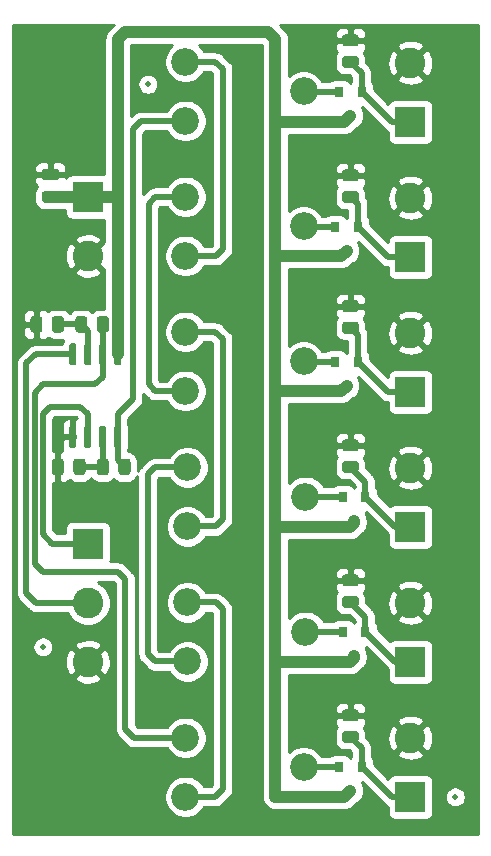
<source format=gbr>
%TF.GenerationSoftware,KiCad,Pcbnew,(5.1.10)-1*%
%TF.CreationDate,2021-08-17T16:01:40+03:00*%
%TF.ProjectId,Lamls_Type3,4c616d6c-735f-4547-9970-65332e6b6963,rev?*%
%TF.SameCoordinates,Original*%
%TF.FileFunction,Copper,L2,Bot*%
%TF.FilePolarity,Positive*%
%FSLAX46Y46*%
G04 Gerber Fmt 4.6, Leading zero omitted, Abs format (unit mm)*
G04 Created by KiCad (PCBNEW (5.1.10)-1) date 2021-08-17 16:01:40*
%MOMM*%
%LPD*%
G01*
G04 APERTURE LIST*
%TA.AperFunction,ComponentPad*%
%ADD10C,2.340000*%
%TD*%
%TA.AperFunction,SMDPad,CuDef*%
%ADD11R,0.800000X0.900000*%
%TD*%
%TA.AperFunction,ComponentPad*%
%ADD12C,2.600000*%
%TD*%
%TA.AperFunction,ComponentPad*%
%ADD13R,2.600000X2.600000*%
%TD*%
%TA.AperFunction,SMDPad,CuDef*%
%ADD14C,0.500000*%
%TD*%
%TA.AperFunction,ViaPad*%
%ADD15C,4.000000*%
%TD*%
%TA.AperFunction,Conductor*%
%ADD16C,0.500000*%
%TD*%
%TA.AperFunction,Conductor*%
%ADD17C,1.000000*%
%TD*%
%TA.AperFunction,Conductor*%
%ADD18C,0.254000*%
%TD*%
%TA.AperFunction,Conductor*%
%ADD19C,0.100000*%
%TD*%
G04 APERTURE END LIST*
%TO.P,U1,8*%
%TO.N,+12V*%
%TA.AperFunction,SMDPad,CuDef*%
G36*
G01*
X154455000Y-90470000D02*
X154155000Y-90470000D01*
G75*
G02*
X154005000Y-90320000I0J150000D01*
G01*
X154005000Y-88720000D01*
G75*
G02*
X154155000Y-88570000I150000J0D01*
G01*
X154455000Y-88570000D01*
G75*
G02*
X154605000Y-88720000I0J-150000D01*
G01*
X154605000Y-90320000D01*
G75*
G02*
X154455000Y-90470000I-150000J0D01*
G01*
G37*
%TD.AperFunction*%
%TO.P,U1,7*%
%TO.N,Net-(R4-Pad2)*%
%TA.AperFunction,SMDPad,CuDef*%
G36*
G01*
X153185000Y-90470000D02*
X152885000Y-90470000D01*
G75*
G02*
X152735000Y-90320000I0J150000D01*
G01*
X152735000Y-88720000D01*
G75*
G02*
X152885000Y-88570000I150000J0D01*
G01*
X153185000Y-88570000D01*
G75*
G02*
X153335000Y-88720000I0J-150000D01*
G01*
X153335000Y-90320000D01*
G75*
G02*
X153185000Y-90470000I-150000J0D01*
G01*
G37*
%TD.AperFunction*%
%TO.P,U1,6*%
%TO.N,Net-(R2-Pad1)*%
%TA.AperFunction,SMDPad,CuDef*%
G36*
G01*
X151915000Y-90470000D02*
X151615000Y-90470000D01*
G75*
G02*
X151465000Y-90320000I0J150000D01*
G01*
X151465000Y-88720000D01*
G75*
G02*
X151615000Y-88570000I150000J0D01*
G01*
X151915000Y-88570000D01*
G75*
G02*
X152065000Y-88720000I0J-150000D01*
G01*
X152065000Y-90320000D01*
G75*
G02*
X151915000Y-90470000I-150000J0D01*
G01*
G37*
%TD.AperFunction*%
%TO.P,U1,5*%
%TO.N,Net-(J1-Pad2)*%
%TA.AperFunction,SMDPad,CuDef*%
G36*
G01*
X150645000Y-90470000D02*
X150345000Y-90470000D01*
G75*
G02*
X150195000Y-90320000I0J150000D01*
G01*
X150195000Y-88720000D01*
G75*
G02*
X150345000Y-88570000I150000J0D01*
G01*
X150645000Y-88570000D01*
G75*
G02*
X150795000Y-88720000I0J-150000D01*
G01*
X150795000Y-90320000D01*
G75*
G02*
X150645000Y-90470000I-150000J0D01*
G01*
G37*
%TD.AperFunction*%
%TO.P,U1,4*%
%TO.N,GND*%
%TA.AperFunction,SMDPad,CuDef*%
G36*
G01*
X150645000Y-97470000D02*
X150345000Y-97470000D01*
G75*
G02*
X150195000Y-97320000I0J150000D01*
G01*
X150195000Y-95720000D01*
G75*
G02*
X150345000Y-95570000I150000J0D01*
G01*
X150645000Y-95570000D01*
G75*
G02*
X150795000Y-95720000I0J-150000D01*
G01*
X150795000Y-97320000D01*
G75*
G02*
X150645000Y-97470000I-150000J0D01*
G01*
G37*
%TD.AperFunction*%
%TO.P,U1,3*%
%TO.N,Net-(J1-Pad1)*%
%TA.AperFunction,SMDPad,CuDef*%
G36*
G01*
X151915000Y-97470000D02*
X151615000Y-97470000D01*
G75*
G02*
X151465000Y-97320000I0J150000D01*
G01*
X151465000Y-95720000D01*
G75*
G02*
X151615000Y-95570000I150000J0D01*
G01*
X151915000Y-95570000D01*
G75*
G02*
X152065000Y-95720000I0J-150000D01*
G01*
X152065000Y-97320000D01*
G75*
G02*
X151915000Y-97470000I-150000J0D01*
G01*
G37*
%TD.AperFunction*%
%TO.P,U1,2*%
%TO.N,Net-(R1-Pad1)*%
%TA.AperFunction,SMDPad,CuDef*%
G36*
G01*
X153185000Y-97470000D02*
X152885000Y-97470000D01*
G75*
G02*
X152735000Y-97320000I0J150000D01*
G01*
X152735000Y-95720000D01*
G75*
G02*
X152885000Y-95570000I150000J0D01*
G01*
X153185000Y-95570000D01*
G75*
G02*
X153335000Y-95720000I0J-150000D01*
G01*
X153335000Y-97320000D01*
G75*
G02*
X153185000Y-97470000I-150000J0D01*
G01*
G37*
%TD.AperFunction*%
%TO.P,U1,1*%
%TO.N,Net-(R3-Pad2)*%
%TA.AperFunction,SMDPad,CuDef*%
G36*
G01*
X154455000Y-97470000D02*
X154155000Y-97470000D01*
G75*
G02*
X154005000Y-97320000I0J150000D01*
G01*
X154005000Y-95720000D01*
G75*
G02*
X154155000Y-95570000I150000J0D01*
G01*
X154455000Y-95570000D01*
G75*
G02*
X154605000Y-95720000I0J-150000D01*
G01*
X154605000Y-97320000D01*
G75*
G02*
X154455000Y-97470000I-150000J0D01*
G01*
G37*
%TD.AperFunction*%
%TD*%
D10*
%TO.P,RV6,1*%
%TO.N,Net-(RV5-Pad3)*%
X160020000Y-127000000D03*
%TO.P,RV6,2*%
%TO.N,Net-(Q6-Pad1)*%
X170020000Y-124500000D03*
%TO.P,RV6,3*%
%TO.N,Net-(R4-Pad2)*%
X160020000Y-122000000D03*
%TD*%
%TO.P,RV5,1*%
%TO.N,Net-(RV4-Pad3)*%
X160180000Y-115530000D03*
%TO.P,RV5,2*%
%TO.N,Net-(Q5-Pad1)*%
X170180000Y-113030000D03*
%TO.P,RV5,3*%
%TO.N,Net-(RV5-Pad3)*%
X160180000Y-110530000D03*
%TD*%
%TO.P,RV4,1*%
%TO.N,Net-(RV3-Pad3)*%
X160180000Y-104100000D03*
%TO.P,RV4,2*%
%TO.N,Net-(Q4-Pad1)*%
X170180000Y-101600000D03*
%TO.P,RV4,3*%
%TO.N,Net-(RV4-Pad3)*%
X160180000Y-99100000D03*
%TD*%
%TO.P,RV3,1*%
%TO.N,Net-(RV2-Pad3)*%
X160020000Y-92630000D03*
%TO.P,RV3,2*%
%TO.N,Net-(Q3-Pad1)*%
X170020000Y-90130000D03*
%TO.P,RV3,3*%
%TO.N,Net-(RV3-Pad3)*%
X160020000Y-87630000D03*
%TD*%
%TO.P,RV2,1*%
%TO.N,Net-(RV1-Pad3)*%
X160020000Y-81200000D03*
%TO.P,RV2,2*%
%TO.N,Net-(Q2-Pad1)*%
X170020000Y-78700000D03*
%TO.P,RV2,3*%
%TO.N,Net-(RV2-Pad3)*%
X160020000Y-76200000D03*
%TD*%
%TO.P,RV1,1*%
%TO.N,Net-(R3-Pad2)*%
X160020000Y-69770000D03*
%TO.P,RV1,2*%
%TO.N,Net-(Q1-Pad1)*%
X170020000Y-67270000D03*
%TO.P,RV1,3*%
%TO.N,Net-(RV1-Pad3)*%
X160020000Y-64770000D03*
%TD*%
%TO.P,R10,2*%
%TO.N,GND*%
%TA.AperFunction,SMDPad,CuDef*%
G36*
G01*
X174440001Y-120607500D02*
X173539999Y-120607500D01*
G75*
G02*
X173290000Y-120357501I0J249999D01*
G01*
X173290000Y-119832499D01*
G75*
G02*
X173539999Y-119582500I249999J0D01*
G01*
X174440001Y-119582500D01*
G75*
G02*
X174690000Y-119832499I0J-249999D01*
G01*
X174690000Y-120357501D01*
G75*
G02*
X174440001Y-120607500I-249999J0D01*
G01*
G37*
%TD.AperFunction*%
%TO.P,R10,1*%
%TO.N,Net-(J8-Pad1)*%
%TA.AperFunction,SMDPad,CuDef*%
G36*
G01*
X174440001Y-122432500D02*
X173539999Y-122432500D01*
G75*
G02*
X173290000Y-122182501I0J249999D01*
G01*
X173290000Y-121657499D01*
G75*
G02*
X173539999Y-121407500I249999J0D01*
G01*
X174440001Y-121407500D01*
G75*
G02*
X174690000Y-121657499I0J-249999D01*
G01*
X174690000Y-122182501D01*
G75*
G02*
X174440001Y-122432500I-249999J0D01*
G01*
G37*
%TD.AperFunction*%
%TD*%
%TO.P,R9,2*%
%TO.N,GND*%
%TA.AperFunction,SMDPad,CuDef*%
G36*
G01*
X174440001Y-109177500D02*
X173539999Y-109177500D01*
G75*
G02*
X173290000Y-108927501I0J249999D01*
G01*
X173290000Y-108402499D01*
G75*
G02*
X173539999Y-108152500I249999J0D01*
G01*
X174440001Y-108152500D01*
G75*
G02*
X174690000Y-108402499I0J-249999D01*
G01*
X174690000Y-108927501D01*
G75*
G02*
X174440001Y-109177500I-249999J0D01*
G01*
G37*
%TD.AperFunction*%
%TO.P,R9,1*%
%TO.N,Net-(J7-Pad1)*%
%TA.AperFunction,SMDPad,CuDef*%
G36*
G01*
X174440001Y-111002500D02*
X173539999Y-111002500D01*
G75*
G02*
X173290000Y-110752501I0J249999D01*
G01*
X173290000Y-110227499D01*
G75*
G02*
X173539999Y-109977500I249999J0D01*
G01*
X174440001Y-109977500D01*
G75*
G02*
X174690000Y-110227499I0J-249999D01*
G01*
X174690000Y-110752501D01*
G75*
G02*
X174440001Y-111002500I-249999J0D01*
G01*
G37*
%TD.AperFunction*%
%TD*%
%TO.P,R8,2*%
%TO.N,GND*%
%TA.AperFunction,SMDPad,CuDef*%
G36*
G01*
X174440001Y-97747500D02*
X173539999Y-97747500D01*
G75*
G02*
X173290000Y-97497501I0J249999D01*
G01*
X173290000Y-96972499D01*
G75*
G02*
X173539999Y-96722500I249999J0D01*
G01*
X174440001Y-96722500D01*
G75*
G02*
X174690000Y-96972499I0J-249999D01*
G01*
X174690000Y-97497501D01*
G75*
G02*
X174440001Y-97747500I-249999J0D01*
G01*
G37*
%TD.AperFunction*%
%TO.P,R8,1*%
%TO.N,Net-(J5-Pad1)*%
%TA.AperFunction,SMDPad,CuDef*%
G36*
G01*
X174440001Y-99572500D02*
X173539999Y-99572500D01*
G75*
G02*
X173290000Y-99322501I0J249999D01*
G01*
X173290000Y-98797499D01*
G75*
G02*
X173539999Y-98547500I249999J0D01*
G01*
X174440001Y-98547500D01*
G75*
G02*
X174690000Y-98797499I0J-249999D01*
G01*
X174690000Y-99322501D01*
G75*
G02*
X174440001Y-99572500I-249999J0D01*
G01*
G37*
%TD.AperFunction*%
%TD*%
%TO.P,R7,2*%
%TO.N,GND*%
%TA.AperFunction,SMDPad,CuDef*%
G36*
G01*
X174440001Y-85960000D02*
X173539999Y-85960000D01*
G75*
G02*
X173290000Y-85710001I0J249999D01*
G01*
X173290000Y-85184999D01*
G75*
G02*
X173539999Y-84935000I249999J0D01*
G01*
X174440001Y-84935000D01*
G75*
G02*
X174690000Y-85184999I0J-249999D01*
G01*
X174690000Y-85710001D01*
G75*
G02*
X174440001Y-85960000I-249999J0D01*
G01*
G37*
%TD.AperFunction*%
%TO.P,R7,1*%
%TO.N,Net-(J4-Pad1)*%
%TA.AperFunction,SMDPad,CuDef*%
G36*
G01*
X174440001Y-87785000D02*
X173539999Y-87785000D01*
G75*
G02*
X173290000Y-87535001I0J249999D01*
G01*
X173290000Y-87009999D01*
G75*
G02*
X173539999Y-86760000I249999J0D01*
G01*
X174440001Y-86760000D01*
G75*
G02*
X174690000Y-87009999I0J-249999D01*
G01*
X174690000Y-87535001D01*
G75*
G02*
X174440001Y-87785000I-249999J0D01*
G01*
G37*
%TD.AperFunction*%
%TD*%
%TO.P,R6,2*%
%TO.N,GND*%
%TA.AperFunction,SMDPad,CuDef*%
G36*
G01*
X174440001Y-74887500D02*
X173539999Y-74887500D01*
G75*
G02*
X173290000Y-74637501I0J249999D01*
G01*
X173290000Y-74112499D01*
G75*
G02*
X173539999Y-73862500I249999J0D01*
G01*
X174440001Y-73862500D01*
G75*
G02*
X174690000Y-74112499I0J-249999D01*
G01*
X174690000Y-74637501D01*
G75*
G02*
X174440001Y-74887500I-249999J0D01*
G01*
G37*
%TD.AperFunction*%
%TO.P,R6,1*%
%TO.N,Net-(J3-Pad1)*%
%TA.AperFunction,SMDPad,CuDef*%
G36*
G01*
X174440001Y-76712500D02*
X173539999Y-76712500D01*
G75*
G02*
X173290000Y-76462501I0J249999D01*
G01*
X173290000Y-75937499D01*
G75*
G02*
X173539999Y-75687500I249999J0D01*
G01*
X174440001Y-75687500D01*
G75*
G02*
X174690000Y-75937499I0J-249999D01*
G01*
X174690000Y-76462501D01*
G75*
G02*
X174440001Y-76712500I-249999J0D01*
G01*
G37*
%TD.AperFunction*%
%TD*%
%TO.P,R5,2*%
%TO.N,GND*%
%TA.AperFunction,SMDPad,CuDef*%
G36*
G01*
X174440001Y-63457500D02*
X173539999Y-63457500D01*
G75*
G02*
X173290000Y-63207501I0J249999D01*
G01*
X173290000Y-62682499D01*
G75*
G02*
X173539999Y-62432500I249999J0D01*
G01*
X174440001Y-62432500D01*
G75*
G02*
X174690000Y-62682499I0J-249999D01*
G01*
X174690000Y-63207501D01*
G75*
G02*
X174440001Y-63457500I-249999J0D01*
G01*
G37*
%TD.AperFunction*%
%TO.P,R5,1*%
%TO.N,Net-(J6-Pad1)*%
%TA.AperFunction,SMDPad,CuDef*%
G36*
G01*
X174440001Y-65282500D02*
X173539999Y-65282500D01*
G75*
G02*
X173290000Y-65032501I0J249999D01*
G01*
X173290000Y-64507499D01*
G75*
G02*
X173539999Y-64257500I249999J0D01*
G01*
X174440001Y-64257500D01*
G75*
G02*
X174690000Y-64507499I0J-249999D01*
G01*
X174690000Y-65032501D01*
G75*
G02*
X174440001Y-65282500I-249999J0D01*
G01*
G37*
%TD.AperFunction*%
%TD*%
%TO.P,R4,2*%
%TO.N,Net-(R4-Pad2)*%
%TA.AperFunction,SMDPad,CuDef*%
G36*
G01*
X152522500Y-87445001D02*
X152522500Y-86544999D01*
G75*
G02*
X152772499Y-86295000I249999J0D01*
G01*
X153297501Y-86295000D01*
G75*
G02*
X153547500Y-86544999I0J-249999D01*
G01*
X153547500Y-87445001D01*
G75*
G02*
X153297501Y-87695000I-249999J0D01*
G01*
X152772499Y-87695000D01*
G75*
G02*
X152522500Y-87445001I0J249999D01*
G01*
G37*
%TD.AperFunction*%
%TO.P,R4,1*%
%TO.N,Net-(R2-Pad1)*%
%TA.AperFunction,SMDPad,CuDef*%
G36*
G01*
X150697500Y-87445001D02*
X150697500Y-86544999D01*
G75*
G02*
X150947499Y-86295000I249999J0D01*
G01*
X151472501Y-86295000D01*
G75*
G02*
X151722500Y-86544999I0J-249999D01*
G01*
X151722500Y-87445001D01*
G75*
G02*
X151472501Y-87695000I-249999J0D01*
G01*
X150947499Y-87695000D01*
G75*
G02*
X150697500Y-87445001I0J249999D01*
G01*
G37*
%TD.AperFunction*%
%TD*%
%TO.P,R3,2*%
%TO.N,Net-(R3-Pad2)*%
%TA.AperFunction,SMDPad,CuDef*%
G36*
G01*
X154347500Y-99510001D02*
X154347500Y-98609999D01*
G75*
G02*
X154597499Y-98360000I249999J0D01*
G01*
X155122501Y-98360000D01*
G75*
G02*
X155372500Y-98609999I0J-249999D01*
G01*
X155372500Y-99510001D01*
G75*
G02*
X155122501Y-99760000I-249999J0D01*
G01*
X154597499Y-99760000D01*
G75*
G02*
X154347500Y-99510001I0J249999D01*
G01*
G37*
%TD.AperFunction*%
%TO.P,R3,1*%
%TO.N,Net-(R1-Pad1)*%
%TA.AperFunction,SMDPad,CuDef*%
G36*
G01*
X152522500Y-99510001D02*
X152522500Y-98609999D01*
G75*
G02*
X152772499Y-98360000I249999J0D01*
G01*
X153297501Y-98360000D01*
G75*
G02*
X153547500Y-98609999I0J-249999D01*
G01*
X153547500Y-99510001D01*
G75*
G02*
X153297501Y-99760000I-249999J0D01*
G01*
X152772499Y-99760000D01*
G75*
G02*
X152522500Y-99510001I0J249999D01*
G01*
G37*
%TD.AperFunction*%
%TD*%
%TO.P,R2,2*%
%TO.N,GND*%
%TA.AperFunction,SMDPad,CuDef*%
G36*
G01*
X147912500Y-86544999D02*
X147912500Y-87445001D01*
G75*
G02*
X147662501Y-87695000I-249999J0D01*
G01*
X147137499Y-87695000D01*
G75*
G02*
X146887500Y-87445001I0J249999D01*
G01*
X146887500Y-86544999D01*
G75*
G02*
X147137499Y-86295000I249999J0D01*
G01*
X147662501Y-86295000D01*
G75*
G02*
X147912500Y-86544999I0J-249999D01*
G01*
G37*
%TD.AperFunction*%
%TO.P,R2,1*%
%TO.N,Net-(R2-Pad1)*%
%TA.AperFunction,SMDPad,CuDef*%
G36*
G01*
X149737500Y-86544999D02*
X149737500Y-87445001D01*
G75*
G02*
X149487501Y-87695000I-249999J0D01*
G01*
X148962499Y-87695000D01*
G75*
G02*
X148712500Y-87445001I0J249999D01*
G01*
X148712500Y-86544999D01*
G75*
G02*
X148962499Y-86295000I249999J0D01*
G01*
X149487501Y-86295000D01*
G75*
G02*
X149737500Y-86544999I0J-249999D01*
G01*
G37*
%TD.AperFunction*%
%TD*%
%TO.P,R1,2*%
%TO.N,GND*%
%TA.AperFunction,SMDPad,CuDef*%
G36*
G01*
X149737500Y-98609999D02*
X149737500Y-99510001D01*
G75*
G02*
X149487501Y-99760000I-249999J0D01*
G01*
X148962499Y-99760000D01*
G75*
G02*
X148712500Y-99510001I0J249999D01*
G01*
X148712500Y-98609999D01*
G75*
G02*
X148962499Y-98360000I249999J0D01*
G01*
X149487501Y-98360000D01*
G75*
G02*
X149737500Y-98609999I0J-249999D01*
G01*
G37*
%TD.AperFunction*%
%TO.P,R1,1*%
%TO.N,Net-(R1-Pad1)*%
%TA.AperFunction,SMDPad,CuDef*%
G36*
G01*
X151562500Y-98609999D02*
X151562500Y-99510001D01*
G75*
G02*
X151312501Y-99760000I-249999J0D01*
G01*
X150787499Y-99760000D01*
G75*
G02*
X150537500Y-99510001I0J249999D01*
G01*
X150537500Y-98609999D01*
G75*
G02*
X150787499Y-98360000I249999J0D01*
G01*
X151312501Y-98360000D01*
G75*
G02*
X151562500Y-98609999I0J-249999D01*
G01*
G37*
%TD.AperFunction*%
%TD*%
D11*
%TO.P,Q6,3*%
%TO.N,+12V*%
X173990000Y-126460000D03*
%TO.P,Q6,2*%
%TO.N,Net-(J8-Pad1)*%
X174940000Y-124460000D03*
%TO.P,Q6,1*%
%TO.N,Net-(Q6-Pad1)*%
X173040000Y-124460000D03*
%TD*%
%TO.P,Q5,3*%
%TO.N,+12V*%
X174310000Y-115030000D03*
%TO.P,Q5,2*%
%TO.N,Net-(J7-Pad1)*%
X175260000Y-113030000D03*
%TO.P,Q5,1*%
%TO.N,Net-(Q5-Pad1)*%
X173360000Y-113030000D03*
%TD*%
%TO.P,Q4,3*%
%TO.N,+12V*%
X174310000Y-103600000D03*
%TO.P,Q4,2*%
%TO.N,Net-(J5-Pad1)*%
X175260000Y-101600000D03*
%TO.P,Q4,1*%
%TO.N,Net-(Q4-Pad1)*%
X173360000Y-101600000D03*
%TD*%
%TO.P,Q3,3*%
%TO.N,+12V*%
X173670000Y-92170000D03*
%TO.P,Q3,2*%
%TO.N,Net-(J4-Pad1)*%
X174620000Y-90170000D03*
%TO.P,Q3,1*%
%TO.N,Net-(Q3-Pad1)*%
X172720000Y-90170000D03*
%TD*%
%TO.P,Q2,3*%
%TO.N,+12V*%
X173670000Y-80740000D03*
%TO.P,Q2,2*%
%TO.N,Net-(J3-Pad1)*%
X174620000Y-78740000D03*
%TO.P,Q2,1*%
%TO.N,Net-(Q2-Pad1)*%
X172720000Y-78740000D03*
%TD*%
%TO.P,Q1,3*%
%TO.N,+12V*%
X173990000Y-69310000D03*
%TO.P,Q1,2*%
%TO.N,Net-(J6-Pad1)*%
X174940000Y-67310000D03*
%TO.P,Q1,1*%
%TO.N,Net-(Q1-Pad1)*%
X173040000Y-67310000D03*
%TD*%
D12*
%TO.P,J8,2*%
%TO.N,GND*%
X179070000Y-122000000D03*
D13*
%TO.P,J8,1*%
%TO.N,Net-(J8-Pad1)*%
X179070000Y-127000000D03*
%TD*%
D12*
%TO.P,J7,2*%
%TO.N,GND*%
X179070000Y-110570000D03*
D13*
%TO.P,J7,1*%
%TO.N,Net-(J7-Pad1)*%
X179070000Y-115570000D03*
%TD*%
D12*
%TO.P,J6,2*%
%TO.N,GND*%
X179070000Y-64850000D03*
D13*
%TO.P,J6,1*%
%TO.N,Net-(J6-Pad1)*%
X179070000Y-69850000D03*
%TD*%
D12*
%TO.P,J5,2*%
%TO.N,GND*%
X179070000Y-99140000D03*
D13*
%TO.P,J5,1*%
%TO.N,Net-(J5-Pad1)*%
X179070000Y-104140000D03*
%TD*%
D12*
%TO.P,J4,2*%
%TO.N,GND*%
X179070000Y-87710000D03*
D13*
%TO.P,J4,1*%
%TO.N,Net-(J4-Pad1)*%
X179070000Y-92710000D03*
%TD*%
D12*
%TO.P,J3,2*%
%TO.N,GND*%
X179070000Y-76280000D03*
D13*
%TO.P,J3,1*%
%TO.N,Net-(J3-Pad1)*%
X179070000Y-81280000D03*
%TD*%
D12*
%TO.P,J2,2*%
%TO.N,GND*%
X151765000Y-81200000D03*
D13*
%TO.P,J2,1*%
%TO.N,+12V*%
X151765000Y-76200000D03*
%TD*%
D12*
%TO.P,J1,3*%
%TO.N,GND*%
X151765000Y-115570000D03*
%TO.P,J1,2*%
%TO.N,Net-(J1-Pad2)*%
X151765000Y-110570000D03*
D13*
%TO.P,J1,1*%
%TO.N,Net-(J1-Pad1)*%
X151765000Y-105570000D03*
%TD*%
%TO.P,C1,1*%
%TO.N,+12V*%
%TA.AperFunction,SMDPad,CuDef*%
G36*
G01*
X149065000Y-76700000D02*
X148115000Y-76700000D01*
G75*
G02*
X147865000Y-76450000I0J250000D01*
G01*
X147865000Y-75950000D01*
G75*
G02*
X148115000Y-75700000I250000J0D01*
G01*
X149065000Y-75700000D01*
G75*
G02*
X149315000Y-75950000I0J-250000D01*
G01*
X149315000Y-76450000D01*
G75*
G02*
X149065000Y-76700000I-250000J0D01*
G01*
G37*
%TD.AperFunction*%
%TO.P,C1,2*%
%TO.N,GND*%
%TA.AperFunction,SMDPad,CuDef*%
G36*
G01*
X149065000Y-74800000D02*
X148115000Y-74800000D01*
G75*
G02*
X147865000Y-74550000I0J250000D01*
G01*
X147865000Y-74050000D01*
G75*
G02*
X148115000Y-73800000I250000J0D01*
G01*
X149065000Y-73800000D01*
G75*
G02*
X149315000Y-74050000I0J-250000D01*
G01*
X149315000Y-74550000D01*
G75*
G02*
X149065000Y-74800000I-250000J0D01*
G01*
G37*
%TD.AperFunction*%
%TD*%
D14*
%TO.P,FID1,*%
%TO.N,*%
X147955000Y-114300000D03*
%TD*%
%TO.P,FID2,*%
%TO.N,*%
X182880000Y-127000000D03*
%TD*%
%TO.P,FID3,*%
%TO.N,*%
X156845000Y-66675000D03*
%TD*%
D15*
%TO.N,GND*%
X149225000Y-65405000D03*
X149225000Y-126365000D03*
%TD*%
D16*
%TO.N,Net-(J1-Pad2)*%
X147940000Y-89520000D02*
X150495000Y-89520000D01*
X147335000Y-89520000D02*
X147940000Y-89520000D01*
X146554980Y-90300020D02*
X147335000Y-89520000D01*
X146554980Y-109724980D02*
X146554980Y-90300020D01*
X147400000Y-110570000D02*
X146554980Y-109724980D01*
X151765000Y-110570000D02*
X147400000Y-110570000D01*
%TO.N,Net-(J1-Pad1)*%
X151130000Y-93980000D02*
X151765000Y-94615000D01*
X151765000Y-94615000D02*
X151765000Y-96520000D01*
X147955000Y-94615000D02*
X148590000Y-93980000D01*
X147955000Y-104775000D02*
X147955000Y-94615000D01*
X148590000Y-93980000D02*
X151130000Y-93980000D01*
X148750000Y-105570000D02*
X147955000Y-104775000D01*
X151765000Y-105570000D02*
X148750000Y-105570000D01*
D17*
%TO.N,+12V*%
X167640000Y-69850000D02*
X167640000Y-81199998D01*
X174310000Y-103600000D02*
X174310000Y-103820000D01*
X174310000Y-103820000D02*
X173990000Y-104140000D01*
X173990000Y-104140000D02*
X167640000Y-104140000D01*
X167640000Y-115570000D02*
X167640000Y-104140000D01*
X173990000Y-115570000D02*
X167640000Y-115570000D01*
X174310000Y-115250000D02*
X173990000Y-115570000D01*
X174310000Y-115030000D02*
X174310000Y-115250000D01*
X167640000Y-127000000D02*
X167640000Y-115570000D01*
X167640000Y-104140000D02*
X167640000Y-92629998D01*
X167640000Y-81199998D02*
X167640000Y-92629998D01*
X173210002Y-92629998D02*
X173670000Y-92170000D01*
X167640000Y-92629998D02*
X173210002Y-92629998D01*
X173210002Y-81199998D02*
X173670000Y-80740000D01*
X167640000Y-81199998D02*
X173210002Y-81199998D01*
X173450000Y-69850000D02*
X173990000Y-69310000D01*
X167640000Y-69850000D02*
X173450000Y-69850000D01*
X173450000Y-127000000D02*
X173990000Y-126460000D01*
X167640000Y-127000000D02*
X173450000Y-127000000D01*
X154305000Y-88900000D02*
X154305000Y-89520000D01*
X154305000Y-76200000D02*
X154305000Y-88900000D01*
X167640000Y-62865000D02*
X167640000Y-69850000D01*
X167005000Y-62230000D02*
X167640000Y-62865000D01*
X154940000Y-62230000D02*
X167005000Y-62230000D01*
X154305000Y-62865000D02*
X154940000Y-62230000D01*
X154305000Y-76200000D02*
X154305000Y-62865000D01*
X151765000Y-76200000D02*
X154305000Y-76200000D01*
X148590000Y-76200000D02*
X151765000Y-76200000D01*
D16*
%TO.N,Net-(J3-Pad1)*%
X177160000Y-81280000D02*
X174620000Y-78740000D01*
X179070000Y-81280000D02*
X177160000Y-81280000D01*
X174620000Y-76830000D02*
X173990000Y-76200000D01*
X174620000Y-78740000D02*
X174620000Y-76830000D01*
%TO.N,Net-(J4-Pad1)*%
X177160000Y-92710000D02*
X174620000Y-90170000D01*
X179070000Y-92710000D02*
X177160000Y-92710000D01*
X174620000Y-87902500D02*
X173990000Y-87272500D01*
X174620000Y-90170000D02*
X174620000Y-87902500D01*
%TO.N,Net-(J5-Pad1)*%
X177800000Y-104140000D02*
X175260000Y-101600000D01*
X179070000Y-104140000D02*
X177800000Y-104140000D01*
X175260000Y-100330000D02*
X173990000Y-99060000D01*
X175260000Y-101600000D02*
X175260000Y-100330000D01*
%TO.N,Net-(J6-Pad1)*%
X177480000Y-69850000D02*
X174940000Y-67310000D01*
X179070000Y-69850000D02*
X177480000Y-69850000D01*
X174940000Y-65720000D02*
X173990000Y-64770000D01*
X174940000Y-67310000D02*
X174940000Y-65720000D01*
%TO.N,Net-(J7-Pad1)*%
X177800000Y-115570000D02*
X175260000Y-113030000D01*
X179070000Y-115570000D02*
X177800000Y-115570000D01*
X175260000Y-111760000D02*
X173990000Y-110490000D01*
X175260000Y-113030000D02*
X175260000Y-111760000D01*
%TO.N,Net-(J8-Pad1)*%
X177480000Y-127000000D02*
X174940000Y-124460000D01*
X179070000Y-127000000D02*
X177480000Y-127000000D01*
X174940000Y-122870000D02*
X173990000Y-121920000D01*
X174940000Y-124460000D02*
X174940000Y-122870000D01*
%TO.N,Net-(Q1-Pad1)*%
X170060000Y-67310000D02*
X170020000Y-67270000D01*
X173040000Y-67310000D02*
X170060000Y-67310000D01*
%TO.N,Net-(Q2-Pad1)*%
X170060000Y-78740000D02*
X170020000Y-78700000D01*
X172720000Y-78740000D02*
X170060000Y-78740000D01*
%TO.N,Net-(Q3-Pad1)*%
X170060000Y-90170000D02*
X170020000Y-90130000D01*
X172720000Y-90170000D02*
X170060000Y-90170000D01*
%TO.N,Net-(Q4-Pad1)*%
X173360000Y-101600000D02*
X170180000Y-101600000D01*
%TO.N,Net-(Q5-Pad1)*%
X173360000Y-113030000D02*
X170180000Y-113030000D01*
%TO.N,Net-(Q6-Pad1)*%
X170060000Y-124460000D02*
X170020000Y-124500000D01*
X173040000Y-124460000D02*
X170060000Y-124460000D01*
%TO.N,Net-(R1-Pad1)*%
X153035000Y-99060000D02*
X151050000Y-99060000D01*
X153035000Y-96520000D02*
X153035000Y-99060000D01*
%TO.N,Net-(R2-Pad1)*%
X151765000Y-87550000D02*
X151210000Y-86995000D01*
X151210000Y-86995000D02*
X149225000Y-86995000D01*
X151765000Y-89520000D02*
X151765000Y-87550000D01*
%TO.N,Net-(R3-Pad2)*%
X154305000Y-98505000D02*
X154860000Y-99060000D01*
X154305000Y-96520000D02*
X154305000Y-98505000D01*
X156925000Y-69770000D02*
X160020000Y-69770000D01*
X156290000Y-69770000D02*
X156925000Y-69770000D01*
X155575000Y-70485000D02*
X156290000Y-69770000D01*
X155575000Y-93345000D02*
X155575000Y-70485000D01*
X154305000Y-94615000D02*
X155575000Y-93345000D01*
X154305000Y-96520000D02*
X154305000Y-94615000D01*
%TO.N,Net-(R4-Pad2)*%
X153035000Y-89520000D02*
X153035000Y-86995000D01*
X147955000Y-92075000D02*
X152400000Y-92075000D01*
X147254990Y-92775010D02*
X147955000Y-92075000D01*
X152400000Y-92075000D02*
X153035000Y-91440000D01*
X147955000Y-107950000D02*
X147254990Y-107249990D01*
X154940000Y-108585000D02*
X154305000Y-107950000D01*
X154940000Y-121285000D02*
X154940000Y-108585000D01*
X154305000Y-107950000D02*
X147955000Y-107950000D01*
X155655000Y-122000000D02*
X154940000Y-121285000D01*
X153035000Y-91440000D02*
X153035000Y-89520000D01*
X147254990Y-107249990D02*
X147254990Y-92775010D01*
X160020000Y-122000000D02*
X155655000Y-122000000D01*
%TO.N,Net-(RV1-Pad3)*%
X160020000Y-64770000D02*
X162560000Y-64770000D01*
X162560000Y-64770000D02*
X163195000Y-65405000D01*
X163195000Y-65405000D02*
X163195000Y-80645000D01*
X162640000Y-81200000D02*
X160020000Y-81200000D01*
X163195000Y-80645000D02*
X162640000Y-81200000D01*
%TO.N,Net-(RV2-Pad3)*%
X160020000Y-92630000D02*
X157465010Y-92630000D01*
X157465010Y-92630000D02*
X156910010Y-92075000D01*
X156910010Y-92075000D02*
X156910010Y-76769990D01*
X157480000Y-76200000D02*
X160020000Y-76200000D01*
X156910010Y-76769990D02*
X157480000Y-76200000D01*
%TO.N,Net-(RV3-Pad3)*%
X160020000Y-87630000D02*
X162560000Y-87630000D01*
X162560000Y-87630000D02*
X163195000Y-88265000D01*
X163195000Y-88265000D02*
X163195000Y-103505000D01*
X162600000Y-104100000D02*
X160180000Y-104100000D01*
X163195000Y-103505000D02*
X162600000Y-104100000D01*
%TO.N,Net-(RV4-Pad3)*%
X160180000Y-99100000D02*
X157440000Y-99100000D01*
X157440000Y-99100000D02*
X156845000Y-99695000D01*
X156845000Y-99695000D02*
X156845000Y-114935000D01*
X157440000Y-115530000D02*
X160180000Y-115530000D01*
X156845000Y-114935000D02*
X157440000Y-115530000D01*
%TO.N,Net-(RV5-Pad3)*%
X162600000Y-110530000D02*
X160180000Y-110530000D01*
X163195000Y-111125000D02*
X162600000Y-110530000D01*
X163195000Y-126365000D02*
X163195000Y-111125000D01*
X162560000Y-127000000D02*
X163195000Y-126365000D01*
X160020000Y-127000000D02*
X162560000Y-127000000D01*
%TD*%
D18*
%TO.N,GND*%
X153541860Y-62023009D02*
X153498552Y-62058551D01*
X153356717Y-62231377D01*
X153315752Y-62308018D01*
X153251324Y-62428554D01*
X153186423Y-62642502D01*
X153164509Y-62865000D01*
X153170001Y-62920761D01*
X153170000Y-74272269D01*
X153065000Y-74261928D01*
X150465000Y-74261928D01*
X150340518Y-74274188D01*
X150220820Y-74310498D01*
X150110506Y-74369463D01*
X150013815Y-74448815D01*
X149934463Y-74545506D01*
X149925857Y-74561607D01*
X149791250Y-74427000D01*
X148717000Y-74427000D01*
X148717000Y-74447000D01*
X148463000Y-74447000D01*
X148463000Y-74427000D01*
X147388750Y-74427000D01*
X147230000Y-74585750D01*
X147226928Y-74800000D01*
X147239188Y-74924482D01*
X147275498Y-75044180D01*
X147334463Y-75154494D01*
X147413815Y-75251185D01*
X147493594Y-75316658D01*
X147487038Y-75322038D01*
X147376595Y-75456614D01*
X147294528Y-75610150D01*
X147243992Y-75776746D01*
X147226928Y-75950000D01*
X147226928Y-76450000D01*
X147243992Y-76623254D01*
X147294528Y-76789850D01*
X147376595Y-76943386D01*
X147487038Y-77077962D01*
X147621614Y-77188405D01*
X147775150Y-77270472D01*
X147941746Y-77321008D01*
X148115000Y-77338072D01*
X149065000Y-77338072D01*
X149096191Y-77335000D01*
X149826928Y-77335000D01*
X149826928Y-77500000D01*
X149839188Y-77624482D01*
X149875498Y-77744180D01*
X149934463Y-77854494D01*
X150013815Y-77951185D01*
X150110506Y-78030537D01*
X150220820Y-78089502D01*
X150340518Y-78125812D01*
X150465000Y-78138072D01*
X153065000Y-78138072D01*
X153170000Y-78127731D01*
X153170000Y-80055319D01*
X153114224Y-80030381D01*
X151944605Y-81200000D01*
X153114224Y-82369619D01*
X153170000Y-82344681D01*
X153170001Y-85656928D01*
X152772499Y-85656928D01*
X152599245Y-85673992D01*
X152432649Y-85724528D01*
X152279113Y-85806595D01*
X152144538Y-85917038D01*
X152122500Y-85943891D01*
X152100462Y-85917038D01*
X151965887Y-85806595D01*
X151812351Y-85724528D01*
X151645755Y-85673992D01*
X151472501Y-85656928D01*
X150947499Y-85656928D01*
X150774245Y-85673992D01*
X150607649Y-85724528D01*
X150454113Y-85806595D01*
X150319538Y-85917038D01*
X150217500Y-86041371D01*
X150115462Y-85917038D01*
X149980887Y-85806595D01*
X149827351Y-85724528D01*
X149660755Y-85673992D01*
X149487501Y-85656928D01*
X148962499Y-85656928D01*
X148789245Y-85673992D01*
X148622649Y-85724528D01*
X148469113Y-85806595D01*
X148387863Y-85873276D01*
X148363685Y-85843815D01*
X148266994Y-85764463D01*
X148156680Y-85705498D01*
X148036982Y-85669188D01*
X147912500Y-85656928D01*
X147685750Y-85660000D01*
X147527000Y-85818750D01*
X147527000Y-86868000D01*
X147547000Y-86868000D01*
X147547000Y-87122000D01*
X147527000Y-87122000D01*
X147527000Y-88171250D01*
X147685750Y-88330000D01*
X147912500Y-88333072D01*
X148036982Y-88320812D01*
X148156680Y-88284502D01*
X148266994Y-88225537D01*
X148363685Y-88146185D01*
X148387863Y-88116724D01*
X148469113Y-88183405D01*
X148622649Y-88265472D01*
X148789245Y-88316008D01*
X148962499Y-88333072D01*
X149487501Y-88333072D01*
X149660755Y-88316008D01*
X149673765Y-88312061D01*
X149616916Y-88418418D01*
X149572071Y-88566255D01*
X149565300Y-88635000D01*
X147378469Y-88635000D01*
X147335000Y-88630719D01*
X147291531Y-88635000D01*
X147291523Y-88635000D01*
X147161510Y-88647805D01*
X146994687Y-88698411D01*
X146939395Y-88727965D01*
X146840941Y-88780589D01*
X146739953Y-88863468D01*
X146739951Y-88863470D01*
X146706183Y-88891183D01*
X146678470Y-88924951D01*
X145959931Y-89643491D01*
X145926164Y-89671203D01*
X145898451Y-89704971D01*
X145898448Y-89704974D01*
X145815570Y-89805961D01*
X145733392Y-89959707D01*
X145682785Y-90126530D01*
X145665699Y-90300020D01*
X145669981Y-90343499D01*
X145669980Y-109681511D01*
X145665699Y-109724980D01*
X145669980Y-109768449D01*
X145669980Y-109768456D01*
X145682785Y-109898469D01*
X145733391Y-110065292D01*
X145815569Y-110219038D01*
X145926163Y-110353797D01*
X145959936Y-110381514D01*
X146743470Y-111165049D01*
X146771183Y-111198817D01*
X146804951Y-111226530D01*
X146804953Y-111226532D01*
X146892634Y-111298490D01*
X146905941Y-111309411D01*
X147059687Y-111391589D01*
X147226510Y-111442195D01*
X147356523Y-111455000D01*
X147356531Y-111455000D01*
X147400000Y-111459281D01*
X147443469Y-111455000D01*
X150037150Y-111455000D01*
X150050225Y-111486566D01*
X150261987Y-111803491D01*
X150531509Y-112073013D01*
X150848434Y-112284775D01*
X151200581Y-112430639D01*
X151574419Y-112505000D01*
X151955581Y-112505000D01*
X152329419Y-112430639D01*
X152681566Y-112284775D01*
X152998491Y-112073013D01*
X153268013Y-111803491D01*
X153479775Y-111486566D01*
X153625639Y-111134419D01*
X153700000Y-110760581D01*
X153700000Y-110379419D01*
X153625639Y-110005581D01*
X153479775Y-109653434D01*
X153268013Y-109336509D01*
X152998491Y-109066987D01*
X152681566Y-108855225D01*
X152632739Y-108835000D01*
X153938422Y-108835000D01*
X154055001Y-108951580D01*
X154055000Y-121241531D01*
X154050719Y-121285000D01*
X154055000Y-121328469D01*
X154055000Y-121328476D01*
X154067805Y-121458489D01*
X154118411Y-121625312D01*
X154200589Y-121779058D01*
X154311183Y-121913817D01*
X154344956Y-121941534D01*
X154998470Y-122595049D01*
X155026183Y-122628817D01*
X155059951Y-122656530D01*
X155059953Y-122656532D01*
X155160941Y-122739411D01*
X155314687Y-122821589D01*
X155481510Y-122872195D01*
X155611523Y-122885000D01*
X155611531Y-122885000D01*
X155655000Y-122889281D01*
X155698469Y-122885000D01*
X158440482Y-122885000D01*
X158617965Y-123150621D01*
X158869379Y-123402035D01*
X159165012Y-123599571D01*
X159493501Y-123735635D01*
X159842223Y-123805000D01*
X160197777Y-123805000D01*
X160546499Y-123735635D01*
X160874988Y-123599571D01*
X161170621Y-123402035D01*
X161422035Y-123150621D01*
X161619571Y-122854988D01*
X161755635Y-122526499D01*
X161825000Y-122177777D01*
X161825000Y-121822223D01*
X161755635Y-121473501D01*
X161619571Y-121145012D01*
X161422035Y-120849379D01*
X161170621Y-120597965D01*
X160874988Y-120400429D01*
X160546499Y-120264365D01*
X160197777Y-120195000D01*
X159842223Y-120195000D01*
X159493501Y-120264365D01*
X159165012Y-120400429D01*
X158869379Y-120597965D01*
X158617965Y-120849379D01*
X158440482Y-121115000D01*
X156021579Y-121115000D01*
X155825000Y-120918422D01*
X155825000Y-108628469D01*
X155829281Y-108585000D01*
X155825000Y-108541531D01*
X155825000Y-108541523D01*
X155812195Y-108411510D01*
X155761589Y-108244687D01*
X155761589Y-108244686D01*
X155679411Y-108090941D01*
X155596532Y-107989953D01*
X155596530Y-107989951D01*
X155568817Y-107956183D01*
X155535049Y-107928470D01*
X154961534Y-107354956D01*
X154933817Y-107321183D01*
X154799059Y-107210589D01*
X154645313Y-107128411D01*
X154478490Y-107077805D01*
X154348477Y-107065000D01*
X154348469Y-107065000D01*
X154305000Y-107060719D01*
X154261531Y-107065000D01*
X153669421Y-107065000D01*
X153690812Y-106994482D01*
X153703072Y-106870000D01*
X153703072Y-104270000D01*
X153690812Y-104145518D01*
X153654502Y-104025820D01*
X153595537Y-103915506D01*
X153516185Y-103818815D01*
X153419494Y-103739463D01*
X153309180Y-103680498D01*
X153189482Y-103644188D01*
X153065000Y-103631928D01*
X150465000Y-103631928D01*
X150340518Y-103644188D01*
X150220820Y-103680498D01*
X150110506Y-103739463D01*
X150013815Y-103818815D01*
X149934463Y-103915506D01*
X149875498Y-104025820D01*
X149839188Y-104145518D01*
X149826928Y-104270000D01*
X149826928Y-104685000D01*
X149116579Y-104685000D01*
X148840000Y-104408422D01*
X148840000Y-100396345D01*
X148939250Y-100395000D01*
X149098000Y-100236250D01*
X149098000Y-99187000D01*
X149078000Y-99187000D01*
X149078000Y-98933000D01*
X149098000Y-98933000D01*
X149098000Y-97883750D01*
X148939250Y-97725000D01*
X148840000Y-97723655D01*
X148840000Y-95570000D01*
X149556928Y-95570000D01*
X149560000Y-96234250D01*
X149718750Y-96393000D01*
X150368000Y-96393000D01*
X150368000Y-95093750D01*
X150209250Y-94935000D01*
X150195000Y-94931928D01*
X150070518Y-94944188D01*
X149950820Y-94980498D01*
X149840506Y-95039463D01*
X149743815Y-95118815D01*
X149664463Y-95215506D01*
X149605498Y-95325820D01*
X149569188Y-95445518D01*
X149556928Y-95570000D01*
X148840000Y-95570000D01*
X148840000Y-94981578D01*
X148956579Y-94865000D01*
X150763422Y-94865000D01*
X150834211Y-94935790D01*
X150795000Y-94931928D01*
X150780750Y-94935000D01*
X150622000Y-95093750D01*
X150622000Y-96393000D01*
X150642000Y-96393000D01*
X150642000Y-96647000D01*
X150622000Y-96647000D01*
X150622000Y-96667000D01*
X150368000Y-96667000D01*
X150368000Y-96647000D01*
X149718750Y-96647000D01*
X149560000Y-96805750D01*
X149556928Y-97470000D01*
X149569188Y-97594482D01*
X149605498Y-97714180D01*
X149610559Y-97723648D01*
X149510750Y-97725000D01*
X149352000Y-97883750D01*
X149352000Y-98933000D01*
X149372000Y-98933000D01*
X149372000Y-99187000D01*
X149352000Y-99187000D01*
X149352000Y-100236250D01*
X149510750Y-100395000D01*
X149737500Y-100398072D01*
X149861982Y-100385812D01*
X149981680Y-100349502D01*
X150091994Y-100290537D01*
X150188685Y-100211185D01*
X150212863Y-100181724D01*
X150294113Y-100248405D01*
X150447649Y-100330472D01*
X150614245Y-100381008D01*
X150787499Y-100398072D01*
X151312501Y-100398072D01*
X151485755Y-100381008D01*
X151652351Y-100330472D01*
X151805887Y-100248405D01*
X151940462Y-100137962D01*
X152042500Y-100013629D01*
X152144538Y-100137962D01*
X152279113Y-100248405D01*
X152432649Y-100330472D01*
X152599245Y-100381008D01*
X152772499Y-100398072D01*
X153297501Y-100398072D01*
X153470755Y-100381008D01*
X153637351Y-100330472D01*
X153790887Y-100248405D01*
X153925462Y-100137962D01*
X153947500Y-100111109D01*
X153969538Y-100137962D01*
X154104113Y-100248405D01*
X154257649Y-100330472D01*
X154424245Y-100381008D01*
X154597499Y-100398072D01*
X155122501Y-100398072D01*
X155295755Y-100381008D01*
X155462351Y-100330472D01*
X155615887Y-100248405D01*
X155750462Y-100137962D01*
X155860905Y-100003387D01*
X155942972Y-99849851D01*
X155960000Y-99793717D01*
X155960001Y-114891521D01*
X155955719Y-114935000D01*
X155972805Y-115108490D01*
X156023412Y-115275313D01*
X156105590Y-115429059D01*
X156188468Y-115530046D01*
X156188471Y-115530049D01*
X156216184Y-115563817D01*
X156249952Y-115591530D01*
X156783466Y-116125044D01*
X156811183Y-116158817D01*
X156945941Y-116269411D01*
X157099687Y-116351589D01*
X157266510Y-116402195D01*
X157396523Y-116415000D01*
X157396533Y-116415000D01*
X157439999Y-116419281D01*
X157483466Y-116415000D01*
X158600482Y-116415000D01*
X158777965Y-116680621D01*
X159029379Y-116932035D01*
X159325012Y-117129571D01*
X159653501Y-117265635D01*
X160002223Y-117335000D01*
X160357777Y-117335000D01*
X160706499Y-117265635D01*
X161034988Y-117129571D01*
X161330621Y-116932035D01*
X161582035Y-116680621D01*
X161779571Y-116384988D01*
X161915635Y-116056499D01*
X161985000Y-115707777D01*
X161985000Y-115352223D01*
X161915635Y-115003501D01*
X161779571Y-114675012D01*
X161582035Y-114379379D01*
X161330621Y-114127965D01*
X161034988Y-113930429D01*
X160706499Y-113794365D01*
X160357777Y-113725000D01*
X160002223Y-113725000D01*
X159653501Y-113794365D01*
X159325012Y-113930429D01*
X159029379Y-114127965D01*
X158777965Y-114379379D01*
X158600482Y-114645000D01*
X157806578Y-114645000D01*
X157730000Y-114568422D01*
X157730000Y-100061578D01*
X157806578Y-99985000D01*
X158600482Y-99985000D01*
X158777965Y-100250621D01*
X159029379Y-100502035D01*
X159325012Y-100699571D01*
X159653501Y-100835635D01*
X160002223Y-100905000D01*
X160357777Y-100905000D01*
X160706499Y-100835635D01*
X161034988Y-100699571D01*
X161330621Y-100502035D01*
X161582035Y-100250621D01*
X161779571Y-99954988D01*
X161915635Y-99626499D01*
X161985000Y-99277777D01*
X161985000Y-98922223D01*
X161915635Y-98573501D01*
X161779571Y-98245012D01*
X161582035Y-97949379D01*
X161330621Y-97697965D01*
X161034988Y-97500429D01*
X160706499Y-97364365D01*
X160357777Y-97295000D01*
X160002223Y-97295000D01*
X159653501Y-97364365D01*
X159325012Y-97500429D01*
X159029379Y-97697965D01*
X158777965Y-97949379D01*
X158600482Y-98215000D01*
X157483466Y-98215000D01*
X157439999Y-98210719D01*
X157396533Y-98215000D01*
X157396523Y-98215000D01*
X157266510Y-98227805D01*
X157099687Y-98278411D01*
X156945941Y-98360589D01*
X156811183Y-98471183D01*
X156783466Y-98504956D01*
X156249956Y-99038466D01*
X156216183Y-99066183D01*
X156105589Y-99200942D01*
X156023411Y-99354688D01*
X156010572Y-99397012D01*
X156010572Y-98609999D01*
X155993508Y-98436745D01*
X155942972Y-98270149D01*
X155860905Y-98116613D01*
X155750462Y-97982038D01*
X155615887Y-97871595D01*
X155462351Y-97789528D01*
X155295755Y-97738992D01*
X155190000Y-97728576D01*
X155190000Y-97598783D01*
X155227929Y-97473745D01*
X155243072Y-97320000D01*
X155243072Y-95720000D01*
X155227929Y-95566255D01*
X155190000Y-95441217D01*
X155190000Y-94981578D01*
X156170050Y-94001529D01*
X156203817Y-93973817D01*
X156314411Y-93839059D01*
X156396589Y-93685313D01*
X156447195Y-93518490D01*
X156460000Y-93388477D01*
X156460000Y-93388467D01*
X156464281Y-93345001D01*
X156460000Y-93301535D01*
X156460000Y-92876568D01*
X156808476Y-93225044D01*
X156836193Y-93258817D01*
X156941208Y-93345001D01*
X156970951Y-93369411D01*
X157124696Y-93451589D01*
X157291520Y-93502195D01*
X157421533Y-93515000D01*
X157421541Y-93515000D01*
X157465010Y-93519281D01*
X157508479Y-93515000D01*
X158440482Y-93515000D01*
X158617965Y-93780621D01*
X158869379Y-94032035D01*
X159165012Y-94229571D01*
X159493501Y-94365635D01*
X159842223Y-94435000D01*
X160197777Y-94435000D01*
X160546499Y-94365635D01*
X160874988Y-94229571D01*
X161170621Y-94032035D01*
X161422035Y-93780621D01*
X161619571Y-93484988D01*
X161755635Y-93156499D01*
X161825000Y-92807777D01*
X161825000Y-92452223D01*
X161755635Y-92103501D01*
X161619571Y-91775012D01*
X161422035Y-91479379D01*
X161170621Y-91227965D01*
X160874988Y-91030429D01*
X160546499Y-90894365D01*
X160197777Y-90825000D01*
X159842223Y-90825000D01*
X159493501Y-90894365D01*
X159165012Y-91030429D01*
X158869379Y-91227965D01*
X158617965Y-91479379D01*
X158440482Y-91745000D01*
X157831588Y-91745000D01*
X157795010Y-91708422D01*
X157795010Y-87452223D01*
X158215000Y-87452223D01*
X158215000Y-87807777D01*
X158284365Y-88156499D01*
X158420429Y-88484988D01*
X158617965Y-88780621D01*
X158869379Y-89032035D01*
X159165012Y-89229571D01*
X159493501Y-89365635D01*
X159842223Y-89435000D01*
X160197777Y-89435000D01*
X160546499Y-89365635D01*
X160874988Y-89229571D01*
X161170621Y-89032035D01*
X161422035Y-88780621D01*
X161599518Y-88515000D01*
X162193422Y-88515000D01*
X162310000Y-88631579D01*
X162310001Y-103138421D01*
X162233422Y-103215000D01*
X161759518Y-103215000D01*
X161582035Y-102949379D01*
X161330621Y-102697965D01*
X161034988Y-102500429D01*
X160706499Y-102364365D01*
X160357777Y-102295000D01*
X160002223Y-102295000D01*
X159653501Y-102364365D01*
X159325012Y-102500429D01*
X159029379Y-102697965D01*
X158777965Y-102949379D01*
X158580429Y-103245012D01*
X158444365Y-103573501D01*
X158375000Y-103922223D01*
X158375000Y-104277777D01*
X158444365Y-104626499D01*
X158580429Y-104954988D01*
X158777965Y-105250621D01*
X159029379Y-105502035D01*
X159325012Y-105699571D01*
X159653501Y-105835635D01*
X160002223Y-105905000D01*
X160357777Y-105905000D01*
X160706499Y-105835635D01*
X161034988Y-105699571D01*
X161330621Y-105502035D01*
X161582035Y-105250621D01*
X161759518Y-104985000D01*
X162556531Y-104985000D01*
X162600000Y-104989281D01*
X162643469Y-104985000D01*
X162643477Y-104985000D01*
X162773490Y-104972195D01*
X162940313Y-104921589D01*
X163094059Y-104839411D01*
X163228817Y-104728817D01*
X163256534Y-104695044D01*
X163790044Y-104161534D01*
X163823817Y-104133817D01*
X163934411Y-103999059D01*
X164016589Y-103845313D01*
X164067195Y-103678490D01*
X164080000Y-103548477D01*
X164080000Y-103548467D01*
X164084281Y-103505001D01*
X164080000Y-103461534D01*
X164080000Y-88308469D01*
X164084281Y-88265000D01*
X164080000Y-88221531D01*
X164080000Y-88221523D01*
X164067195Y-88091510D01*
X164030430Y-87970313D01*
X164016589Y-87924686D01*
X163934411Y-87770941D01*
X163851532Y-87669953D01*
X163851530Y-87669951D01*
X163823817Y-87636183D01*
X163790050Y-87608471D01*
X163216534Y-87034956D01*
X163188817Y-87001183D01*
X163054059Y-86890589D01*
X162900313Y-86808411D01*
X162733490Y-86757805D01*
X162603477Y-86745000D01*
X162603469Y-86745000D01*
X162560000Y-86740719D01*
X162516531Y-86745000D01*
X161599518Y-86745000D01*
X161422035Y-86479379D01*
X161170621Y-86227965D01*
X160874988Y-86030429D01*
X160546499Y-85894365D01*
X160197777Y-85825000D01*
X159842223Y-85825000D01*
X159493501Y-85894365D01*
X159165012Y-86030429D01*
X158869379Y-86227965D01*
X158617965Y-86479379D01*
X158420429Y-86775012D01*
X158284365Y-87103501D01*
X158215000Y-87452223D01*
X157795010Y-87452223D01*
X157795010Y-77136568D01*
X157846578Y-77085000D01*
X158440482Y-77085000D01*
X158617965Y-77350621D01*
X158869379Y-77602035D01*
X159165012Y-77799571D01*
X159493501Y-77935635D01*
X159842223Y-78005000D01*
X160197777Y-78005000D01*
X160546499Y-77935635D01*
X160874988Y-77799571D01*
X161170621Y-77602035D01*
X161422035Y-77350621D01*
X161619571Y-77054988D01*
X161755635Y-76726499D01*
X161825000Y-76377777D01*
X161825000Y-76022223D01*
X161755635Y-75673501D01*
X161619571Y-75345012D01*
X161422035Y-75049379D01*
X161170621Y-74797965D01*
X160874988Y-74600429D01*
X160546499Y-74464365D01*
X160197777Y-74395000D01*
X159842223Y-74395000D01*
X159493501Y-74464365D01*
X159165012Y-74600429D01*
X158869379Y-74797965D01*
X158617965Y-75049379D01*
X158440482Y-75315000D01*
X157523469Y-75315000D01*
X157480000Y-75310719D01*
X157436531Y-75315000D01*
X157436523Y-75315000D01*
X157306510Y-75327805D01*
X157139686Y-75378411D01*
X157065551Y-75418037D01*
X156985941Y-75460589D01*
X156851183Y-75571183D01*
X156823466Y-75604956D01*
X156460000Y-75968422D01*
X156460000Y-70851578D01*
X156656579Y-70655000D01*
X158440482Y-70655000D01*
X158617965Y-70920621D01*
X158869379Y-71172035D01*
X159165012Y-71369571D01*
X159493501Y-71505635D01*
X159842223Y-71575000D01*
X160197777Y-71575000D01*
X160546499Y-71505635D01*
X160874988Y-71369571D01*
X161170621Y-71172035D01*
X161422035Y-70920621D01*
X161619571Y-70624988D01*
X161755635Y-70296499D01*
X161825000Y-69947777D01*
X161825000Y-69592223D01*
X161755635Y-69243501D01*
X161619571Y-68915012D01*
X161422035Y-68619379D01*
X161170621Y-68367965D01*
X160874988Y-68170429D01*
X160546499Y-68034365D01*
X160197777Y-67965000D01*
X159842223Y-67965000D01*
X159493501Y-68034365D01*
X159165012Y-68170429D01*
X158869379Y-68367965D01*
X158617965Y-68619379D01*
X158440482Y-68885000D01*
X156333469Y-68885000D01*
X156290000Y-68880719D01*
X156246531Y-68885000D01*
X156246523Y-68885000D01*
X156116510Y-68897805D01*
X155949687Y-68948411D01*
X155842627Y-69005635D01*
X155795941Y-69030589D01*
X155694953Y-69113468D01*
X155694951Y-69113470D01*
X155661183Y-69141183D01*
X155633470Y-69174951D01*
X155440000Y-69368421D01*
X155440000Y-66587835D01*
X155960000Y-66587835D01*
X155960000Y-66762165D01*
X155994010Y-66933145D01*
X156060723Y-67094205D01*
X156157576Y-67239155D01*
X156280845Y-67362424D01*
X156425795Y-67459277D01*
X156586855Y-67525990D01*
X156757835Y-67560000D01*
X156932165Y-67560000D01*
X157103145Y-67525990D01*
X157264205Y-67459277D01*
X157409155Y-67362424D01*
X157532424Y-67239155D01*
X157629277Y-67094205D01*
X157695990Y-66933145D01*
X157730000Y-66762165D01*
X157730000Y-66587835D01*
X157695990Y-66416855D01*
X157629277Y-66255795D01*
X157532424Y-66110845D01*
X157409155Y-65987576D01*
X157264205Y-65890723D01*
X157103145Y-65824010D01*
X156932165Y-65790000D01*
X156757835Y-65790000D01*
X156586855Y-65824010D01*
X156425795Y-65890723D01*
X156280845Y-65987576D01*
X156157576Y-66110845D01*
X156060723Y-66255795D01*
X155994010Y-66416855D01*
X155960000Y-66587835D01*
X155440000Y-66587835D01*
X155440000Y-63365000D01*
X158873816Y-63365000D01*
X158869379Y-63367965D01*
X158617965Y-63619379D01*
X158420429Y-63915012D01*
X158284365Y-64243501D01*
X158215000Y-64592223D01*
X158215000Y-64947777D01*
X158284365Y-65296499D01*
X158420429Y-65624988D01*
X158617965Y-65920621D01*
X158869379Y-66172035D01*
X159165012Y-66369571D01*
X159493501Y-66505635D01*
X159842223Y-66575000D01*
X160197777Y-66575000D01*
X160546499Y-66505635D01*
X160874988Y-66369571D01*
X161170621Y-66172035D01*
X161422035Y-65920621D01*
X161599518Y-65655000D01*
X162193422Y-65655000D01*
X162310000Y-65771579D01*
X162310001Y-80278421D01*
X162273422Y-80315000D01*
X161599518Y-80315000D01*
X161422035Y-80049379D01*
X161170621Y-79797965D01*
X160874988Y-79600429D01*
X160546499Y-79464365D01*
X160197777Y-79395000D01*
X159842223Y-79395000D01*
X159493501Y-79464365D01*
X159165012Y-79600429D01*
X158869379Y-79797965D01*
X158617965Y-80049379D01*
X158420429Y-80345012D01*
X158284365Y-80673501D01*
X158215000Y-81022223D01*
X158215000Y-81377777D01*
X158284365Y-81726499D01*
X158420429Y-82054988D01*
X158617965Y-82350621D01*
X158869379Y-82602035D01*
X159165012Y-82799571D01*
X159493501Y-82935635D01*
X159842223Y-83005000D01*
X160197777Y-83005000D01*
X160546499Y-82935635D01*
X160874988Y-82799571D01*
X161170621Y-82602035D01*
X161422035Y-82350621D01*
X161599518Y-82085000D01*
X162596531Y-82085000D01*
X162640000Y-82089281D01*
X162683469Y-82085000D01*
X162683477Y-82085000D01*
X162813490Y-82072195D01*
X162980313Y-82021589D01*
X163134059Y-81939411D01*
X163268817Y-81828817D01*
X163296534Y-81795044D01*
X163790044Y-81301534D01*
X163823817Y-81273817D01*
X163934411Y-81139059D01*
X163994569Y-81026510D01*
X164016589Y-80985314D01*
X164067195Y-80818490D01*
X164074925Y-80740001D01*
X164080000Y-80688477D01*
X164080000Y-80688469D01*
X164084281Y-80645000D01*
X164080000Y-80601531D01*
X164080000Y-65448469D01*
X164084281Y-65405000D01*
X164080000Y-65361531D01*
X164080000Y-65361523D01*
X164067195Y-65231510D01*
X164024627Y-65091183D01*
X164016589Y-65064686D01*
X163934411Y-64910941D01*
X163851532Y-64809953D01*
X163851530Y-64809951D01*
X163823817Y-64776183D01*
X163790050Y-64748471D01*
X163216534Y-64174956D01*
X163188817Y-64141183D01*
X163054059Y-64030589D01*
X162900313Y-63948411D01*
X162733490Y-63897805D01*
X162603477Y-63885000D01*
X162603469Y-63885000D01*
X162560000Y-63880719D01*
X162516531Y-63885000D01*
X161599518Y-63885000D01*
X161422035Y-63619379D01*
X161170621Y-63367965D01*
X161166184Y-63365000D01*
X166505000Y-63365000D01*
X166505001Y-69794238D01*
X166499509Y-69850000D01*
X166505000Y-69905752D01*
X166505001Y-81144236D01*
X166499509Y-81199998D01*
X166505000Y-81255750D01*
X166505001Y-92574236D01*
X166499509Y-92629998D01*
X166505001Y-92685760D01*
X166505000Y-104084248D01*
X166499509Y-104140000D01*
X166505001Y-104195762D01*
X166505000Y-115514248D01*
X166499509Y-115570000D01*
X166505001Y-115625762D01*
X166505000Y-126944248D01*
X166499509Y-127000000D01*
X166521423Y-127222499D01*
X166586324Y-127436447D01*
X166654585Y-127564155D01*
X166691716Y-127633623D01*
X166833551Y-127806449D01*
X167006377Y-127948284D01*
X167203553Y-128053676D01*
X167417501Y-128118577D01*
X167640000Y-128140491D01*
X167695751Y-128135000D01*
X173394249Y-128135000D01*
X173450000Y-128140491D01*
X173505751Y-128135000D01*
X173505752Y-128135000D01*
X173672499Y-128118577D01*
X173886447Y-128053676D01*
X174083623Y-127948284D01*
X174256449Y-127806449D01*
X174291996Y-127763135D01*
X174521425Y-127533706D01*
X174634180Y-127499502D01*
X174744494Y-127440537D01*
X174841185Y-127361185D01*
X174920537Y-127264494D01*
X174979502Y-127154180D01*
X175015812Y-127034482D01*
X175026184Y-126929172D01*
X175043675Y-126896448D01*
X175108576Y-126682500D01*
X175130490Y-126460001D01*
X175108576Y-126237502D01*
X175043675Y-126023554D01*
X175026184Y-125990830D01*
X175015812Y-125885518D01*
X174979502Y-125765820D01*
X174962576Y-125734154D01*
X176823470Y-127595049D01*
X176851183Y-127628817D01*
X176884951Y-127656530D01*
X176884953Y-127656532D01*
X176922595Y-127687424D01*
X176985941Y-127739411D01*
X177131928Y-127817442D01*
X177131928Y-128300000D01*
X177144188Y-128424482D01*
X177180498Y-128544180D01*
X177239463Y-128654494D01*
X177318815Y-128751185D01*
X177415506Y-128830537D01*
X177525820Y-128889502D01*
X177645518Y-128925812D01*
X177770000Y-128938072D01*
X180370000Y-128938072D01*
X180494482Y-128925812D01*
X180614180Y-128889502D01*
X180724494Y-128830537D01*
X180821185Y-128751185D01*
X180900537Y-128654494D01*
X180959502Y-128544180D01*
X180995812Y-128424482D01*
X181008072Y-128300000D01*
X181008072Y-126912835D01*
X181995000Y-126912835D01*
X181995000Y-127087165D01*
X182029010Y-127258145D01*
X182095723Y-127419205D01*
X182192576Y-127564155D01*
X182315845Y-127687424D01*
X182460795Y-127784277D01*
X182621855Y-127850990D01*
X182792835Y-127885000D01*
X182967165Y-127885000D01*
X183138145Y-127850990D01*
X183299205Y-127784277D01*
X183444155Y-127687424D01*
X183567424Y-127564155D01*
X183664277Y-127419205D01*
X183730990Y-127258145D01*
X183765000Y-127087165D01*
X183765000Y-126912835D01*
X183730990Y-126741855D01*
X183664277Y-126580795D01*
X183567424Y-126435845D01*
X183444155Y-126312576D01*
X183299205Y-126215723D01*
X183138145Y-126149010D01*
X182967165Y-126115000D01*
X182792835Y-126115000D01*
X182621855Y-126149010D01*
X182460795Y-126215723D01*
X182315845Y-126312576D01*
X182192576Y-126435845D01*
X182095723Y-126580795D01*
X182029010Y-126741855D01*
X181995000Y-126912835D01*
X181008072Y-126912835D01*
X181008072Y-125700000D01*
X180995812Y-125575518D01*
X180959502Y-125455820D01*
X180900537Y-125345506D01*
X180821185Y-125248815D01*
X180724494Y-125169463D01*
X180614180Y-125110498D01*
X180494482Y-125074188D01*
X180370000Y-125061928D01*
X177770000Y-125061928D01*
X177645518Y-125074188D01*
X177525820Y-125110498D01*
X177415506Y-125169463D01*
X177318815Y-125248815D01*
X177239463Y-125345506D01*
X177182902Y-125451323D01*
X175978072Y-124246494D01*
X175978072Y-124010000D01*
X175965812Y-123885518D01*
X175929502Y-123765820D01*
X175870537Y-123655506D01*
X175825000Y-123600019D01*
X175825000Y-123349224D01*
X177900381Y-123349224D01*
X178032317Y-123644312D01*
X178373045Y-123815159D01*
X178740557Y-123916250D01*
X179120729Y-123943701D01*
X179498951Y-123896457D01*
X179860690Y-123776333D01*
X180107683Y-123644312D01*
X180239619Y-123349224D01*
X179070000Y-122179605D01*
X177900381Y-123349224D01*
X175825000Y-123349224D01*
X175825000Y-122913469D01*
X175829281Y-122870000D01*
X175825000Y-122826531D01*
X175825000Y-122826523D01*
X175812195Y-122696510D01*
X175761589Y-122529687D01*
X175679411Y-122375941D01*
X175568817Y-122241183D01*
X175535049Y-122213470D01*
X175372308Y-122050729D01*
X177126299Y-122050729D01*
X177173543Y-122428951D01*
X177293667Y-122790690D01*
X177425688Y-123037683D01*
X177720776Y-123169619D01*
X178890395Y-122000000D01*
X179249605Y-122000000D01*
X180419224Y-123169619D01*
X180714312Y-123037683D01*
X180885159Y-122696955D01*
X180986250Y-122329443D01*
X181013701Y-121949271D01*
X180966457Y-121571049D01*
X180846333Y-121209310D01*
X180714312Y-120962317D01*
X180419224Y-120830381D01*
X179249605Y-122000000D01*
X178890395Y-122000000D01*
X177720776Y-120830381D01*
X177425688Y-120962317D01*
X177254841Y-121303045D01*
X177153750Y-121670557D01*
X177126299Y-122050729D01*
X175372308Y-122050729D01*
X175328072Y-122006493D01*
X175328072Y-121657499D01*
X175311008Y-121484245D01*
X175260472Y-121317649D01*
X175178405Y-121164113D01*
X175111724Y-121082863D01*
X175141185Y-121058685D01*
X175220537Y-120961994D01*
X175279502Y-120851680D01*
X175315812Y-120731982D01*
X175323809Y-120650776D01*
X177900381Y-120650776D01*
X179070000Y-121820395D01*
X180239619Y-120650776D01*
X180107683Y-120355688D01*
X179766955Y-120184841D01*
X179399443Y-120083750D01*
X179019271Y-120056299D01*
X178641049Y-120103543D01*
X178279310Y-120223667D01*
X178032317Y-120355688D01*
X177900381Y-120650776D01*
X175323809Y-120650776D01*
X175328072Y-120607500D01*
X175325000Y-120380750D01*
X175166250Y-120222000D01*
X174117000Y-120222000D01*
X174117000Y-120242000D01*
X173863000Y-120242000D01*
X173863000Y-120222000D01*
X172813750Y-120222000D01*
X172655000Y-120380750D01*
X172651928Y-120607500D01*
X172664188Y-120731982D01*
X172700498Y-120851680D01*
X172759463Y-120961994D01*
X172838815Y-121058685D01*
X172868276Y-121082863D01*
X172801595Y-121164113D01*
X172719528Y-121317649D01*
X172668992Y-121484245D01*
X172651928Y-121657499D01*
X172651928Y-122182501D01*
X172668992Y-122355755D01*
X172719528Y-122522351D01*
X172801595Y-122675887D01*
X172912038Y-122810462D01*
X173046613Y-122920905D01*
X173200149Y-123002972D01*
X173366745Y-123053508D01*
X173539999Y-123070572D01*
X173888993Y-123070572D01*
X174055001Y-123236579D01*
X174055001Y-123600018D01*
X174009463Y-123655506D01*
X173990000Y-123691918D01*
X173970537Y-123655506D01*
X173891185Y-123558815D01*
X173794494Y-123479463D01*
X173684180Y-123420498D01*
X173564482Y-123384188D01*
X173440000Y-123371928D01*
X172640000Y-123371928D01*
X172515518Y-123384188D01*
X172395820Y-123420498D01*
X172285506Y-123479463D01*
X172188815Y-123558815D01*
X172175532Y-123575000D01*
X171572790Y-123575000D01*
X171422035Y-123349379D01*
X171170621Y-123097965D01*
X170874988Y-122900429D01*
X170546499Y-122764365D01*
X170197777Y-122695000D01*
X169842223Y-122695000D01*
X169493501Y-122764365D01*
X169165012Y-122900429D01*
X168869379Y-123097965D01*
X168775000Y-123192344D01*
X168775000Y-119582500D01*
X172651928Y-119582500D01*
X172655000Y-119809250D01*
X172813750Y-119968000D01*
X173863000Y-119968000D01*
X173863000Y-119106250D01*
X174117000Y-119106250D01*
X174117000Y-119968000D01*
X175166250Y-119968000D01*
X175325000Y-119809250D01*
X175328072Y-119582500D01*
X175315812Y-119458018D01*
X175279502Y-119338320D01*
X175220537Y-119228006D01*
X175141185Y-119131315D01*
X175044494Y-119051963D01*
X174934180Y-118992998D01*
X174814482Y-118956688D01*
X174690000Y-118944428D01*
X174275750Y-118947500D01*
X174117000Y-119106250D01*
X173863000Y-119106250D01*
X173704250Y-118947500D01*
X173290000Y-118944428D01*
X173165518Y-118956688D01*
X173045820Y-118992998D01*
X172935506Y-119051963D01*
X172838815Y-119131315D01*
X172759463Y-119228006D01*
X172700498Y-119338320D01*
X172664188Y-119458018D01*
X172651928Y-119582500D01*
X168775000Y-119582500D01*
X168775000Y-116705000D01*
X173934249Y-116705000D01*
X173990000Y-116710491D01*
X174045751Y-116705000D01*
X174045752Y-116705000D01*
X174212499Y-116688577D01*
X174426447Y-116623676D01*
X174623623Y-116518284D01*
X174796449Y-116376449D01*
X174831996Y-116333135D01*
X175073135Y-116091996D01*
X175116449Y-116056449D01*
X175258284Y-115883623D01*
X175363676Y-115686446D01*
X175428577Y-115472498D01*
X175445000Y-115305751D01*
X175445000Y-115305743D01*
X175450490Y-115250001D01*
X175445000Y-115194259D01*
X175445000Y-114974248D01*
X175428577Y-114807501D01*
X175363676Y-114593553D01*
X175346184Y-114560827D01*
X175335812Y-114455518D01*
X175299502Y-114335820D01*
X175282576Y-114304154D01*
X177131928Y-116153507D01*
X177131928Y-116870000D01*
X177144188Y-116994482D01*
X177180498Y-117114180D01*
X177239463Y-117224494D01*
X177318815Y-117321185D01*
X177415506Y-117400537D01*
X177525820Y-117459502D01*
X177645518Y-117495812D01*
X177770000Y-117508072D01*
X180370000Y-117508072D01*
X180494482Y-117495812D01*
X180614180Y-117459502D01*
X180724494Y-117400537D01*
X180821185Y-117321185D01*
X180900537Y-117224494D01*
X180959502Y-117114180D01*
X180995812Y-116994482D01*
X181008072Y-116870000D01*
X181008072Y-114270000D01*
X180995812Y-114145518D01*
X180959502Y-114025820D01*
X180900537Y-113915506D01*
X180821185Y-113818815D01*
X180724494Y-113739463D01*
X180614180Y-113680498D01*
X180494482Y-113644188D01*
X180370000Y-113631928D01*
X177770000Y-113631928D01*
X177645518Y-113644188D01*
X177525820Y-113680498D01*
X177415506Y-113739463D01*
X177318815Y-113818815D01*
X177310511Y-113828933D01*
X176298072Y-112816494D01*
X176298072Y-112580000D01*
X176285812Y-112455518D01*
X176249502Y-112335820D01*
X176190537Y-112225506D01*
X176145000Y-112170019D01*
X176145000Y-111919224D01*
X177900381Y-111919224D01*
X178032317Y-112214312D01*
X178373045Y-112385159D01*
X178740557Y-112486250D01*
X179120729Y-112513701D01*
X179498951Y-112466457D01*
X179860690Y-112346333D01*
X180107683Y-112214312D01*
X180239619Y-111919224D01*
X179070000Y-110749605D01*
X177900381Y-111919224D01*
X176145000Y-111919224D01*
X176145000Y-111803465D01*
X176149281Y-111759999D01*
X176145000Y-111716533D01*
X176145000Y-111716523D01*
X176132195Y-111586510D01*
X176081589Y-111419687D01*
X175999411Y-111265941D01*
X175965811Y-111225000D01*
X175916532Y-111164953D01*
X175916530Y-111164951D01*
X175888817Y-111131183D01*
X175855049Y-111103470D01*
X175372308Y-110620729D01*
X177126299Y-110620729D01*
X177173543Y-110998951D01*
X177293667Y-111360690D01*
X177425688Y-111607683D01*
X177720776Y-111739619D01*
X178890395Y-110570000D01*
X179249605Y-110570000D01*
X180419224Y-111739619D01*
X180714312Y-111607683D01*
X180885159Y-111266955D01*
X180986250Y-110899443D01*
X181013701Y-110519271D01*
X180966457Y-110141049D01*
X180846333Y-109779310D01*
X180714312Y-109532317D01*
X180419224Y-109400381D01*
X179249605Y-110570000D01*
X178890395Y-110570000D01*
X177720776Y-109400381D01*
X177425688Y-109532317D01*
X177254841Y-109873045D01*
X177153750Y-110240557D01*
X177126299Y-110620729D01*
X175372308Y-110620729D01*
X175328072Y-110576493D01*
X175328072Y-110227499D01*
X175311008Y-110054245D01*
X175260472Y-109887649D01*
X175178405Y-109734113D01*
X175111724Y-109652863D01*
X175141185Y-109628685D01*
X175220537Y-109531994D01*
X175279502Y-109421680D01*
X175315812Y-109301982D01*
X175323809Y-109220776D01*
X177900381Y-109220776D01*
X179070000Y-110390395D01*
X180239619Y-109220776D01*
X180107683Y-108925688D01*
X179766955Y-108754841D01*
X179399443Y-108653750D01*
X179019271Y-108626299D01*
X178641049Y-108673543D01*
X178279310Y-108793667D01*
X178032317Y-108925688D01*
X177900381Y-109220776D01*
X175323809Y-109220776D01*
X175328072Y-109177500D01*
X175325000Y-108950750D01*
X175166250Y-108792000D01*
X174117000Y-108792000D01*
X174117000Y-108812000D01*
X173863000Y-108812000D01*
X173863000Y-108792000D01*
X172813750Y-108792000D01*
X172655000Y-108950750D01*
X172651928Y-109177500D01*
X172664188Y-109301982D01*
X172700498Y-109421680D01*
X172759463Y-109531994D01*
X172838815Y-109628685D01*
X172868276Y-109652863D01*
X172801595Y-109734113D01*
X172719528Y-109887649D01*
X172668992Y-110054245D01*
X172651928Y-110227499D01*
X172651928Y-110752501D01*
X172668992Y-110925755D01*
X172719528Y-111092351D01*
X172801595Y-111245887D01*
X172912038Y-111380462D01*
X173046613Y-111490905D01*
X173200149Y-111572972D01*
X173366745Y-111623508D01*
X173539999Y-111640572D01*
X173888994Y-111640572D01*
X174375001Y-112126579D01*
X174375001Y-112170018D01*
X174329463Y-112225506D01*
X174310000Y-112261918D01*
X174290537Y-112225506D01*
X174211185Y-112128815D01*
X174114494Y-112049463D01*
X174004180Y-111990498D01*
X173884482Y-111954188D01*
X173760000Y-111941928D01*
X172960000Y-111941928D01*
X172835518Y-111954188D01*
X172715820Y-111990498D01*
X172605506Y-112049463D01*
X172508815Y-112128815D01*
X172495532Y-112145000D01*
X171759518Y-112145000D01*
X171582035Y-111879379D01*
X171330621Y-111627965D01*
X171034988Y-111430429D01*
X170706499Y-111294365D01*
X170357777Y-111225000D01*
X170002223Y-111225000D01*
X169653501Y-111294365D01*
X169325012Y-111430429D01*
X169029379Y-111627965D01*
X168777965Y-111879379D01*
X168775000Y-111883816D01*
X168775000Y-108152500D01*
X172651928Y-108152500D01*
X172655000Y-108379250D01*
X172813750Y-108538000D01*
X173863000Y-108538000D01*
X173863000Y-107676250D01*
X174117000Y-107676250D01*
X174117000Y-108538000D01*
X175166250Y-108538000D01*
X175325000Y-108379250D01*
X175328072Y-108152500D01*
X175315812Y-108028018D01*
X175279502Y-107908320D01*
X175220537Y-107798006D01*
X175141185Y-107701315D01*
X175044494Y-107621963D01*
X174934180Y-107562998D01*
X174814482Y-107526688D01*
X174690000Y-107514428D01*
X174275750Y-107517500D01*
X174117000Y-107676250D01*
X173863000Y-107676250D01*
X173704250Y-107517500D01*
X173290000Y-107514428D01*
X173165518Y-107526688D01*
X173045820Y-107562998D01*
X172935506Y-107621963D01*
X172838815Y-107701315D01*
X172759463Y-107798006D01*
X172700498Y-107908320D01*
X172664188Y-108028018D01*
X172651928Y-108152500D01*
X168775000Y-108152500D01*
X168775000Y-105275000D01*
X173934249Y-105275000D01*
X173990000Y-105280491D01*
X174045751Y-105275000D01*
X174045752Y-105275000D01*
X174212499Y-105258577D01*
X174426447Y-105193676D01*
X174623623Y-105088284D01*
X174796449Y-104946449D01*
X174831996Y-104903135D01*
X175073135Y-104661996D01*
X175116449Y-104626449D01*
X175258284Y-104453623D01*
X175363676Y-104256446D01*
X175428577Y-104042498D01*
X175445000Y-103875751D01*
X175445000Y-103875743D01*
X175450490Y-103820001D01*
X175445000Y-103764259D01*
X175445000Y-103544248D01*
X175428577Y-103377501D01*
X175363676Y-103163553D01*
X175346184Y-103130827D01*
X175335812Y-103025518D01*
X175299502Y-102905820D01*
X175282576Y-102874154D01*
X177131928Y-104723507D01*
X177131928Y-105440000D01*
X177144188Y-105564482D01*
X177180498Y-105684180D01*
X177239463Y-105794494D01*
X177318815Y-105891185D01*
X177415506Y-105970537D01*
X177525820Y-106029502D01*
X177645518Y-106065812D01*
X177770000Y-106078072D01*
X180370000Y-106078072D01*
X180494482Y-106065812D01*
X180614180Y-106029502D01*
X180724494Y-105970537D01*
X180821185Y-105891185D01*
X180900537Y-105794494D01*
X180959502Y-105684180D01*
X180995812Y-105564482D01*
X181008072Y-105440000D01*
X181008072Y-102840000D01*
X180995812Y-102715518D01*
X180959502Y-102595820D01*
X180900537Y-102485506D01*
X180821185Y-102388815D01*
X180724494Y-102309463D01*
X180614180Y-102250498D01*
X180494482Y-102214188D01*
X180370000Y-102201928D01*
X177770000Y-102201928D01*
X177645518Y-102214188D01*
X177525820Y-102250498D01*
X177415506Y-102309463D01*
X177318815Y-102388815D01*
X177310511Y-102398933D01*
X176298072Y-101386494D01*
X176298072Y-101150000D01*
X176285812Y-101025518D01*
X176249502Y-100905820D01*
X176190537Y-100795506D01*
X176145000Y-100740019D01*
X176145000Y-100489224D01*
X177900381Y-100489224D01*
X178032317Y-100784312D01*
X178373045Y-100955159D01*
X178740557Y-101056250D01*
X179120729Y-101083701D01*
X179498951Y-101036457D01*
X179860690Y-100916333D01*
X180107683Y-100784312D01*
X180239619Y-100489224D01*
X179070000Y-99319605D01*
X177900381Y-100489224D01*
X176145000Y-100489224D01*
X176145000Y-100373465D01*
X176149281Y-100329999D01*
X176145000Y-100286533D01*
X176145000Y-100286523D01*
X176132195Y-100156510D01*
X176081589Y-99989687D01*
X175999411Y-99835941D01*
X175965811Y-99795000D01*
X175916532Y-99734953D01*
X175916530Y-99734951D01*
X175888817Y-99701183D01*
X175855049Y-99673470D01*
X175372308Y-99190729D01*
X177126299Y-99190729D01*
X177173543Y-99568951D01*
X177293667Y-99930690D01*
X177425688Y-100177683D01*
X177720776Y-100309619D01*
X178890395Y-99140000D01*
X179249605Y-99140000D01*
X180419224Y-100309619D01*
X180714312Y-100177683D01*
X180885159Y-99836955D01*
X180986250Y-99469443D01*
X181013701Y-99089271D01*
X180966457Y-98711049D01*
X180846333Y-98349310D01*
X180714312Y-98102317D01*
X180419224Y-97970381D01*
X179249605Y-99140000D01*
X178890395Y-99140000D01*
X177720776Y-97970381D01*
X177425688Y-98102317D01*
X177254841Y-98443045D01*
X177153750Y-98810557D01*
X177126299Y-99190729D01*
X175372308Y-99190729D01*
X175328072Y-99146493D01*
X175328072Y-98797499D01*
X175311008Y-98624245D01*
X175260472Y-98457649D01*
X175178405Y-98304113D01*
X175111724Y-98222863D01*
X175141185Y-98198685D01*
X175220537Y-98101994D01*
X175279502Y-97991680D01*
X175315812Y-97871982D01*
X175323809Y-97790776D01*
X177900381Y-97790776D01*
X179070000Y-98960395D01*
X180239619Y-97790776D01*
X180107683Y-97495688D01*
X179766955Y-97324841D01*
X179399443Y-97223750D01*
X179019271Y-97196299D01*
X178641049Y-97243543D01*
X178279310Y-97363667D01*
X178032317Y-97495688D01*
X177900381Y-97790776D01*
X175323809Y-97790776D01*
X175328072Y-97747500D01*
X175325000Y-97520750D01*
X175166250Y-97362000D01*
X174117000Y-97362000D01*
X174117000Y-97382000D01*
X173863000Y-97382000D01*
X173863000Y-97362000D01*
X172813750Y-97362000D01*
X172655000Y-97520750D01*
X172651928Y-97747500D01*
X172664188Y-97871982D01*
X172700498Y-97991680D01*
X172759463Y-98101994D01*
X172838815Y-98198685D01*
X172868276Y-98222863D01*
X172801595Y-98304113D01*
X172719528Y-98457649D01*
X172668992Y-98624245D01*
X172651928Y-98797499D01*
X172651928Y-99322501D01*
X172668992Y-99495755D01*
X172719528Y-99662351D01*
X172801595Y-99815887D01*
X172912038Y-99950462D01*
X173046613Y-100060905D01*
X173200149Y-100142972D01*
X173366745Y-100193508D01*
X173539999Y-100210572D01*
X173888994Y-100210572D01*
X174375001Y-100696579D01*
X174375001Y-100740018D01*
X174329463Y-100795506D01*
X174310000Y-100831918D01*
X174290537Y-100795506D01*
X174211185Y-100698815D01*
X174114494Y-100619463D01*
X174004180Y-100560498D01*
X173884482Y-100524188D01*
X173760000Y-100511928D01*
X172960000Y-100511928D01*
X172835518Y-100524188D01*
X172715820Y-100560498D01*
X172605506Y-100619463D01*
X172508815Y-100698815D01*
X172495532Y-100715000D01*
X171759518Y-100715000D01*
X171582035Y-100449379D01*
X171330621Y-100197965D01*
X171034988Y-100000429D01*
X170706499Y-99864365D01*
X170357777Y-99795000D01*
X170002223Y-99795000D01*
X169653501Y-99864365D01*
X169325012Y-100000429D01*
X169029379Y-100197965D01*
X168777965Y-100449379D01*
X168775000Y-100453816D01*
X168775000Y-96722500D01*
X172651928Y-96722500D01*
X172655000Y-96949250D01*
X172813750Y-97108000D01*
X173863000Y-97108000D01*
X173863000Y-96246250D01*
X174117000Y-96246250D01*
X174117000Y-97108000D01*
X175166250Y-97108000D01*
X175325000Y-96949250D01*
X175328072Y-96722500D01*
X175315812Y-96598018D01*
X175279502Y-96478320D01*
X175220537Y-96368006D01*
X175141185Y-96271315D01*
X175044494Y-96191963D01*
X174934180Y-96132998D01*
X174814482Y-96096688D01*
X174690000Y-96084428D01*
X174275750Y-96087500D01*
X174117000Y-96246250D01*
X173863000Y-96246250D01*
X173704250Y-96087500D01*
X173290000Y-96084428D01*
X173165518Y-96096688D01*
X173045820Y-96132998D01*
X172935506Y-96191963D01*
X172838815Y-96271315D01*
X172759463Y-96368006D01*
X172700498Y-96478320D01*
X172664188Y-96598018D01*
X172651928Y-96722500D01*
X168775000Y-96722500D01*
X168775000Y-93764998D01*
X173154251Y-93764998D01*
X173210002Y-93770489D01*
X173265753Y-93764998D01*
X173265754Y-93764998D01*
X173432501Y-93748575D01*
X173646449Y-93683674D01*
X173843625Y-93578282D01*
X174016451Y-93436447D01*
X174051998Y-93393133D01*
X174201425Y-93243706D01*
X174314180Y-93209502D01*
X174424494Y-93150537D01*
X174521185Y-93071185D01*
X174600537Y-92974494D01*
X174659502Y-92864180D01*
X174695812Y-92744482D01*
X174706184Y-92639172D01*
X174723675Y-92606448D01*
X174788576Y-92392500D01*
X174810490Y-92170001D01*
X174788576Y-91947502D01*
X174723675Y-91733554D01*
X174706184Y-91700830D01*
X174695812Y-91595518D01*
X174659502Y-91475820D01*
X174642576Y-91444154D01*
X176503470Y-93305049D01*
X176531183Y-93338817D01*
X176564951Y-93366530D01*
X176564953Y-93366532D01*
X176591692Y-93388476D01*
X176665941Y-93449411D01*
X176819687Y-93531589D01*
X176986510Y-93582195D01*
X177116523Y-93595000D01*
X177116533Y-93595000D01*
X177131928Y-93596516D01*
X177131928Y-94010000D01*
X177144188Y-94134482D01*
X177180498Y-94254180D01*
X177239463Y-94364494D01*
X177318815Y-94461185D01*
X177415506Y-94540537D01*
X177525820Y-94599502D01*
X177645518Y-94635812D01*
X177770000Y-94648072D01*
X180370000Y-94648072D01*
X180494482Y-94635812D01*
X180614180Y-94599502D01*
X180724494Y-94540537D01*
X180821185Y-94461185D01*
X180900537Y-94364494D01*
X180959502Y-94254180D01*
X180995812Y-94134482D01*
X181008072Y-94010000D01*
X181008072Y-91410000D01*
X180995812Y-91285518D01*
X180959502Y-91165820D01*
X180900537Y-91055506D01*
X180821185Y-90958815D01*
X180724494Y-90879463D01*
X180614180Y-90820498D01*
X180494482Y-90784188D01*
X180370000Y-90771928D01*
X177770000Y-90771928D01*
X177645518Y-90784188D01*
X177525820Y-90820498D01*
X177415506Y-90879463D01*
X177318815Y-90958815D01*
X177239463Y-91055506D01*
X177180498Y-91165820D01*
X177144188Y-91285518D01*
X177131928Y-91410000D01*
X177131928Y-91430349D01*
X175658072Y-89956494D01*
X175658072Y-89720000D01*
X175645812Y-89595518D01*
X175609502Y-89475820D01*
X175550537Y-89365506D01*
X175505000Y-89310019D01*
X175505000Y-89059224D01*
X177900381Y-89059224D01*
X178032317Y-89354312D01*
X178373045Y-89525159D01*
X178740557Y-89626250D01*
X179120729Y-89653701D01*
X179498951Y-89606457D01*
X179860690Y-89486333D01*
X180107683Y-89354312D01*
X180239619Y-89059224D01*
X179070000Y-87889605D01*
X177900381Y-89059224D01*
X175505000Y-89059224D01*
X175505000Y-87945969D01*
X175509281Y-87902500D01*
X175505000Y-87859031D01*
X175505000Y-87859023D01*
X175495320Y-87760729D01*
X177126299Y-87760729D01*
X177173543Y-88138951D01*
X177293667Y-88500690D01*
X177425688Y-88747683D01*
X177720776Y-88879619D01*
X178890395Y-87710000D01*
X179249605Y-87710000D01*
X180419224Y-88879619D01*
X180714312Y-88747683D01*
X180885159Y-88406955D01*
X180986250Y-88039443D01*
X181013701Y-87659271D01*
X180966457Y-87281049D01*
X180846333Y-86919310D01*
X180714312Y-86672317D01*
X180419224Y-86540381D01*
X179249605Y-87710000D01*
X178890395Y-87710000D01*
X177720776Y-86540381D01*
X177425688Y-86672317D01*
X177254841Y-87013045D01*
X177153750Y-87380557D01*
X177126299Y-87760729D01*
X175495320Y-87760729D01*
X175492195Y-87729010D01*
X175441589Y-87562186D01*
X175359411Y-87408441D01*
X175328072Y-87370254D01*
X175328072Y-87009999D01*
X175311008Y-86836745D01*
X175260472Y-86670149D01*
X175178405Y-86516613D01*
X175111724Y-86435363D01*
X175141185Y-86411185D01*
X175182554Y-86360776D01*
X177900381Y-86360776D01*
X179070000Y-87530395D01*
X180239619Y-86360776D01*
X180107683Y-86065688D01*
X179766955Y-85894841D01*
X179399443Y-85793750D01*
X179019271Y-85766299D01*
X178641049Y-85813543D01*
X178279310Y-85933667D01*
X178032317Y-86065688D01*
X177900381Y-86360776D01*
X175182554Y-86360776D01*
X175220537Y-86314494D01*
X175279502Y-86204180D01*
X175315812Y-86084482D01*
X175328072Y-85960000D01*
X175325000Y-85733250D01*
X175166250Y-85574500D01*
X174117000Y-85574500D01*
X174117000Y-85594500D01*
X173863000Y-85594500D01*
X173863000Y-85574500D01*
X172813750Y-85574500D01*
X172655000Y-85733250D01*
X172651928Y-85960000D01*
X172664188Y-86084482D01*
X172700498Y-86204180D01*
X172759463Y-86314494D01*
X172838815Y-86411185D01*
X172868276Y-86435363D01*
X172801595Y-86516613D01*
X172719528Y-86670149D01*
X172668992Y-86836745D01*
X172651928Y-87009999D01*
X172651928Y-87535001D01*
X172668992Y-87708255D01*
X172719528Y-87874851D01*
X172801595Y-88028387D01*
X172912038Y-88162962D01*
X173046613Y-88273405D01*
X173200149Y-88355472D01*
X173366745Y-88406008D01*
X173539999Y-88423072D01*
X173735001Y-88423072D01*
X173735000Y-89310018D01*
X173689463Y-89365506D01*
X173670000Y-89401918D01*
X173650537Y-89365506D01*
X173571185Y-89268815D01*
X173474494Y-89189463D01*
X173364180Y-89130498D01*
X173244482Y-89094188D01*
X173120000Y-89081928D01*
X172320000Y-89081928D01*
X172195518Y-89094188D01*
X172075820Y-89130498D01*
X171965506Y-89189463D01*
X171868815Y-89268815D01*
X171855532Y-89285000D01*
X171623708Y-89285000D01*
X171619571Y-89275012D01*
X171422035Y-88979379D01*
X171170621Y-88727965D01*
X170874988Y-88530429D01*
X170546499Y-88394365D01*
X170197777Y-88325000D01*
X169842223Y-88325000D01*
X169493501Y-88394365D01*
X169165012Y-88530429D01*
X168869379Y-88727965D01*
X168775000Y-88822344D01*
X168775000Y-84935000D01*
X172651928Y-84935000D01*
X172655000Y-85161750D01*
X172813750Y-85320500D01*
X173863000Y-85320500D01*
X173863000Y-84458750D01*
X174117000Y-84458750D01*
X174117000Y-85320500D01*
X175166250Y-85320500D01*
X175325000Y-85161750D01*
X175328072Y-84935000D01*
X175315812Y-84810518D01*
X175279502Y-84690820D01*
X175220537Y-84580506D01*
X175141185Y-84483815D01*
X175044494Y-84404463D01*
X174934180Y-84345498D01*
X174814482Y-84309188D01*
X174690000Y-84296928D01*
X174275750Y-84300000D01*
X174117000Y-84458750D01*
X173863000Y-84458750D01*
X173704250Y-84300000D01*
X173290000Y-84296928D01*
X173165518Y-84309188D01*
X173045820Y-84345498D01*
X172935506Y-84404463D01*
X172838815Y-84483815D01*
X172759463Y-84580506D01*
X172700498Y-84690820D01*
X172664188Y-84810518D01*
X172651928Y-84935000D01*
X168775000Y-84935000D01*
X168775000Y-82334998D01*
X173154251Y-82334998D01*
X173210002Y-82340489D01*
X173265753Y-82334998D01*
X173265754Y-82334998D01*
X173432501Y-82318575D01*
X173646449Y-82253674D01*
X173843625Y-82148282D01*
X174016451Y-82006447D01*
X174051998Y-81963133D01*
X174201425Y-81813706D01*
X174314180Y-81779502D01*
X174424494Y-81720537D01*
X174521185Y-81641185D01*
X174600537Y-81544494D01*
X174659502Y-81434180D01*
X174695812Y-81314482D01*
X174706184Y-81209172D01*
X174723675Y-81176448D01*
X174788576Y-80962500D01*
X174810490Y-80740001D01*
X174788576Y-80517502D01*
X174723675Y-80303554D01*
X174706184Y-80270830D01*
X174695812Y-80165518D01*
X174659502Y-80045820D01*
X174642576Y-80014154D01*
X176503470Y-81875049D01*
X176531183Y-81908817D01*
X176564951Y-81936530D01*
X176564953Y-81936532D01*
X176630945Y-81990690D01*
X176665941Y-82019411D01*
X176819687Y-82101589D01*
X176986510Y-82152195D01*
X177116523Y-82165000D01*
X177116533Y-82165000D01*
X177131928Y-82166516D01*
X177131928Y-82580000D01*
X177144188Y-82704482D01*
X177180498Y-82824180D01*
X177239463Y-82934494D01*
X177318815Y-83031185D01*
X177415506Y-83110537D01*
X177525820Y-83169502D01*
X177645518Y-83205812D01*
X177770000Y-83218072D01*
X180370000Y-83218072D01*
X180494482Y-83205812D01*
X180614180Y-83169502D01*
X180724494Y-83110537D01*
X180821185Y-83031185D01*
X180900537Y-82934494D01*
X180959502Y-82824180D01*
X180995812Y-82704482D01*
X181008072Y-82580000D01*
X181008072Y-79980000D01*
X180995812Y-79855518D01*
X180959502Y-79735820D01*
X180900537Y-79625506D01*
X180821185Y-79528815D01*
X180724494Y-79449463D01*
X180614180Y-79390498D01*
X180494482Y-79354188D01*
X180370000Y-79341928D01*
X177770000Y-79341928D01*
X177645518Y-79354188D01*
X177525820Y-79390498D01*
X177415506Y-79449463D01*
X177318815Y-79528815D01*
X177239463Y-79625506D01*
X177180498Y-79735820D01*
X177144188Y-79855518D01*
X177131928Y-79980000D01*
X177131928Y-80000349D01*
X175658072Y-78526494D01*
X175658072Y-78290000D01*
X175645812Y-78165518D01*
X175609502Y-78045820D01*
X175550537Y-77935506D01*
X175505000Y-77880019D01*
X175505000Y-77629224D01*
X177900381Y-77629224D01*
X178032317Y-77924312D01*
X178373045Y-78095159D01*
X178740557Y-78196250D01*
X179120729Y-78223701D01*
X179498951Y-78176457D01*
X179860690Y-78056333D01*
X180107683Y-77924312D01*
X180239619Y-77629224D01*
X179070000Y-76459605D01*
X177900381Y-77629224D01*
X175505000Y-77629224D01*
X175505000Y-76873469D01*
X175509281Y-76830000D01*
X175505000Y-76786531D01*
X175505000Y-76786523D01*
X175492195Y-76656510D01*
X175456947Y-76540314D01*
X175441589Y-76489686D01*
X175359411Y-76335941D01*
X175355134Y-76330729D01*
X177126299Y-76330729D01*
X177173543Y-76708951D01*
X177293667Y-77070690D01*
X177425688Y-77317683D01*
X177720776Y-77449619D01*
X178890395Y-76280000D01*
X179249605Y-76280000D01*
X180419224Y-77449619D01*
X180714312Y-77317683D01*
X180885159Y-76976955D01*
X180986250Y-76609443D01*
X181013701Y-76229271D01*
X180966457Y-75851049D01*
X180846333Y-75489310D01*
X180714312Y-75242317D01*
X180419224Y-75110381D01*
X179249605Y-76280000D01*
X178890395Y-76280000D01*
X177720776Y-75110381D01*
X177425688Y-75242317D01*
X177254841Y-75583045D01*
X177153750Y-75950557D01*
X177126299Y-76330729D01*
X175355134Y-76330729D01*
X175328072Y-76297754D01*
X175328072Y-75937499D01*
X175311008Y-75764245D01*
X175260472Y-75597649D01*
X175178405Y-75444113D01*
X175111724Y-75362863D01*
X175141185Y-75338685D01*
X175220537Y-75241994D01*
X175279502Y-75131680D01*
X175315812Y-75011982D01*
X175323809Y-74930776D01*
X177900381Y-74930776D01*
X179070000Y-76100395D01*
X180239619Y-74930776D01*
X180107683Y-74635688D01*
X179766955Y-74464841D01*
X179399443Y-74363750D01*
X179019271Y-74336299D01*
X178641049Y-74383543D01*
X178279310Y-74503667D01*
X178032317Y-74635688D01*
X177900381Y-74930776D01*
X175323809Y-74930776D01*
X175328072Y-74887500D01*
X175325000Y-74660750D01*
X175166250Y-74502000D01*
X174117000Y-74502000D01*
X174117000Y-74522000D01*
X173863000Y-74522000D01*
X173863000Y-74502000D01*
X172813750Y-74502000D01*
X172655000Y-74660750D01*
X172651928Y-74887500D01*
X172664188Y-75011982D01*
X172700498Y-75131680D01*
X172759463Y-75241994D01*
X172838815Y-75338685D01*
X172868276Y-75362863D01*
X172801595Y-75444113D01*
X172719528Y-75597649D01*
X172668992Y-75764245D01*
X172651928Y-75937499D01*
X172651928Y-76462501D01*
X172668992Y-76635755D01*
X172719528Y-76802351D01*
X172801595Y-76955887D01*
X172912038Y-77090462D01*
X173046613Y-77200905D01*
X173200149Y-77282972D01*
X173366745Y-77333508D01*
X173539999Y-77350572D01*
X173735001Y-77350572D01*
X173735000Y-77880018D01*
X173689463Y-77935506D01*
X173670000Y-77971918D01*
X173650537Y-77935506D01*
X173571185Y-77838815D01*
X173474494Y-77759463D01*
X173364180Y-77700498D01*
X173244482Y-77664188D01*
X173120000Y-77651928D01*
X172320000Y-77651928D01*
X172195518Y-77664188D01*
X172075820Y-77700498D01*
X171965506Y-77759463D01*
X171868815Y-77838815D01*
X171855532Y-77855000D01*
X171623708Y-77855000D01*
X171619571Y-77845012D01*
X171422035Y-77549379D01*
X171170621Y-77297965D01*
X170874988Y-77100429D01*
X170546499Y-76964365D01*
X170197777Y-76895000D01*
X169842223Y-76895000D01*
X169493501Y-76964365D01*
X169165012Y-77100429D01*
X168869379Y-77297965D01*
X168775000Y-77392344D01*
X168775000Y-73862500D01*
X172651928Y-73862500D01*
X172655000Y-74089250D01*
X172813750Y-74248000D01*
X173863000Y-74248000D01*
X173863000Y-73386250D01*
X174117000Y-73386250D01*
X174117000Y-74248000D01*
X175166250Y-74248000D01*
X175325000Y-74089250D01*
X175328072Y-73862500D01*
X175315812Y-73738018D01*
X175279502Y-73618320D01*
X175220537Y-73508006D01*
X175141185Y-73411315D01*
X175044494Y-73331963D01*
X174934180Y-73272998D01*
X174814482Y-73236688D01*
X174690000Y-73224428D01*
X174275750Y-73227500D01*
X174117000Y-73386250D01*
X173863000Y-73386250D01*
X173704250Y-73227500D01*
X173290000Y-73224428D01*
X173165518Y-73236688D01*
X173045820Y-73272998D01*
X172935506Y-73331963D01*
X172838815Y-73411315D01*
X172759463Y-73508006D01*
X172700498Y-73618320D01*
X172664188Y-73738018D01*
X172651928Y-73862500D01*
X168775000Y-73862500D01*
X168775000Y-70985000D01*
X173394249Y-70985000D01*
X173450000Y-70990491D01*
X173505751Y-70985000D01*
X173505752Y-70985000D01*
X173672499Y-70968577D01*
X173886447Y-70903676D01*
X174083623Y-70798284D01*
X174256449Y-70656449D01*
X174291996Y-70613135D01*
X174521425Y-70383706D01*
X174634180Y-70349502D01*
X174744494Y-70290537D01*
X174841185Y-70211185D01*
X174920537Y-70114494D01*
X174979502Y-70004180D01*
X175015812Y-69884482D01*
X175026184Y-69779172D01*
X175043675Y-69746448D01*
X175108576Y-69532500D01*
X175130490Y-69310001D01*
X175108576Y-69087502D01*
X175043675Y-68873554D01*
X175026184Y-68840830D01*
X175015812Y-68735518D01*
X174979502Y-68615820D01*
X174962576Y-68584154D01*
X176823470Y-70445049D01*
X176851183Y-70478817D01*
X176884951Y-70506530D01*
X176884953Y-70506532D01*
X176956452Y-70565210D01*
X176985941Y-70589411D01*
X177131928Y-70667442D01*
X177131928Y-71150000D01*
X177144188Y-71274482D01*
X177180498Y-71394180D01*
X177239463Y-71504494D01*
X177318815Y-71601185D01*
X177415506Y-71680537D01*
X177525820Y-71739502D01*
X177645518Y-71775812D01*
X177770000Y-71788072D01*
X180370000Y-71788072D01*
X180494482Y-71775812D01*
X180614180Y-71739502D01*
X180724494Y-71680537D01*
X180821185Y-71601185D01*
X180900537Y-71504494D01*
X180959502Y-71394180D01*
X180995812Y-71274482D01*
X181008072Y-71150000D01*
X181008072Y-68550000D01*
X180995812Y-68425518D01*
X180959502Y-68305820D01*
X180900537Y-68195506D01*
X180821185Y-68098815D01*
X180724494Y-68019463D01*
X180614180Y-67960498D01*
X180494482Y-67924188D01*
X180370000Y-67911928D01*
X177770000Y-67911928D01*
X177645518Y-67924188D01*
X177525820Y-67960498D01*
X177415506Y-68019463D01*
X177318815Y-68098815D01*
X177239463Y-68195506D01*
X177182902Y-68301323D01*
X175978072Y-67096494D01*
X175978072Y-66860000D01*
X175965812Y-66735518D01*
X175929502Y-66615820D01*
X175870537Y-66505506D01*
X175825000Y-66450019D01*
X175825000Y-66199224D01*
X177900381Y-66199224D01*
X178032317Y-66494312D01*
X178373045Y-66665159D01*
X178740557Y-66766250D01*
X179120729Y-66793701D01*
X179498951Y-66746457D01*
X179860690Y-66626333D01*
X180107683Y-66494312D01*
X180239619Y-66199224D01*
X179070000Y-65029605D01*
X177900381Y-66199224D01*
X175825000Y-66199224D01*
X175825000Y-65763469D01*
X175829281Y-65720000D01*
X175825000Y-65676531D01*
X175825000Y-65676523D01*
X175812195Y-65546510D01*
X175761589Y-65379687D01*
X175679411Y-65225941D01*
X175568817Y-65091183D01*
X175535049Y-65063470D01*
X175372308Y-64900729D01*
X177126299Y-64900729D01*
X177173543Y-65278951D01*
X177293667Y-65640690D01*
X177425688Y-65887683D01*
X177720776Y-66019619D01*
X178890395Y-64850000D01*
X179249605Y-64850000D01*
X180419224Y-66019619D01*
X180714312Y-65887683D01*
X180885159Y-65546955D01*
X180986250Y-65179443D01*
X181013701Y-64799271D01*
X180966457Y-64421049D01*
X180846333Y-64059310D01*
X180714312Y-63812317D01*
X180419224Y-63680381D01*
X179249605Y-64850000D01*
X178890395Y-64850000D01*
X177720776Y-63680381D01*
X177425688Y-63812317D01*
X177254841Y-64153045D01*
X177153750Y-64520557D01*
X177126299Y-64900729D01*
X175372308Y-64900729D01*
X175328072Y-64856493D01*
X175328072Y-64507499D01*
X175311008Y-64334245D01*
X175260472Y-64167649D01*
X175178405Y-64014113D01*
X175111724Y-63932863D01*
X175141185Y-63908685D01*
X175220537Y-63811994D01*
X175279502Y-63701680D01*
X175315812Y-63581982D01*
X175323809Y-63500776D01*
X177900381Y-63500776D01*
X179070000Y-64670395D01*
X180239619Y-63500776D01*
X180107683Y-63205688D01*
X179766955Y-63034841D01*
X179399443Y-62933750D01*
X179019271Y-62906299D01*
X178641049Y-62953543D01*
X178279310Y-63073667D01*
X178032317Y-63205688D01*
X177900381Y-63500776D01*
X175323809Y-63500776D01*
X175328072Y-63457500D01*
X175325000Y-63230750D01*
X175166250Y-63072000D01*
X174117000Y-63072000D01*
X174117000Y-63092000D01*
X173863000Y-63092000D01*
X173863000Y-63072000D01*
X172813750Y-63072000D01*
X172655000Y-63230750D01*
X172651928Y-63457500D01*
X172664188Y-63581982D01*
X172700498Y-63701680D01*
X172759463Y-63811994D01*
X172838815Y-63908685D01*
X172868276Y-63932863D01*
X172801595Y-64014113D01*
X172719528Y-64167649D01*
X172668992Y-64334245D01*
X172651928Y-64507499D01*
X172651928Y-65032501D01*
X172668992Y-65205755D01*
X172719528Y-65372351D01*
X172801595Y-65525887D01*
X172912038Y-65660462D01*
X173046613Y-65770905D01*
X173200149Y-65852972D01*
X173366745Y-65903508D01*
X173539999Y-65920572D01*
X173888993Y-65920572D01*
X174055001Y-66086579D01*
X174055001Y-66450018D01*
X174009463Y-66505506D01*
X173990000Y-66541918D01*
X173970537Y-66505506D01*
X173891185Y-66408815D01*
X173794494Y-66329463D01*
X173684180Y-66270498D01*
X173564482Y-66234188D01*
X173440000Y-66221928D01*
X172640000Y-66221928D01*
X172515518Y-66234188D01*
X172395820Y-66270498D01*
X172285506Y-66329463D01*
X172188815Y-66408815D01*
X172175532Y-66425000D01*
X171623708Y-66425000D01*
X171619571Y-66415012D01*
X171422035Y-66119379D01*
X171170621Y-65867965D01*
X170874988Y-65670429D01*
X170546499Y-65534365D01*
X170197777Y-65465000D01*
X169842223Y-65465000D01*
X169493501Y-65534365D01*
X169165012Y-65670429D01*
X168869379Y-65867965D01*
X168775000Y-65962344D01*
X168775000Y-62920752D01*
X168780491Y-62865000D01*
X168758577Y-62642501D01*
X168694874Y-62432500D01*
X172651928Y-62432500D01*
X172655000Y-62659250D01*
X172813750Y-62818000D01*
X173863000Y-62818000D01*
X173863000Y-61956250D01*
X174117000Y-61956250D01*
X174117000Y-62818000D01*
X175166250Y-62818000D01*
X175325000Y-62659250D01*
X175328072Y-62432500D01*
X175315812Y-62308018D01*
X175279502Y-62188320D01*
X175220537Y-62078006D01*
X175141185Y-61981315D01*
X175044494Y-61901963D01*
X174934180Y-61842998D01*
X174814482Y-61806688D01*
X174690000Y-61794428D01*
X174275750Y-61797500D01*
X174117000Y-61956250D01*
X173863000Y-61956250D01*
X173704250Y-61797500D01*
X173290000Y-61794428D01*
X173165518Y-61806688D01*
X173045820Y-61842998D01*
X172935506Y-61901963D01*
X172838815Y-61981315D01*
X172759463Y-62078006D01*
X172700498Y-62188320D01*
X172664188Y-62308018D01*
X172651928Y-62432500D01*
X168694874Y-62432500D01*
X168693676Y-62428553D01*
X168588284Y-62231377D01*
X168481989Y-62101857D01*
X168446449Y-62058551D01*
X168403140Y-62023008D01*
X168000131Y-61620000D01*
X184760000Y-61620000D01*
X184760001Y-130150000D01*
X145440000Y-130150000D01*
X145440000Y-126822223D01*
X158215000Y-126822223D01*
X158215000Y-127177777D01*
X158284365Y-127526499D01*
X158420429Y-127854988D01*
X158617965Y-128150621D01*
X158869379Y-128402035D01*
X159165012Y-128599571D01*
X159493501Y-128735635D01*
X159842223Y-128805000D01*
X160197777Y-128805000D01*
X160546499Y-128735635D01*
X160874988Y-128599571D01*
X161170621Y-128402035D01*
X161422035Y-128150621D01*
X161599518Y-127885000D01*
X162516531Y-127885000D01*
X162560000Y-127889281D01*
X162603469Y-127885000D01*
X162603477Y-127885000D01*
X162733490Y-127872195D01*
X162900313Y-127821589D01*
X163054059Y-127739411D01*
X163188817Y-127628817D01*
X163216534Y-127595044D01*
X163790050Y-127021529D01*
X163823817Y-126993817D01*
X163892605Y-126910000D01*
X163934411Y-126859059D01*
X164016589Y-126705314D01*
X164067195Y-126538490D01*
X164070401Y-126505940D01*
X164080000Y-126408477D01*
X164080000Y-126408469D01*
X164084281Y-126365000D01*
X164080000Y-126321531D01*
X164080000Y-111168466D01*
X164084281Y-111124999D01*
X164080000Y-111081533D01*
X164080000Y-111081523D01*
X164067195Y-110951510D01*
X164016589Y-110784687D01*
X163934411Y-110630941D01*
X163823817Y-110496183D01*
X163790044Y-110468466D01*
X163256534Y-109934956D01*
X163228817Y-109901183D01*
X163094059Y-109790589D01*
X162940313Y-109708411D01*
X162773490Y-109657805D01*
X162643477Y-109645000D01*
X162643469Y-109645000D01*
X162600000Y-109640719D01*
X162556531Y-109645000D01*
X161759518Y-109645000D01*
X161582035Y-109379379D01*
X161330621Y-109127965D01*
X161034988Y-108930429D01*
X160706499Y-108794365D01*
X160357777Y-108725000D01*
X160002223Y-108725000D01*
X159653501Y-108794365D01*
X159325012Y-108930429D01*
X159029379Y-109127965D01*
X158777965Y-109379379D01*
X158580429Y-109675012D01*
X158444365Y-110003501D01*
X158375000Y-110352223D01*
X158375000Y-110707777D01*
X158444365Y-111056499D01*
X158580429Y-111384988D01*
X158777965Y-111680621D01*
X159029379Y-111932035D01*
X159325012Y-112129571D01*
X159653501Y-112265635D01*
X160002223Y-112335000D01*
X160357777Y-112335000D01*
X160706499Y-112265635D01*
X161034988Y-112129571D01*
X161330621Y-111932035D01*
X161582035Y-111680621D01*
X161759518Y-111415000D01*
X162233422Y-111415000D01*
X162310001Y-111491579D01*
X162310000Y-125998421D01*
X162193422Y-126115000D01*
X161599518Y-126115000D01*
X161422035Y-125849379D01*
X161170621Y-125597965D01*
X160874988Y-125400429D01*
X160546499Y-125264365D01*
X160197777Y-125195000D01*
X159842223Y-125195000D01*
X159493501Y-125264365D01*
X159165012Y-125400429D01*
X158869379Y-125597965D01*
X158617965Y-125849379D01*
X158420429Y-126145012D01*
X158284365Y-126473501D01*
X158215000Y-126822223D01*
X145440000Y-126822223D01*
X145440000Y-116919224D01*
X150595381Y-116919224D01*
X150727317Y-117214312D01*
X151068045Y-117385159D01*
X151435557Y-117486250D01*
X151815729Y-117513701D01*
X152193951Y-117466457D01*
X152555690Y-117346333D01*
X152802683Y-117214312D01*
X152934619Y-116919224D01*
X151765000Y-115749605D01*
X150595381Y-116919224D01*
X145440000Y-116919224D01*
X145440000Y-115620729D01*
X149821299Y-115620729D01*
X149868543Y-115998951D01*
X149988667Y-116360690D01*
X150120688Y-116607683D01*
X150415776Y-116739619D01*
X151585395Y-115570000D01*
X151944605Y-115570000D01*
X153114224Y-116739619D01*
X153409312Y-116607683D01*
X153580159Y-116266955D01*
X153681250Y-115899443D01*
X153708701Y-115519271D01*
X153661457Y-115141049D01*
X153541333Y-114779310D01*
X153409312Y-114532317D01*
X153114224Y-114400381D01*
X151944605Y-115570000D01*
X151585395Y-115570000D01*
X150415776Y-114400381D01*
X150120688Y-114532317D01*
X149949841Y-114873045D01*
X149848750Y-115240557D01*
X149821299Y-115620729D01*
X145440000Y-115620729D01*
X145440000Y-114212835D01*
X147070000Y-114212835D01*
X147070000Y-114387165D01*
X147104010Y-114558145D01*
X147170723Y-114719205D01*
X147267576Y-114864155D01*
X147390845Y-114987424D01*
X147535795Y-115084277D01*
X147696855Y-115150990D01*
X147867835Y-115185000D01*
X148042165Y-115185000D01*
X148213145Y-115150990D01*
X148374205Y-115084277D01*
X148519155Y-114987424D01*
X148642424Y-114864155D01*
X148739277Y-114719205D01*
X148805990Y-114558145D01*
X148840000Y-114387165D01*
X148840000Y-114220776D01*
X150595381Y-114220776D01*
X151765000Y-115390395D01*
X152934619Y-114220776D01*
X152802683Y-113925688D01*
X152461955Y-113754841D01*
X152094443Y-113653750D01*
X151714271Y-113626299D01*
X151336049Y-113673543D01*
X150974310Y-113793667D01*
X150727317Y-113925688D01*
X150595381Y-114220776D01*
X148840000Y-114220776D01*
X148840000Y-114212835D01*
X148805990Y-114041855D01*
X148739277Y-113880795D01*
X148642424Y-113735845D01*
X148519155Y-113612576D01*
X148374205Y-113515723D01*
X148213145Y-113449010D01*
X148042165Y-113415000D01*
X147867835Y-113415000D01*
X147696855Y-113449010D01*
X147535795Y-113515723D01*
X147390845Y-113612576D01*
X147267576Y-113735845D01*
X147170723Y-113880795D01*
X147104010Y-114041855D01*
X147070000Y-114212835D01*
X145440000Y-114212835D01*
X145440000Y-87695000D01*
X146249428Y-87695000D01*
X146261688Y-87819482D01*
X146297998Y-87939180D01*
X146356963Y-88049494D01*
X146436315Y-88146185D01*
X146533006Y-88225537D01*
X146643320Y-88284502D01*
X146763018Y-88320812D01*
X146887500Y-88333072D01*
X147114250Y-88330000D01*
X147273000Y-88171250D01*
X147273000Y-87122000D01*
X146411250Y-87122000D01*
X146252500Y-87280750D01*
X146249428Y-87695000D01*
X145440000Y-87695000D01*
X145440000Y-86295000D01*
X146249428Y-86295000D01*
X146252500Y-86709250D01*
X146411250Y-86868000D01*
X147273000Y-86868000D01*
X147273000Y-85818750D01*
X147114250Y-85660000D01*
X146887500Y-85656928D01*
X146763018Y-85669188D01*
X146643320Y-85705498D01*
X146533006Y-85764463D01*
X146436315Y-85843815D01*
X146356963Y-85940506D01*
X146297998Y-86050820D01*
X146261688Y-86170518D01*
X146249428Y-86295000D01*
X145440000Y-86295000D01*
X145440000Y-82549224D01*
X150595381Y-82549224D01*
X150727317Y-82844312D01*
X151068045Y-83015159D01*
X151435557Y-83116250D01*
X151815729Y-83143701D01*
X152193951Y-83096457D01*
X152555690Y-82976333D01*
X152802683Y-82844312D01*
X152934619Y-82549224D01*
X151765000Y-81379605D01*
X150595381Y-82549224D01*
X145440000Y-82549224D01*
X145440000Y-81250729D01*
X149821299Y-81250729D01*
X149868543Y-81628951D01*
X149988667Y-81990690D01*
X150120688Y-82237683D01*
X150415776Y-82369619D01*
X151585395Y-81200000D01*
X150415776Y-80030381D01*
X150120688Y-80162317D01*
X149949841Y-80503045D01*
X149848750Y-80870557D01*
X149821299Y-81250729D01*
X145440000Y-81250729D01*
X145440000Y-79850776D01*
X150595381Y-79850776D01*
X151765000Y-81020395D01*
X152934619Y-79850776D01*
X152802683Y-79555688D01*
X152461955Y-79384841D01*
X152094443Y-79283750D01*
X151714271Y-79256299D01*
X151336049Y-79303543D01*
X150974310Y-79423667D01*
X150727317Y-79555688D01*
X150595381Y-79850776D01*
X145440000Y-79850776D01*
X145440000Y-73800000D01*
X147226928Y-73800000D01*
X147230000Y-74014250D01*
X147388750Y-74173000D01*
X148463000Y-74173000D01*
X148463000Y-73323750D01*
X148717000Y-73323750D01*
X148717000Y-74173000D01*
X149791250Y-74173000D01*
X149950000Y-74014250D01*
X149953072Y-73800000D01*
X149940812Y-73675518D01*
X149904502Y-73555820D01*
X149845537Y-73445506D01*
X149766185Y-73348815D01*
X149669494Y-73269463D01*
X149559180Y-73210498D01*
X149439482Y-73174188D01*
X149315000Y-73161928D01*
X148875750Y-73165000D01*
X148717000Y-73323750D01*
X148463000Y-73323750D01*
X148304250Y-73165000D01*
X147865000Y-73161928D01*
X147740518Y-73174188D01*
X147620820Y-73210498D01*
X147510506Y-73269463D01*
X147413815Y-73348815D01*
X147334463Y-73445506D01*
X147275498Y-73555820D01*
X147239188Y-73675518D01*
X147226928Y-73800000D01*
X145440000Y-73800000D01*
X145440000Y-61620000D01*
X153944868Y-61620000D01*
X153541860Y-62023009D01*
%TA.AperFunction,Conductor*%
D19*
G36*
X153541860Y-62023009D02*
G01*
X153498552Y-62058551D01*
X153356717Y-62231377D01*
X153315752Y-62308018D01*
X153251324Y-62428554D01*
X153186423Y-62642502D01*
X153164509Y-62865000D01*
X153170001Y-62920761D01*
X153170000Y-74272269D01*
X153065000Y-74261928D01*
X150465000Y-74261928D01*
X150340518Y-74274188D01*
X150220820Y-74310498D01*
X150110506Y-74369463D01*
X150013815Y-74448815D01*
X149934463Y-74545506D01*
X149925857Y-74561607D01*
X149791250Y-74427000D01*
X148717000Y-74427000D01*
X148717000Y-74447000D01*
X148463000Y-74447000D01*
X148463000Y-74427000D01*
X147388750Y-74427000D01*
X147230000Y-74585750D01*
X147226928Y-74800000D01*
X147239188Y-74924482D01*
X147275498Y-75044180D01*
X147334463Y-75154494D01*
X147413815Y-75251185D01*
X147493594Y-75316658D01*
X147487038Y-75322038D01*
X147376595Y-75456614D01*
X147294528Y-75610150D01*
X147243992Y-75776746D01*
X147226928Y-75950000D01*
X147226928Y-76450000D01*
X147243992Y-76623254D01*
X147294528Y-76789850D01*
X147376595Y-76943386D01*
X147487038Y-77077962D01*
X147621614Y-77188405D01*
X147775150Y-77270472D01*
X147941746Y-77321008D01*
X148115000Y-77338072D01*
X149065000Y-77338072D01*
X149096191Y-77335000D01*
X149826928Y-77335000D01*
X149826928Y-77500000D01*
X149839188Y-77624482D01*
X149875498Y-77744180D01*
X149934463Y-77854494D01*
X150013815Y-77951185D01*
X150110506Y-78030537D01*
X150220820Y-78089502D01*
X150340518Y-78125812D01*
X150465000Y-78138072D01*
X153065000Y-78138072D01*
X153170000Y-78127731D01*
X153170000Y-80055319D01*
X153114224Y-80030381D01*
X151944605Y-81200000D01*
X153114224Y-82369619D01*
X153170000Y-82344681D01*
X153170001Y-85656928D01*
X152772499Y-85656928D01*
X152599245Y-85673992D01*
X152432649Y-85724528D01*
X152279113Y-85806595D01*
X152144538Y-85917038D01*
X152122500Y-85943891D01*
X152100462Y-85917038D01*
X151965887Y-85806595D01*
X151812351Y-85724528D01*
X151645755Y-85673992D01*
X151472501Y-85656928D01*
X150947499Y-85656928D01*
X150774245Y-85673992D01*
X150607649Y-85724528D01*
X150454113Y-85806595D01*
X150319538Y-85917038D01*
X150217500Y-86041371D01*
X150115462Y-85917038D01*
X149980887Y-85806595D01*
X149827351Y-85724528D01*
X149660755Y-85673992D01*
X149487501Y-85656928D01*
X148962499Y-85656928D01*
X148789245Y-85673992D01*
X148622649Y-85724528D01*
X148469113Y-85806595D01*
X148387863Y-85873276D01*
X148363685Y-85843815D01*
X148266994Y-85764463D01*
X148156680Y-85705498D01*
X148036982Y-85669188D01*
X147912500Y-85656928D01*
X147685750Y-85660000D01*
X147527000Y-85818750D01*
X147527000Y-86868000D01*
X147547000Y-86868000D01*
X147547000Y-87122000D01*
X147527000Y-87122000D01*
X147527000Y-88171250D01*
X147685750Y-88330000D01*
X147912500Y-88333072D01*
X148036982Y-88320812D01*
X148156680Y-88284502D01*
X148266994Y-88225537D01*
X148363685Y-88146185D01*
X148387863Y-88116724D01*
X148469113Y-88183405D01*
X148622649Y-88265472D01*
X148789245Y-88316008D01*
X148962499Y-88333072D01*
X149487501Y-88333072D01*
X149660755Y-88316008D01*
X149673765Y-88312061D01*
X149616916Y-88418418D01*
X149572071Y-88566255D01*
X149565300Y-88635000D01*
X147378469Y-88635000D01*
X147335000Y-88630719D01*
X147291531Y-88635000D01*
X147291523Y-88635000D01*
X147161510Y-88647805D01*
X146994687Y-88698411D01*
X146939395Y-88727965D01*
X146840941Y-88780589D01*
X146739953Y-88863468D01*
X146739951Y-88863470D01*
X146706183Y-88891183D01*
X146678470Y-88924951D01*
X145959931Y-89643491D01*
X145926164Y-89671203D01*
X145898451Y-89704971D01*
X145898448Y-89704974D01*
X145815570Y-89805961D01*
X145733392Y-89959707D01*
X145682785Y-90126530D01*
X145665699Y-90300020D01*
X145669981Y-90343499D01*
X145669980Y-109681511D01*
X145665699Y-109724980D01*
X145669980Y-109768449D01*
X145669980Y-109768456D01*
X145682785Y-109898469D01*
X145733391Y-110065292D01*
X145815569Y-110219038D01*
X145926163Y-110353797D01*
X145959936Y-110381514D01*
X146743470Y-111165049D01*
X146771183Y-111198817D01*
X146804951Y-111226530D01*
X146804953Y-111226532D01*
X146892634Y-111298490D01*
X146905941Y-111309411D01*
X147059687Y-111391589D01*
X147226510Y-111442195D01*
X147356523Y-111455000D01*
X147356531Y-111455000D01*
X147400000Y-111459281D01*
X147443469Y-111455000D01*
X150037150Y-111455000D01*
X150050225Y-111486566D01*
X150261987Y-111803491D01*
X150531509Y-112073013D01*
X150848434Y-112284775D01*
X151200581Y-112430639D01*
X151574419Y-112505000D01*
X151955581Y-112505000D01*
X152329419Y-112430639D01*
X152681566Y-112284775D01*
X152998491Y-112073013D01*
X153268013Y-111803491D01*
X153479775Y-111486566D01*
X153625639Y-111134419D01*
X153700000Y-110760581D01*
X153700000Y-110379419D01*
X153625639Y-110005581D01*
X153479775Y-109653434D01*
X153268013Y-109336509D01*
X152998491Y-109066987D01*
X152681566Y-108855225D01*
X152632739Y-108835000D01*
X153938422Y-108835000D01*
X154055001Y-108951580D01*
X154055000Y-121241531D01*
X154050719Y-121285000D01*
X154055000Y-121328469D01*
X154055000Y-121328476D01*
X154067805Y-121458489D01*
X154118411Y-121625312D01*
X154200589Y-121779058D01*
X154311183Y-121913817D01*
X154344956Y-121941534D01*
X154998470Y-122595049D01*
X155026183Y-122628817D01*
X155059951Y-122656530D01*
X155059953Y-122656532D01*
X155160941Y-122739411D01*
X155314687Y-122821589D01*
X155481510Y-122872195D01*
X155611523Y-122885000D01*
X155611531Y-122885000D01*
X155655000Y-122889281D01*
X155698469Y-122885000D01*
X158440482Y-122885000D01*
X158617965Y-123150621D01*
X158869379Y-123402035D01*
X159165012Y-123599571D01*
X159493501Y-123735635D01*
X159842223Y-123805000D01*
X160197777Y-123805000D01*
X160546499Y-123735635D01*
X160874988Y-123599571D01*
X161170621Y-123402035D01*
X161422035Y-123150621D01*
X161619571Y-122854988D01*
X161755635Y-122526499D01*
X161825000Y-122177777D01*
X161825000Y-121822223D01*
X161755635Y-121473501D01*
X161619571Y-121145012D01*
X161422035Y-120849379D01*
X161170621Y-120597965D01*
X160874988Y-120400429D01*
X160546499Y-120264365D01*
X160197777Y-120195000D01*
X159842223Y-120195000D01*
X159493501Y-120264365D01*
X159165012Y-120400429D01*
X158869379Y-120597965D01*
X158617965Y-120849379D01*
X158440482Y-121115000D01*
X156021579Y-121115000D01*
X155825000Y-120918422D01*
X155825000Y-108628469D01*
X155829281Y-108585000D01*
X155825000Y-108541531D01*
X155825000Y-108541523D01*
X155812195Y-108411510D01*
X155761589Y-108244687D01*
X155761589Y-108244686D01*
X155679411Y-108090941D01*
X155596532Y-107989953D01*
X155596530Y-107989951D01*
X155568817Y-107956183D01*
X155535049Y-107928470D01*
X154961534Y-107354956D01*
X154933817Y-107321183D01*
X154799059Y-107210589D01*
X154645313Y-107128411D01*
X154478490Y-107077805D01*
X154348477Y-107065000D01*
X154348469Y-107065000D01*
X154305000Y-107060719D01*
X154261531Y-107065000D01*
X153669421Y-107065000D01*
X153690812Y-106994482D01*
X153703072Y-106870000D01*
X153703072Y-104270000D01*
X153690812Y-104145518D01*
X153654502Y-104025820D01*
X153595537Y-103915506D01*
X153516185Y-103818815D01*
X153419494Y-103739463D01*
X153309180Y-103680498D01*
X153189482Y-103644188D01*
X153065000Y-103631928D01*
X150465000Y-103631928D01*
X150340518Y-103644188D01*
X150220820Y-103680498D01*
X150110506Y-103739463D01*
X150013815Y-103818815D01*
X149934463Y-103915506D01*
X149875498Y-104025820D01*
X149839188Y-104145518D01*
X149826928Y-104270000D01*
X149826928Y-104685000D01*
X149116579Y-104685000D01*
X148840000Y-104408422D01*
X148840000Y-100396345D01*
X148939250Y-100395000D01*
X149098000Y-100236250D01*
X149098000Y-99187000D01*
X149078000Y-99187000D01*
X149078000Y-98933000D01*
X149098000Y-98933000D01*
X149098000Y-97883750D01*
X148939250Y-97725000D01*
X148840000Y-97723655D01*
X148840000Y-95570000D01*
X149556928Y-95570000D01*
X149560000Y-96234250D01*
X149718750Y-96393000D01*
X150368000Y-96393000D01*
X150368000Y-95093750D01*
X150209250Y-94935000D01*
X150195000Y-94931928D01*
X150070518Y-94944188D01*
X149950820Y-94980498D01*
X149840506Y-95039463D01*
X149743815Y-95118815D01*
X149664463Y-95215506D01*
X149605498Y-95325820D01*
X149569188Y-95445518D01*
X149556928Y-95570000D01*
X148840000Y-95570000D01*
X148840000Y-94981578D01*
X148956579Y-94865000D01*
X150763422Y-94865000D01*
X150834211Y-94935790D01*
X150795000Y-94931928D01*
X150780750Y-94935000D01*
X150622000Y-95093750D01*
X150622000Y-96393000D01*
X150642000Y-96393000D01*
X150642000Y-96647000D01*
X150622000Y-96647000D01*
X150622000Y-96667000D01*
X150368000Y-96667000D01*
X150368000Y-96647000D01*
X149718750Y-96647000D01*
X149560000Y-96805750D01*
X149556928Y-97470000D01*
X149569188Y-97594482D01*
X149605498Y-97714180D01*
X149610559Y-97723648D01*
X149510750Y-97725000D01*
X149352000Y-97883750D01*
X149352000Y-98933000D01*
X149372000Y-98933000D01*
X149372000Y-99187000D01*
X149352000Y-99187000D01*
X149352000Y-100236250D01*
X149510750Y-100395000D01*
X149737500Y-100398072D01*
X149861982Y-100385812D01*
X149981680Y-100349502D01*
X150091994Y-100290537D01*
X150188685Y-100211185D01*
X150212863Y-100181724D01*
X150294113Y-100248405D01*
X150447649Y-100330472D01*
X150614245Y-100381008D01*
X150787499Y-100398072D01*
X151312501Y-100398072D01*
X151485755Y-100381008D01*
X151652351Y-100330472D01*
X151805887Y-100248405D01*
X151940462Y-100137962D01*
X152042500Y-100013629D01*
X152144538Y-100137962D01*
X152279113Y-100248405D01*
X152432649Y-100330472D01*
X152599245Y-100381008D01*
X152772499Y-100398072D01*
X153297501Y-100398072D01*
X153470755Y-100381008D01*
X153637351Y-100330472D01*
X153790887Y-100248405D01*
X153925462Y-100137962D01*
X153947500Y-100111109D01*
X153969538Y-100137962D01*
X154104113Y-100248405D01*
X154257649Y-100330472D01*
X154424245Y-100381008D01*
X154597499Y-100398072D01*
X155122501Y-100398072D01*
X155295755Y-100381008D01*
X155462351Y-100330472D01*
X155615887Y-100248405D01*
X155750462Y-100137962D01*
X155860905Y-100003387D01*
X155942972Y-99849851D01*
X155960000Y-99793717D01*
X155960001Y-114891521D01*
X155955719Y-114935000D01*
X155972805Y-115108490D01*
X156023412Y-115275313D01*
X156105590Y-115429059D01*
X156188468Y-115530046D01*
X156188471Y-115530049D01*
X156216184Y-115563817D01*
X156249952Y-115591530D01*
X156783466Y-116125044D01*
X156811183Y-116158817D01*
X156945941Y-116269411D01*
X157099687Y-116351589D01*
X157266510Y-116402195D01*
X157396523Y-116415000D01*
X157396533Y-116415000D01*
X157439999Y-116419281D01*
X157483466Y-116415000D01*
X158600482Y-116415000D01*
X158777965Y-116680621D01*
X159029379Y-116932035D01*
X159325012Y-117129571D01*
X159653501Y-117265635D01*
X160002223Y-117335000D01*
X160357777Y-117335000D01*
X160706499Y-117265635D01*
X161034988Y-117129571D01*
X161330621Y-116932035D01*
X161582035Y-116680621D01*
X161779571Y-116384988D01*
X161915635Y-116056499D01*
X161985000Y-115707777D01*
X161985000Y-115352223D01*
X161915635Y-115003501D01*
X161779571Y-114675012D01*
X161582035Y-114379379D01*
X161330621Y-114127965D01*
X161034988Y-113930429D01*
X160706499Y-113794365D01*
X160357777Y-113725000D01*
X160002223Y-113725000D01*
X159653501Y-113794365D01*
X159325012Y-113930429D01*
X159029379Y-114127965D01*
X158777965Y-114379379D01*
X158600482Y-114645000D01*
X157806578Y-114645000D01*
X157730000Y-114568422D01*
X157730000Y-100061578D01*
X157806578Y-99985000D01*
X158600482Y-99985000D01*
X158777965Y-100250621D01*
X159029379Y-100502035D01*
X159325012Y-100699571D01*
X159653501Y-100835635D01*
X160002223Y-100905000D01*
X160357777Y-100905000D01*
X160706499Y-100835635D01*
X161034988Y-100699571D01*
X161330621Y-100502035D01*
X161582035Y-100250621D01*
X161779571Y-99954988D01*
X161915635Y-99626499D01*
X161985000Y-99277777D01*
X161985000Y-98922223D01*
X161915635Y-98573501D01*
X161779571Y-98245012D01*
X161582035Y-97949379D01*
X161330621Y-97697965D01*
X161034988Y-97500429D01*
X160706499Y-97364365D01*
X160357777Y-97295000D01*
X160002223Y-97295000D01*
X159653501Y-97364365D01*
X159325012Y-97500429D01*
X159029379Y-97697965D01*
X158777965Y-97949379D01*
X158600482Y-98215000D01*
X157483466Y-98215000D01*
X157439999Y-98210719D01*
X157396533Y-98215000D01*
X157396523Y-98215000D01*
X157266510Y-98227805D01*
X157099687Y-98278411D01*
X156945941Y-98360589D01*
X156811183Y-98471183D01*
X156783466Y-98504956D01*
X156249956Y-99038466D01*
X156216183Y-99066183D01*
X156105589Y-99200942D01*
X156023411Y-99354688D01*
X156010572Y-99397012D01*
X156010572Y-98609999D01*
X155993508Y-98436745D01*
X155942972Y-98270149D01*
X155860905Y-98116613D01*
X155750462Y-97982038D01*
X155615887Y-97871595D01*
X155462351Y-97789528D01*
X155295755Y-97738992D01*
X155190000Y-97728576D01*
X155190000Y-97598783D01*
X155227929Y-97473745D01*
X155243072Y-97320000D01*
X155243072Y-95720000D01*
X155227929Y-95566255D01*
X155190000Y-95441217D01*
X155190000Y-94981578D01*
X156170050Y-94001529D01*
X156203817Y-93973817D01*
X156314411Y-93839059D01*
X156396589Y-93685313D01*
X156447195Y-93518490D01*
X156460000Y-93388477D01*
X156460000Y-93388467D01*
X156464281Y-93345001D01*
X156460000Y-93301535D01*
X156460000Y-92876568D01*
X156808476Y-93225044D01*
X156836193Y-93258817D01*
X156941208Y-93345001D01*
X156970951Y-93369411D01*
X157124696Y-93451589D01*
X157291520Y-93502195D01*
X157421533Y-93515000D01*
X157421541Y-93515000D01*
X157465010Y-93519281D01*
X157508479Y-93515000D01*
X158440482Y-93515000D01*
X158617965Y-93780621D01*
X158869379Y-94032035D01*
X159165012Y-94229571D01*
X159493501Y-94365635D01*
X159842223Y-94435000D01*
X160197777Y-94435000D01*
X160546499Y-94365635D01*
X160874988Y-94229571D01*
X161170621Y-94032035D01*
X161422035Y-93780621D01*
X161619571Y-93484988D01*
X161755635Y-93156499D01*
X161825000Y-92807777D01*
X161825000Y-92452223D01*
X161755635Y-92103501D01*
X161619571Y-91775012D01*
X161422035Y-91479379D01*
X161170621Y-91227965D01*
X160874988Y-91030429D01*
X160546499Y-90894365D01*
X160197777Y-90825000D01*
X159842223Y-90825000D01*
X159493501Y-90894365D01*
X159165012Y-91030429D01*
X158869379Y-91227965D01*
X158617965Y-91479379D01*
X158440482Y-91745000D01*
X157831588Y-91745000D01*
X157795010Y-91708422D01*
X157795010Y-87452223D01*
X158215000Y-87452223D01*
X158215000Y-87807777D01*
X158284365Y-88156499D01*
X158420429Y-88484988D01*
X158617965Y-88780621D01*
X158869379Y-89032035D01*
X159165012Y-89229571D01*
X159493501Y-89365635D01*
X159842223Y-89435000D01*
X160197777Y-89435000D01*
X160546499Y-89365635D01*
X160874988Y-89229571D01*
X161170621Y-89032035D01*
X161422035Y-88780621D01*
X161599518Y-88515000D01*
X162193422Y-88515000D01*
X162310000Y-88631579D01*
X162310001Y-103138421D01*
X162233422Y-103215000D01*
X161759518Y-103215000D01*
X161582035Y-102949379D01*
X161330621Y-102697965D01*
X161034988Y-102500429D01*
X160706499Y-102364365D01*
X160357777Y-102295000D01*
X160002223Y-102295000D01*
X159653501Y-102364365D01*
X159325012Y-102500429D01*
X159029379Y-102697965D01*
X158777965Y-102949379D01*
X158580429Y-103245012D01*
X158444365Y-103573501D01*
X158375000Y-103922223D01*
X158375000Y-104277777D01*
X158444365Y-104626499D01*
X158580429Y-104954988D01*
X158777965Y-105250621D01*
X159029379Y-105502035D01*
X159325012Y-105699571D01*
X159653501Y-105835635D01*
X160002223Y-105905000D01*
X160357777Y-105905000D01*
X160706499Y-105835635D01*
X161034988Y-105699571D01*
X161330621Y-105502035D01*
X161582035Y-105250621D01*
X161759518Y-104985000D01*
X162556531Y-104985000D01*
X162600000Y-104989281D01*
X162643469Y-104985000D01*
X162643477Y-104985000D01*
X162773490Y-104972195D01*
X162940313Y-104921589D01*
X163094059Y-104839411D01*
X163228817Y-104728817D01*
X163256534Y-104695044D01*
X163790044Y-104161534D01*
X163823817Y-104133817D01*
X163934411Y-103999059D01*
X164016589Y-103845313D01*
X164067195Y-103678490D01*
X164080000Y-103548477D01*
X164080000Y-103548467D01*
X164084281Y-103505001D01*
X164080000Y-103461534D01*
X164080000Y-88308469D01*
X164084281Y-88265000D01*
X164080000Y-88221531D01*
X164080000Y-88221523D01*
X164067195Y-88091510D01*
X164030430Y-87970313D01*
X164016589Y-87924686D01*
X163934411Y-87770941D01*
X163851532Y-87669953D01*
X163851530Y-87669951D01*
X163823817Y-87636183D01*
X163790050Y-87608471D01*
X163216534Y-87034956D01*
X163188817Y-87001183D01*
X163054059Y-86890589D01*
X162900313Y-86808411D01*
X162733490Y-86757805D01*
X162603477Y-86745000D01*
X162603469Y-86745000D01*
X162560000Y-86740719D01*
X162516531Y-86745000D01*
X161599518Y-86745000D01*
X161422035Y-86479379D01*
X161170621Y-86227965D01*
X160874988Y-86030429D01*
X160546499Y-85894365D01*
X160197777Y-85825000D01*
X159842223Y-85825000D01*
X159493501Y-85894365D01*
X159165012Y-86030429D01*
X158869379Y-86227965D01*
X158617965Y-86479379D01*
X158420429Y-86775012D01*
X158284365Y-87103501D01*
X158215000Y-87452223D01*
X157795010Y-87452223D01*
X157795010Y-77136568D01*
X157846578Y-77085000D01*
X158440482Y-77085000D01*
X158617965Y-77350621D01*
X158869379Y-77602035D01*
X159165012Y-77799571D01*
X159493501Y-77935635D01*
X159842223Y-78005000D01*
X160197777Y-78005000D01*
X160546499Y-77935635D01*
X160874988Y-77799571D01*
X161170621Y-77602035D01*
X161422035Y-77350621D01*
X161619571Y-77054988D01*
X161755635Y-76726499D01*
X161825000Y-76377777D01*
X161825000Y-76022223D01*
X161755635Y-75673501D01*
X161619571Y-75345012D01*
X161422035Y-75049379D01*
X161170621Y-74797965D01*
X160874988Y-74600429D01*
X160546499Y-74464365D01*
X160197777Y-74395000D01*
X159842223Y-74395000D01*
X159493501Y-74464365D01*
X159165012Y-74600429D01*
X158869379Y-74797965D01*
X158617965Y-75049379D01*
X158440482Y-75315000D01*
X157523469Y-75315000D01*
X157480000Y-75310719D01*
X157436531Y-75315000D01*
X157436523Y-75315000D01*
X157306510Y-75327805D01*
X157139686Y-75378411D01*
X157065551Y-75418037D01*
X156985941Y-75460589D01*
X156851183Y-75571183D01*
X156823466Y-75604956D01*
X156460000Y-75968422D01*
X156460000Y-70851578D01*
X156656579Y-70655000D01*
X158440482Y-70655000D01*
X158617965Y-70920621D01*
X158869379Y-71172035D01*
X159165012Y-71369571D01*
X159493501Y-71505635D01*
X159842223Y-71575000D01*
X160197777Y-71575000D01*
X160546499Y-71505635D01*
X160874988Y-71369571D01*
X161170621Y-71172035D01*
X161422035Y-70920621D01*
X161619571Y-70624988D01*
X161755635Y-70296499D01*
X161825000Y-69947777D01*
X161825000Y-69592223D01*
X161755635Y-69243501D01*
X161619571Y-68915012D01*
X161422035Y-68619379D01*
X161170621Y-68367965D01*
X160874988Y-68170429D01*
X160546499Y-68034365D01*
X160197777Y-67965000D01*
X159842223Y-67965000D01*
X159493501Y-68034365D01*
X159165012Y-68170429D01*
X158869379Y-68367965D01*
X158617965Y-68619379D01*
X158440482Y-68885000D01*
X156333469Y-68885000D01*
X156290000Y-68880719D01*
X156246531Y-68885000D01*
X156246523Y-68885000D01*
X156116510Y-68897805D01*
X155949687Y-68948411D01*
X155842627Y-69005635D01*
X155795941Y-69030589D01*
X155694953Y-69113468D01*
X155694951Y-69113470D01*
X155661183Y-69141183D01*
X155633470Y-69174951D01*
X155440000Y-69368421D01*
X155440000Y-66587835D01*
X155960000Y-66587835D01*
X155960000Y-66762165D01*
X155994010Y-66933145D01*
X156060723Y-67094205D01*
X156157576Y-67239155D01*
X156280845Y-67362424D01*
X156425795Y-67459277D01*
X156586855Y-67525990D01*
X156757835Y-67560000D01*
X156932165Y-67560000D01*
X157103145Y-67525990D01*
X157264205Y-67459277D01*
X157409155Y-67362424D01*
X157532424Y-67239155D01*
X157629277Y-67094205D01*
X157695990Y-66933145D01*
X157730000Y-66762165D01*
X157730000Y-66587835D01*
X157695990Y-66416855D01*
X157629277Y-66255795D01*
X157532424Y-66110845D01*
X157409155Y-65987576D01*
X157264205Y-65890723D01*
X157103145Y-65824010D01*
X156932165Y-65790000D01*
X156757835Y-65790000D01*
X156586855Y-65824010D01*
X156425795Y-65890723D01*
X156280845Y-65987576D01*
X156157576Y-66110845D01*
X156060723Y-66255795D01*
X155994010Y-66416855D01*
X155960000Y-66587835D01*
X155440000Y-66587835D01*
X155440000Y-63365000D01*
X158873816Y-63365000D01*
X158869379Y-63367965D01*
X158617965Y-63619379D01*
X158420429Y-63915012D01*
X158284365Y-64243501D01*
X158215000Y-64592223D01*
X158215000Y-64947777D01*
X158284365Y-65296499D01*
X158420429Y-65624988D01*
X158617965Y-65920621D01*
X158869379Y-66172035D01*
X159165012Y-66369571D01*
X159493501Y-66505635D01*
X159842223Y-66575000D01*
X160197777Y-66575000D01*
X160546499Y-66505635D01*
X160874988Y-66369571D01*
X161170621Y-66172035D01*
X161422035Y-65920621D01*
X161599518Y-65655000D01*
X162193422Y-65655000D01*
X162310000Y-65771579D01*
X162310001Y-80278421D01*
X162273422Y-80315000D01*
X161599518Y-80315000D01*
X161422035Y-80049379D01*
X161170621Y-79797965D01*
X160874988Y-79600429D01*
X160546499Y-79464365D01*
X160197777Y-79395000D01*
X159842223Y-79395000D01*
X159493501Y-79464365D01*
X159165012Y-79600429D01*
X158869379Y-79797965D01*
X158617965Y-80049379D01*
X158420429Y-80345012D01*
X158284365Y-80673501D01*
X158215000Y-81022223D01*
X158215000Y-81377777D01*
X158284365Y-81726499D01*
X158420429Y-82054988D01*
X158617965Y-82350621D01*
X158869379Y-82602035D01*
X159165012Y-82799571D01*
X159493501Y-82935635D01*
X159842223Y-83005000D01*
X160197777Y-83005000D01*
X160546499Y-82935635D01*
X160874988Y-82799571D01*
X161170621Y-82602035D01*
X161422035Y-82350621D01*
X161599518Y-82085000D01*
X162596531Y-82085000D01*
X162640000Y-82089281D01*
X162683469Y-82085000D01*
X162683477Y-82085000D01*
X162813490Y-82072195D01*
X162980313Y-82021589D01*
X163134059Y-81939411D01*
X163268817Y-81828817D01*
X163296534Y-81795044D01*
X163790044Y-81301534D01*
X163823817Y-81273817D01*
X163934411Y-81139059D01*
X163994569Y-81026510D01*
X164016589Y-80985314D01*
X164067195Y-80818490D01*
X164074925Y-80740001D01*
X164080000Y-80688477D01*
X164080000Y-80688469D01*
X164084281Y-80645000D01*
X164080000Y-80601531D01*
X164080000Y-65448469D01*
X164084281Y-65405000D01*
X164080000Y-65361531D01*
X164080000Y-65361523D01*
X164067195Y-65231510D01*
X164024627Y-65091183D01*
X164016589Y-65064686D01*
X163934411Y-64910941D01*
X163851532Y-64809953D01*
X163851530Y-64809951D01*
X163823817Y-64776183D01*
X163790050Y-64748471D01*
X163216534Y-64174956D01*
X163188817Y-64141183D01*
X163054059Y-64030589D01*
X162900313Y-63948411D01*
X162733490Y-63897805D01*
X162603477Y-63885000D01*
X162603469Y-63885000D01*
X162560000Y-63880719D01*
X162516531Y-63885000D01*
X161599518Y-63885000D01*
X161422035Y-63619379D01*
X161170621Y-63367965D01*
X161166184Y-63365000D01*
X166505000Y-63365000D01*
X166505001Y-69794238D01*
X166499509Y-69850000D01*
X166505000Y-69905752D01*
X166505001Y-81144236D01*
X166499509Y-81199998D01*
X166505000Y-81255750D01*
X166505001Y-92574236D01*
X166499509Y-92629998D01*
X166505001Y-92685760D01*
X166505000Y-104084248D01*
X166499509Y-104140000D01*
X166505001Y-104195762D01*
X166505000Y-115514248D01*
X166499509Y-115570000D01*
X166505001Y-115625762D01*
X166505000Y-126944248D01*
X166499509Y-127000000D01*
X166521423Y-127222499D01*
X166586324Y-127436447D01*
X166654585Y-127564155D01*
X166691716Y-127633623D01*
X166833551Y-127806449D01*
X167006377Y-127948284D01*
X167203553Y-128053676D01*
X167417501Y-128118577D01*
X167640000Y-128140491D01*
X167695751Y-128135000D01*
X173394249Y-128135000D01*
X173450000Y-128140491D01*
X173505751Y-128135000D01*
X173505752Y-128135000D01*
X173672499Y-128118577D01*
X173886447Y-128053676D01*
X174083623Y-127948284D01*
X174256449Y-127806449D01*
X174291996Y-127763135D01*
X174521425Y-127533706D01*
X174634180Y-127499502D01*
X174744494Y-127440537D01*
X174841185Y-127361185D01*
X174920537Y-127264494D01*
X174979502Y-127154180D01*
X175015812Y-127034482D01*
X175026184Y-126929172D01*
X175043675Y-126896448D01*
X175108576Y-126682500D01*
X175130490Y-126460001D01*
X175108576Y-126237502D01*
X175043675Y-126023554D01*
X175026184Y-125990830D01*
X175015812Y-125885518D01*
X174979502Y-125765820D01*
X174962576Y-125734154D01*
X176823470Y-127595049D01*
X176851183Y-127628817D01*
X176884951Y-127656530D01*
X176884953Y-127656532D01*
X176922595Y-127687424D01*
X176985941Y-127739411D01*
X177131928Y-127817442D01*
X177131928Y-128300000D01*
X177144188Y-128424482D01*
X177180498Y-128544180D01*
X177239463Y-128654494D01*
X177318815Y-128751185D01*
X177415506Y-128830537D01*
X177525820Y-128889502D01*
X177645518Y-128925812D01*
X177770000Y-128938072D01*
X180370000Y-128938072D01*
X180494482Y-128925812D01*
X180614180Y-128889502D01*
X180724494Y-128830537D01*
X180821185Y-128751185D01*
X180900537Y-128654494D01*
X180959502Y-128544180D01*
X180995812Y-128424482D01*
X181008072Y-128300000D01*
X181008072Y-126912835D01*
X181995000Y-126912835D01*
X181995000Y-127087165D01*
X182029010Y-127258145D01*
X182095723Y-127419205D01*
X182192576Y-127564155D01*
X182315845Y-127687424D01*
X182460795Y-127784277D01*
X182621855Y-127850990D01*
X182792835Y-127885000D01*
X182967165Y-127885000D01*
X183138145Y-127850990D01*
X183299205Y-127784277D01*
X183444155Y-127687424D01*
X183567424Y-127564155D01*
X183664277Y-127419205D01*
X183730990Y-127258145D01*
X183765000Y-127087165D01*
X183765000Y-126912835D01*
X183730990Y-126741855D01*
X183664277Y-126580795D01*
X183567424Y-126435845D01*
X183444155Y-126312576D01*
X183299205Y-126215723D01*
X183138145Y-126149010D01*
X182967165Y-126115000D01*
X182792835Y-126115000D01*
X182621855Y-126149010D01*
X182460795Y-126215723D01*
X182315845Y-126312576D01*
X182192576Y-126435845D01*
X182095723Y-126580795D01*
X182029010Y-126741855D01*
X181995000Y-126912835D01*
X181008072Y-126912835D01*
X181008072Y-125700000D01*
X180995812Y-125575518D01*
X180959502Y-125455820D01*
X180900537Y-125345506D01*
X180821185Y-125248815D01*
X180724494Y-125169463D01*
X180614180Y-125110498D01*
X180494482Y-125074188D01*
X180370000Y-125061928D01*
X177770000Y-125061928D01*
X177645518Y-125074188D01*
X177525820Y-125110498D01*
X177415506Y-125169463D01*
X177318815Y-125248815D01*
X177239463Y-125345506D01*
X177182902Y-125451323D01*
X175978072Y-124246494D01*
X175978072Y-124010000D01*
X175965812Y-123885518D01*
X175929502Y-123765820D01*
X175870537Y-123655506D01*
X175825000Y-123600019D01*
X175825000Y-123349224D01*
X177900381Y-123349224D01*
X178032317Y-123644312D01*
X178373045Y-123815159D01*
X178740557Y-123916250D01*
X179120729Y-123943701D01*
X179498951Y-123896457D01*
X179860690Y-123776333D01*
X180107683Y-123644312D01*
X180239619Y-123349224D01*
X179070000Y-122179605D01*
X177900381Y-123349224D01*
X175825000Y-123349224D01*
X175825000Y-122913469D01*
X175829281Y-122870000D01*
X175825000Y-122826531D01*
X175825000Y-122826523D01*
X175812195Y-122696510D01*
X175761589Y-122529687D01*
X175679411Y-122375941D01*
X175568817Y-122241183D01*
X175535049Y-122213470D01*
X175372308Y-122050729D01*
X177126299Y-122050729D01*
X177173543Y-122428951D01*
X177293667Y-122790690D01*
X177425688Y-123037683D01*
X177720776Y-123169619D01*
X178890395Y-122000000D01*
X179249605Y-122000000D01*
X180419224Y-123169619D01*
X180714312Y-123037683D01*
X180885159Y-122696955D01*
X180986250Y-122329443D01*
X181013701Y-121949271D01*
X180966457Y-121571049D01*
X180846333Y-121209310D01*
X180714312Y-120962317D01*
X180419224Y-120830381D01*
X179249605Y-122000000D01*
X178890395Y-122000000D01*
X177720776Y-120830381D01*
X177425688Y-120962317D01*
X177254841Y-121303045D01*
X177153750Y-121670557D01*
X177126299Y-122050729D01*
X175372308Y-122050729D01*
X175328072Y-122006493D01*
X175328072Y-121657499D01*
X175311008Y-121484245D01*
X175260472Y-121317649D01*
X175178405Y-121164113D01*
X175111724Y-121082863D01*
X175141185Y-121058685D01*
X175220537Y-120961994D01*
X175279502Y-120851680D01*
X175315812Y-120731982D01*
X175323809Y-120650776D01*
X177900381Y-120650776D01*
X179070000Y-121820395D01*
X180239619Y-120650776D01*
X180107683Y-120355688D01*
X179766955Y-120184841D01*
X179399443Y-120083750D01*
X179019271Y-120056299D01*
X178641049Y-120103543D01*
X178279310Y-120223667D01*
X178032317Y-120355688D01*
X177900381Y-120650776D01*
X175323809Y-120650776D01*
X175328072Y-120607500D01*
X175325000Y-120380750D01*
X175166250Y-120222000D01*
X174117000Y-120222000D01*
X174117000Y-120242000D01*
X173863000Y-120242000D01*
X173863000Y-120222000D01*
X172813750Y-120222000D01*
X172655000Y-120380750D01*
X172651928Y-120607500D01*
X172664188Y-120731982D01*
X172700498Y-120851680D01*
X172759463Y-120961994D01*
X172838815Y-121058685D01*
X172868276Y-121082863D01*
X172801595Y-121164113D01*
X172719528Y-121317649D01*
X172668992Y-121484245D01*
X172651928Y-121657499D01*
X172651928Y-122182501D01*
X172668992Y-122355755D01*
X172719528Y-122522351D01*
X172801595Y-122675887D01*
X172912038Y-122810462D01*
X173046613Y-122920905D01*
X173200149Y-123002972D01*
X173366745Y-123053508D01*
X173539999Y-123070572D01*
X173888993Y-123070572D01*
X174055001Y-123236579D01*
X174055001Y-123600018D01*
X174009463Y-123655506D01*
X173990000Y-123691918D01*
X173970537Y-123655506D01*
X173891185Y-123558815D01*
X173794494Y-123479463D01*
X173684180Y-123420498D01*
X173564482Y-123384188D01*
X173440000Y-123371928D01*
X172640000Y-123371928D01*
X172515518Y-123384188D01*
X172395820Y-123420498D01*
X172285506Y-123479463D01*
X172188815Y-123558815D01*
X172175532Y-123575000D01*
X171572790Y-123575000D01*
X171422035Y-123349379D01*
X171170621Y-123097965D01*
X170874988Y-122900429D01*
X170546499Y-122764365D01*
X170197777Y-122695000D01*
X169842223Y-122695000D01*
X169493501Y-122764365D01*
X169165012Y-122900429D01*
X168869379Y-123097965D01*
X168775000Y-123192344D01*
X168775000Y-119582500D01*
X172651928Y-119582500D01*
X172655000Y-119809250D01*
X172813750Y-119968000D01*
X173863000Y-119968000D01*
X173863000Y-119106250D01*
X174117000Y-119106250D01*
X174117000Y-119968000D01*
X175166250Y-119968000D01*
X175325000Y-119809250D01*
X175328072Y-119582500D01*
X175315812Y-119458018D01*
X175279502Y-119338320D01*
X175220537Y-119228006D01*
X175141185Y-119131315D01*
X175044494Y-119051963D01*
X174934180Y-118992998D01*
X174814482Y-118956688D01*
X174690000Y-118944428D01*
X174275750Y-118947500D01*
X174117000Y-119106250D01*
X173863000Y-119106250D01*
X173704250Y-118947500D01*
X173290000Y-118944428D01*
X173165518Y-118956688D01*
X173045820Y-118992998D01*
X172935506Y-119051963D01*
X172838815Y-119131315D01*
X172759463Y-119228006D01*
X172700498Y-119338320D01*
X172664188Y-119458018D01*
X172651928Y-119582500D01*
X168775000Y-119582500D01*
X168775000Y-116705000D01*
X173934249Y-116705000D01*
X173990000Y-116710491D01*
X174045751Y-116705000D01*
X174045752Y-116705000D01*
X174212499Y-116688577D01*
X174426447Y-116623676D01*
X174623623Y-116518284D01*
X174796449Y-116376449D01*
X174831996Y-116333135D01*
X175073135Y-116091996D01*
X175116449Y-116056449D01*
X175258284Y-115883623D01*
X175363676Y-115686446D01*
X175428577Y-115472498D01*
X175445000Y-115305751D01*
X175445000Y-115305743D01*
X175450490Y-115250001D01*
X175445000Y-115194259D01*
X175445000Y-114974248D01*
X175428577Y-114807501D01*
X175363676Y-114593553D01*
X175346184Y-114560827D01*
X175335812Y-114455518D01*
X175299502Y-114335820D01*
X175282576Y-114304154D01*
X177131928Y-116153507D01*
X177131928Y-116870000D01*
X177144188Y-116994482D01*
X177180498Y-117114180D01*
X177239463Y-117224494D01*
X177318815Y-117321185D01*
X177415506Y-117400537D01*
X177525820Y-117459502D01*
X177645518Y-117495812D01*
X177770000Y-117508072D01*
X180370000Y-117508072D01*
X180494482Y-117495812D01*
X180614180Y-117459502D01*
X180724494Y-117400537D01*
X180821185Y-117321185D01*
X180900537Y-117224494D01*
X180959502Y-117114180D01*
X180995812Y-116994482D01*
X181008072Y-116870000D01*
X181008072Y-114270000D01*
X180995812Y-114145518D01*
X180959502Y-114025820D01*
X180900537Y-113915506D01*
X180821185Y-113818815D01*
X180724494Y-113739463D01*
X180614180Y-113680498D01*
X180494482Y-113644188D01*
X180370000Y-113631928D01*
X177770000Y-113631928D01*
X177645518Y-113644188D01*
X177525820Y-113680498D01*
X177415506Y-113739463D01*
X177318815Y-113818815D01*
X177310511Y-113828933D01*
X176298072Y-112816494D01*
X176298072Y-112580000D01*
X176285812Y-112455518D01*
X176249502Y-112335820D01*
X176190537Y-112225506D01*
X176145000Y-112170019D01*
X176145000Y-111919224D01*
X177900381Y-111919224D01*
X178032317Y-112214312D01*
X178373045Y-112385159D01*
X178740557Y-112486250D01*
X179120729Y-112513701D01*
X179498951Y-112466457D01*
X179860690Y-112346333D01*
X180107683Y-112214312D01*
X180239619Y-111919224D01*
X179070000Y-110749605D01*
X177900381Y-111919224D01*
X176145000Y-111919224D01*
X176145000Y-111803465D01*
X176149281Y-111759999D01*
X176145000Y-111716533D01*
X176145000Y-111716523D01*
X176132195Y-111586510D01*
X176081589Y-111419687D01*
X175999411Y-111265941D01*
X175965811Y-111225000D01*
X175916532Y-111164953D01*
X175916530Y-111164951D01*
X175888817Y-111131183D01*
X175855049Y-111103470D01*
X175372308Y-110620729D01*
X177126299Y-110620729D01*
X177173543Y-110998951D01*
X177293667Y-111360690D01*
X177425688Y-111607683D01*
X177720776Y-111739619D01*
X178890395Y-110570000D01*
X179249605Y-110570000D01*
X180419224Y-111739619D01*
X180714312Y-111607683D01*
X180885159Y-111266955D01*
X180986250Y-110899443D01*
X181013701Y-110519271D01*
X180966457Y-110141049D01*
X180846333Y-109779310D01*
X180714312Y-109532317D01*
X180419224Y-109400381D01*
X179249605Y-110570000D01*
X178890395Y-110570000D01*
X177720776Y-109400381D01*
X177425688Y-109532317D01*
X177254841Y-109873045D01*
X177153750Y-110240557D01*
X177126299Y-110620729D01*
X175372308Y-110620729D01*
X175328072Y-110576493D01*
X175328072Y-110227499D01*
X175311008Y-110054245D01*
X175260472Y-109887649D01*
X175178405Y-109734113D01*
X175111724Y-109652863D01*
X175141185Y-109628685D01*
X175220537Y-109531994D01*
X175279502Y-109421680D01*
X175315812Y-109301982D01*
X175323809Y-109220776D01*
X177900381Y-109220776D01*
X179070000Y-110390395D01*
X180239619Y-109220776D01*
X180107683Y-108925688D01*
X179766955Y-108754841D01*
X179399443Y-108653750D01*
X179019271Y-108626299D01*
X178641049Y-108673543D01*
X178279310Y-108793667D01*
X178032317Y-108925688D01*
X177900381Y-109220776D01*
X175323809Y-109220776D01*
X175328072Y-109177500D01*
X175325000Y-108950750D01*
X175166250Y-108792000D01*
X174117000Y-108792000D01*
X174117000Y-108812000D01*
X173863000Y-108812000D01*
X173863000Y-108792000D01*
X172813750Y-108792000D01*
X172655000Y-108950750D01*
X172651928Y-109177500D01*
X172664188Y-109301982D01*
X172700498Y-109421680D01*
X172759463Y-109531994D01*
X172838815Y-109628685D01*
X172868276Y-109652863D01*
X172801595Y-109734113D01*
X172719528Y-109887649D01*
X172668992Y-110054245D01*
X172651928Y-110227499D01*
X172651928Y-110752501D01*
X172668992Y-110925755D01*
X172719528Y-111092351D01*
X172801595Y-111245887D01*
X172912038Y-111380462D01*
X173046613Y-111490905D01*
X173200149Y-111572972D01*
X173366745Y-111623508D01*
X173539999Y-111640572D01*
X173888994Y-111640572D01*
X174375001Y-112126579D01*
X174375001Y-112170018D01*
X174329463Y-112225506D01*
X174310000Y-112261918D01*
X174290537Y-112225506D01*
X174211185Y-112128815D01*
X174114494Y-112049463D01*
X174004180Y-111990498D01*
X173884482Y-111954188D01*
X173760000Y-111941928D01*
X172960000Y-111941928D01*
X172835518Y-111954188D01*
X172715820Y-111990498D01*
X172605506Y-112049463D01*
X172508815Y-112128815D01*
X172495532Y-112145000D01*
X171759518Y-112145000D01*
X171582035Y-111879379D01*
X171330621Y-111627965D01*
X171034988Y-111430429D01*
X170706499Y-111294365D01*
X170357777Y-111225000D01*
X170002223Y-111225000D01*
X169653501Y-111294365D01*
X169325012Y-111430429D01*
X169029379Y-111627965D01*
X168777965Y-111879379D01*
X168775000Y-111883816D01*
X168775000Y-108152500D01*
X172651928Y-108152500D01*
X172655000Y-108379250D01*
X172813750Y-108538000D01*
X173863000Y-108538000D01*
X173863000Y-107676250D01*
X174117000Y-107676250D01*
X174117000Y-108538000D01*
X175166250Y-108538000D01*
X175325000Y-108379250D01*
X175328072Y-108152500D01*
X175315812Y-108028018D01*
X175279502Y-107908320D01*
X175220537Y-107798006D01*
X175141185Y-107701315D01*
X175044494Y-107621963D01*
X174934180Y-107562998D01*
X174814482Y-107526688D01*
X174690000Y-107514428D01*
X174275750Y-107517500D01*
X174117000Y-107676250D01*
X173863000Y-107676250D01*
X173704250Y-107517500D01*
X173290000Y-107514428D01*
X173165518Y-107526688D01*
X173045820Y-107562998D01*
X172935506Y-107621963D01*
X172838815Y-107701315D01*
X172759463Y-107798006D01*
X172700498Y-107908320D01*
X172664188Y-108028018D01*
X172651928Y-108152500D01*
X168775000Y-108152500D01*
X168775000Y-105275000D01*
X173934249Y-105275000D01*
X173990000Y-105280491D01*
X174045751Y-105275000D01*
X174045752Y-105275000D01*
X174212499Y-105258577D01*
X174426447Y-105193676D01*
X174623623Y-105088284D01*
X174796449Y-104946449D01*
X174831996Y-104903135D01*
X175073135Y-104661996D01*
X175116449Y-104626449D01*
X175258284Y-104453623D01*
X175363676Y-104256446D01*
X175428577Y-104042498D01*
X175445000Y-103875751D01*
X175445000Y-103875743D01*
X175450490Y-103820001D01*
X175445000Y-103764259D01*
X175445000Y-103544248D01*
X175428577Y-103377501D01*
X175363676Y-103163553D01*
X175346184Y-103130827D01*
X175335812Y-103025518D01*
X175299502Y-102905820D01*
X175282576Y-102874154D01*
X177131928Y-104723507D01*
X177131928Y-105440000D01*
X177144188Y-105564482D01*
X177180498Y-105684180D01*
X177239463Y-105794494D01*
X177318815Y-105891185D01*
X177415506Y-105970537D01*
X177525820Y-106029502D01*
X177645518Y-106065812D01*
X177770000Y-106078072D01*
X180370000Y-106078072D01*
X180494482Y-106065812D01*
X180614180Y-106029502D01*
X180724494Y-105970537D01*
X180821185Y-105891185D01*
X180900537Y-105794494D01*
X180959502Y-105684180D01*
X180995812Y-105564482D01*
X181008072Y-105440000D01*
X181008072Y-102840000D01*
X180995812Y-102715518D01*
X180959502Y-102595820D01*
X180900537Y-102485506D01*
X180821185Y-102388815D01*
X180724494Y-102309463D01*
X180614180Y-102250498D01*
X180494482Y-102214188D01*
X180370000Y-102201928D01*
X177770000Y-102201928D01*
X177645518Y-102214188D01*
X177525820Y-102250498D01*
X177415506Y-102309463D01*
X177318815Y-102388815D01*
X177310511Y-102398933D01*
X176298072Y-101386494D01*
X176298072Y-101150000D01*
X176285812Y-101025518D01*
X176249502Y-100905820D01*
X176190537Y-100795506D01*
X176145000Y-100740019D01*
X176145000Y-100489224D01*
X177900381Y-100489224D01*
X178032317Y-100784312D01*
X178373045Y-100955159D01*
X178740557Y-101056250D01*
X179120729Y-101083701D01*
X179498951Y-101036457D01*
X179860690Y-100916333D01*
X180107683Y-100784312D01*
X180239619Y-100489224D01*
X179070000Y-99319605D01*
X177900381Y-100489224D01*
X176145000Y-100489224D01*
X176145000Y-100373465D01*
X176149281Y-100329999D01*
X176145000Y-100286533D01*
X176145000Y-100286523D01*
X176132195Y-100156510D01*
X176081589Y-99989687D01*
X175999411Y-99835941D01*
X175965811Y-99795000D01*
X175916532Y-99734953D01*
X175916530Y-99734951D01*
X175888817Y-99701183D01*
X175855049Y-99673470D01*
X175372308Y-99190729D01*
X177126299Y-99190729D01*
X177173543Y-99568951D01*
X177293667Y-99930690D01*
X177425688Y-100177683D01*
X177720776Y-100309619D01*
X178890395Y-99140000D01*
X179249605Y-99140000D01*
X180419224Y-100309619D01*
X180714312Y-100177683D01*
X180885159Y-99836955D01*
X180986250Y-99469443D01*
X181013701Y-99089271D01*
X180966457Y-98711049D01*
X180846333Y-98349310D01*
X180714312Y-98102317D01*
X180419224Y-97970381D01*
X179249605Y-99140000D01*
X178890395Y-99140000D01*
X177720776Y-97970381D01*
X177425688Y-98102317D01*
X177254841Y-98443045D01*
X177153750Y-98810557D01*
X177126299Y-99190729D01*
X175372308Y-99190729D01*
X175328072Y-99146493D01*
X175328072Y-98797499D01*
X175311008Y-98624245D01*
X175260472Y-98457649D01*
X175178405Y-98304113D01*
X175111724Y-98222863D01*
X175141185Y-98198685D01*
X175220537Y-98101994D01*
X175279502Y-97991680D01*
X175315812Y-97871982D01*
X175323809Y-97790776D01*
X177900381Y-97790776D01*
X179070000Y-98960395D01*
X180239619Y-97790776D01*
X180107683Y-97495688D01*
X179766955Y-97324841D01*
X179399443Y-97223750D01*
X179019271Y-97196299D01*
X178641049Y-97243543D01*
X178279310Y-97363667D01*
X178032317Y-97495688D01*
X177900381Y-97790776D01*
X175323809Y-97790776D01*
X175328072Y-97747500D01*
X175325000Y-97520750D01*
X175166250Y-97362000D01*
X174117000Y-97362000D01*
X174117000Y-97382000D01*
X173863000Y-97382000D01*
X173863000Y-97362000D01*
X172813750Y-97362000D01*
X172655000Y-97520750D01*
X172651928Y-97747500D01*
X172664188Y-97871982D01*
X172700498Y-97991680D01*
X172759463Y-98101994D01*
X172838815Y-98198685D01*
X172868276Y-98222863D01*
X172801595Y-98304113D01*
X172719528Y-98457649D01*
X172668992Y-98624245D01*
X172651928Y-98797499D01*
X172651928Y-99322501D01*
X172668992Y-99495755D01*
X172719528Y-99662351D01*
X172801595Y-99815887D01*
X172912038Y-99950462D01*
X173046613Y-100060905D01*
X173200149Y-100142972D01*
X173366745Y-100193508D01*
X173539999Y-100210572D01*
X173888994Y-100210572D01*
X174375001Y-100696579D01*
X174375001Y-100740018D01*
X174329463Y-100795506D01*
X174310000Y-100831918D01*
X174290537Y-100795506D01*
X174211185Y-100698815D01*
X174114494Y-100619463D01*
X174004180Y-100560498D01*
X173884482Y-100524188D01*
X173760000Y-100511928D01*
X172960000Y-100511928D01*
X172835518Y-100524188D01*
X172715820Y-100560498D01*
X172605506Y-100619463D01*
X172508815Y-100698815D01*
X172495532Y-100715000D01*
X171759518Y-100715000D01*
X171582035Y-100449379D01*
X171330621Y-100197965D01*
X171034988Y-100000429D01*
X170706499Y-99864365D01*
X170357777Y-99795000D01*
X170002223Y-99795000D01*
X169653501Y-99864365D01*
X169325012Y-100000429D01*
X169029379Y-100197965D01*
X168777965Y-100449379D01*
X168775000Y-100453816D01*
X168775000Y-96722500D01*
X172651928Y-96722500D01*
X172655000Y-96949250D01*
X172813750Y-97108000D01*
X173863000Y-97108000D01*
X173863000Y-96246250D01*
X174117000Y-96246250D01*
X174117000Y-97108000D01*
X175166250Y-97108000D01*
X175325000Y-96949250D01*
X175328072Y-96722500D01*
X175315812Y-96598018D01*
X175279502Y-96478320D01*
X175220537Y-96368006D01*
X175141185Y-96271315D01*
X175044494Y-96191963D01*
X174934180Y-96132998D01*
X174814482Y-96096688D01*
X174690000Y-96084428D01*
X174275750Y-96087500D01*
X174117000Y-96246250D01*
X173863000Y-96246250D01*
X173704250Y-96087500D01*
X173290000Y-96084428D01*
X173165518Y-96096688D01*
X173045820Y-96132998D01*
X172935506Y-96191963D01*
X172838815Y-96271315D01*
X172759463Y-96368006D01*
X172700498Y-96478320D01*
X172664188Y-96598018D01*
X172651928Y-96722500D01*
X168775000Y-96722500D01*
X168775000Y-93764998D01*
X173154251Y-93764998D01*
X173210002Y-93770489D01*
X173265753Y-93764998D01*
X173265754Y-93764998D01*
X173432501Y-93748575D01*
X173646449Y-93683674D01*
X173843625Y-93578282D01*
X174016451Y-93436447D01*
X174051998Y-93393133D01*
X174201425Y-93243706D01*
X174314180Y-93209502D01*
X174424494Y-93150537D01*
X174521185Y-93071185D01*
X174600537Y-92974494D01*
X174659502Y-92864180D01*
X174695812Y-92744482D01*
X174706184Y-92639172D01*
X174723675Y-92606448D01*
X174788576Y-92392500D01*
X174810490Y-92170001D01*
X174788576Y-91947502D01*
X174723675Y-91733554D01*
X174706184Y-91700830D01*
X174695812Y-91595518D01*
X174659502Y-91475820D01*
X174642576Y-91444154D01*
X176503470Y-93305049D01*
X176531183Y-93338817D01*
X176564951Y-93366530D01*
X176564953Y-93366532D01*
X176591692Y-93388476D01*
X176665941Y-93449411D01*
X176819687Y-93531589D01*
X176986510Y-93582195D01*
X177116523Y-93595000D01*
X177116533Y-93595000D01*
X177131928Y-93596516D01*
X177131928Y-94010000D01*
X177144188Y-94134482D01*
X177180498Y-94254180D01*
X177239463Y-94364494D01*
X177318815Y-94461185D01*
X177415506Y-94540537D01*
X177525820Y-94599502D01*
X177645518Y-94635812D01*
X177770000Y-94648072D01*
X180370000Y-94648072D01*
X180494482Y-94635812D01*
X180614180Y-94599502D01*
X180724494Y-94540537D01*
X180821185Y-94461185D01*
X180900537Y-94364494D01*
X180959502Y-94254180D01*
X180995812Y-94134482D01*
X181008072Y-94010000D01*
X181008072Y-91410000D01*
X180995812Y-91285518D01*
X180959502Y-91165820D01*
X180900537Y-91055506D01*
X180821185Y-90958815D01*
X180724494Y-90879463D01*
X180614180Y-90820498D01*
X180494482Y-90784188D01*
X180370000Y-90771928D01*
X177770000Y-90771928D01*
X177645518Y-90784188D01*
X177525820Y-90820498D01*
X177415506Y-90879463D01*
X177318815Y-90958815D01*
X177239463Y-91055506D01*
X177180498Y-91165820D01*
X177144188Y-91285518D01*
X177131928Y-91410000D01*
X177131928Y-91430349D01*
X175658072Y-89956494D01*
X175658072Y-89720000D01*
X175645812Y-89595518D01*
X175609502Y-89475820D01*
X175550537Y-89365506D01*
X175505000Y-89310019D01*
X175505000Y-89059224D01*
X177900381Y-89059224D01*
X178032317Y-89354312D01*
X178373045Y-89525159D01*
X178740557Y-89626250D01*
X179120729Y-89653701D01*
X179498951Y-89606457D01*
X179860690Y-89486333D01*
X180107683Y-89354312D01*
X180239619Y-89059224D01*
X179070000Y-87889605D01*
X177900381Y-89059224D01*
X175505000Y-89059224D01*
X175505000Y-87945969D01*
X175509281Y-87902500D01*
X175505000Y-87859031D01*
X175505000Y-87859023D01*
X175495320Y-87760729D01*
X177126299Y-87760729D01*
X177173543Y-88138951D01*
X177293667Y-88500690D01*
X177425688Y-88747683D01*
X177720776Y-88879619D01*
X178890395Y-87710000D01*
X179249605Y-87710000D01*
X180419224Y-88879619D01*
X180714312Y-88747683D01*
X180885159Y-88406955D01*
X180986250Y-88039443D01*
X181013701Y-87659271D01*
X180966457Y-87281049D01*
X180846333Y-86919310D01*
X180714312Y-86672317D01*
X180419224Y-86540381D01*
X179249605Y-87710000D01*
X178890395Y-87710000D01*
X177720776Y-86540381D01*
X177425688Y-86672317D01*
X177254841Y-87013045D01*
X177153750Y-87380557D01*
X177126299Y-87760729D01*
X175495320Y-87760729D01*
X175492195Y-87729010D01*
X175441589Y-87562186D01*
X175359411Y-87408441D01*
X175328072Y-87370254D01*
X175328072Y-87009999D01*
X175311008Y-86836745D01*
X175260472Y-86670149D01*
X175178405Y-86516613D01*
X175111724Y-86435363D01*
X175141185Y-86411185D01*
X175182554Y-86360776D01*
X177900381Y-86360776D01*
X179070000Y-87530395D01*
X180239619Y-86360776D01*
X180107683Y-86065688D01*
X179766955Y-85894841D01*
X179399443Y-85793750D01*
X179019271Y-85766299D01*
X178641049Y-85813543D01*
X178279310Y-85933667D01*
X178032317Y-86065688D01*
X177900381Y-86360776D01*
X175182554Y-86360776D01*
X175220537Y-86314494D01*
X175279502Y-86204180D01*
X175315812Y-86084482D01*
X175328072Y-85960000D01*
X175325000Y-85733250D01*
X175166250Y-85574500D01*
X174117000Y-85574500D01*
X174117000Y-85594500D01*
X173863000Y-85594500D01*
X173863000Y-85574500D01*
X172813750Y-85574500D01*
X172655000Y-85733250D01*
X172651928Y-85960000D01*
X172664188Y-86084482D01*
X172700498Y-86204180D01*
X172759463Y-86314494D01*
X172838815Y-86411185D01*
X172868276Y-86435363D01*
X172801595Y-86516613D01*
X172719528Y-86670149D01*
X172668992Y-86836745D01*
X172651928Y-87009999D01*
X172651928Y-87535001D01*
X172668992Y-87708255D01*
X172719528Y-87874851D01*
X172801595Y-88028387D01*
X172912038Y-88162962D01*
X173046613Y-88273405D01*
X173200149Y-88355472D01*
X173366745Y-88406008D01*
X173539999Y-88423072D01*
X173735001Y-88423072D01*
X173735000Y-89310018D01*
X173689463Y-89365506D01*
X173670000Y-89401918D01*
X173650537Y-89365506D01*
X173571185Y-89268815D01*
X173474494Y-89189463D01*
X173364180Y-89130498D01*
X173244482Y-89094188D01*
X173120000Y-89081928D01*
X172320000Y-89081928D01*
X172195518Y-89094188D01*
X172075820Y-89130498D01*
X171965506Y-89189463D01*
X171868815Y-89268815D01*
X171855532Y-89285000D01*
X171623708Y-89285000D01*
X171619571Y-89275012D01*
X171422035Y-88979379D01*
X171170621Y-88727965D01*
X170874988Y-88530429D01*
X170546499Y-88394365D01*
X170197777Y-88325000D01*
X169842223Y-88325000D01*
X169493501Y-88394365D01*
X169165012Y-88530429D01*
X168869379Y-88727965D01*
X168775000Y-88822344D01*
X168775000Y-84935000D01*
X172651928Y-84935000D01*
X172655000Y-85161750D01*
X172813750Y-85320500D01*
X173863000Y-85320500D01*
X173863000Y-84458750D01*
X174117000Y-84458750D01*
X174117000Y-85320500D01*
X175166250Y-85320500D01*
X175325000Y-85161750D01*
X175328072Y-84935000D01*
X175315812Y-84810518D01*
X175279502Y-84690820D01*
X175220537Y-84580506D01*
X175141185Y-84483815D01*
X175044494Y-84404463D01*
X174934180Y-84345498D01*
X174814482Y-84309188D01*
X174690000Y-84296928D01*
X174275750Y-84300000D01*
X174117000Y-84458750D01*
X173863000Y-84458750D01*
X173704250Y-84300000D01*
X173290000Y-84296928D01*
X173165518Y-84309188D01*
X173045820Y-84345498D01*
X172935506Y-84404463D01*
X172838815Y-84483815D01*
X172759463Y-84580506D01*
X172700498Y-84690820D01*
X172664188Y-84810518D01*
X172651928Y-84935000D01*
X168775000Y-84935000D01*
X168775000Y-82334998D01*
X173154251Y-82334998D01*
X173210002Y-82340489D01*
X173265753Y-82334998D01*
X173265754Y-82334998D01*
X173432501Y-82318575D01*
X173646449Y-82253674D01*
X173843625Y-82148282D01*
X174016451Y-82006447D01*
X174051998Y-81963133D01*
X174201425Y-81813706D01*
X174314180Y-81779502D01*
X174424494Y-81720537D01*
X174521185Y-81641185D01*
X174600537Y-81544494D01*
X174659502Y-81434180D01*
X174695812Y-81314482D01*
X174706184Y-81209172D01*
X174723675Y-81176448D01*
X174788576Y-80962500D01*
X174810490Y-80740001D01*
X174788576Y-80517502D01*
X174723675Y-80303554D01*
X174706184Y-80270830D01*
X174695812Y-80165518D01*
X174659502Y-80045820D01*
X174642576Y-80014154D01*
X176503470Y-81875049D01*
X176531183Y-81908817D01*
X176564951Y-81936530D01*
X176564953Y-81936532D01*
X176630945Y-81990690D01*
X176665941Y-82019411D01*
X176819687Y-82101589D01*
X176986510Y-82152195D01*
X177116523Y-82165000D01*
X177116533Y-82165000D01*
X177131928Y-82166516D01*
X177131928Y-82580000D01*
X177144188Y-82704482D01*
X177180498Y-82824180D01*
X177239463Y-82934494D01*
X177318815Y-83031185D01*
X177415506Y-83110537D01*
X177525820Y-83169502D01*
X177645518Y-83205812D01*
X177770000Y-83218072D01*
X180370000Y-83218072D01*
X180494482Y-83205812D01*
X180614180Y-83169502D01*
X180724494Y-83110537D01*
X180821185Y-83031185D01*
X180900537Y-82934494D01*
X180959502Y-82824180D01*
X180995812Y-82704482D01*
X181008072Y-82580000D01*
X181008072Y-79980000D01*
X180995812Y-79855518D01*
X180959502Y-79735820D01*
X180900537Y-79625506D01*
X180821185Y-79528815D01*
X180724494Y-79449463D01*
X180614180Y-79390498D01*
X180494482Y-79354188D01*
X180370000Y-79341928D01*
X177770000Y-79341928D01*
X177645518Y-79354188D01*
X177525820Y-79390498D01*
X177415506Y-79449463D01*
X177318815Y-79528815D01*
X177239463Y-79625506D01*
X177180498Y-79735820D01*
X177144188Y-79855518D01*
X177131928Y-79980000D01*
X177131928Y-80000349D01*
X175658072Y-78526494D01*
X175658072Y-78290000D01*
X175645812Y-78165518D01*
X175609502Y-78045820D01*
X175550537Y-77935506D01*
X175505000Y-77880019D01*
X175505000Y-77629224D01*
X177900381Y-77629224D01*
X178032317Y-77924312D01*
X178373045Y-78095159D01*
X178740557Y-78196250D01*
X179120729Y-78223701D01*
X179498951Y-78176457D01*
X179860690Y-78056333D01*
X180107683Y-77924312D01*
X180239619Y-77629224D01*
X179070000Y-76459605D01*
X177900381Y-77629224D01*
X175505000Y-77629224D01*
X175505000Y-76873469D01*
X175509281Y-76830000D01*
X175505000Y-76786531D01*
X175505000Y-76786523D01*
X175492195Y-76656510D01*
X175456947Y-76540314D01*
X175441589Y-76489686D01*
X175359411Y-76335941D01*
X175355134Y-76330729D01*
X177126299Y-76330729D01*
X177173543Y-76708951D01*
X177293667Y-77070690D01*
X177425688Y-77317683D01*
X177720776Y-77449619D01*
X178890395Y-76280000D01*
X179249605Y-76280000D01*
X180419224Y-77449619D01*
X180714312Y-77317683D01*
X180885159Y-76976955D01*
X180986250Y-76609443D01*
X181013701Y-76229271D01*
X180966457Y-75851049D01*
X180846333Y-75489310D01*
X180714312Y-75242317D01*
X180419224Y-75110381D01*
X179249605Y-76280000D01*
X178890395Y-76280000D01*
X177720776Y-75110381D01*
X177425688Y-75242317D01*
X177254841Y-75583045D01*
X177153750Y-75950557D01*
X177126299Y-76330729D01*
X175355134Y-76330729D01*
X175328072Y-76297754D01*
X175328072Y-75937499D01*
X175311008Y-75764245D01*
X175260472Y-75597649D01*
X175178405Y-75444113D01*
X175111724Y-75362863D01*
X175141185Y-75338685D01*
X175220537Y-75241994D01*
X175279502Y-75131680D01*
X175315812Y-75011982D01*
X175323809Y-74930776D01*
X177900381Y-74930776D01*
X179070000Y-76100395D01*
X180239619Y-74930776D01*
X180107683Y-74635688D01*
X179766955Y-74464841D01*
X179399443Y-74363750D01*
X179019271Y-74336299D01*
X178641049Y-74383543D01*
X178279310Y-74503667D01*
X178032317Y-74635688D01*
X177900381Y-74930776D01*
X175323809Y-74930776D01*
X175328072Y-74887500D01*
X175325000Y-74660750D01*
X175166250Y-74502000D01*
X174117000Y-74502000D01*
X174117000Y-74522000D01*
X173863000Y-74522000D01*
X173863000Y-74502000D01*
X172813750Y-74502000D01*
X172655000Y-74660750D01*
X172651928Y-74887500D01*
X172664188Y-75011982D01*
X172700498Y-75131680D01*
X172759463Y-75241994D01*
X172838815Y-75338685D01*
X172868276Y-75362863D01*
X172801595Y-75444113D01*
X172719528Y-75597649D01*
X172668992Y-75764245D01*
X172651928Y-75937499D01*
X172651928Y-76462501D01*
X172668992Y-76635755D01*
X172719528Y-76802351D01*
X172801595Y-76955887D01*
X172912038Y-77090462D01*
X173046613Y-77200905D01*
X173200149Y-77282972D01*
X173366745Y-77333508D01*
X173539999Y-77350572D01*
X173735001Y-77350572D01*
X173735000Y-77880018D01*
X173689463Y-77935506D01*
X173670000Y-77971918D01*
X173650537Y-77935506D01*
X173571185Y-77838815D01*
X173474494Y-77759463D01*
X173364180Y-77700498D01*
X173244482Y-77664188D01*
X173120000Y-77651928D01*
X172320000Y-77651928D01*
X172195518Y-77664188D01*
X172075820Y-77700498D01*
X171965506Y-77759463D01*
X171868815Y-77838815D01*
X171855532Y-77855000D01*
X171623708Y-77855000D01*
X171619571Y-77845012D01*
X171422035Y-77549379D01*
X171170621Y-77297965D01*
X170874988Y-77100429D01*
X170546499Y-76964365D01*
X170197777Y-76895000D01*
X169842223Y-76895000D01*
X169493501Y-76964365D01*
X169165012Y-77100429D01*
X168869379Y-77297965D01*
X168775000Y-77392344D01*
X168775000Y-73862500D01*
X172651928Y-73862500D01*
X172655000Y-74089250D01*
X172813750Y-74248000D01*
X173863000Y-74248000D01*
X173863000Y-73386250D01*
X174117000Y-73386250D01*
X174117000Y-74248000D01*
X175166250Y-74248000D01*
X175325000Y-74089250D01*
X175328072Y-73862500D01*
X175315812Y-73738018D01*
X175279502Y-73618320D01*
X175220537Y-73508006D01*
X175141185Y-73411315D01*
X175044494Y-73331963D01*
X174934180Y-73272998D01*
X174814482Y-73236688D01*
X174690000Y-73224428D01*
X174275750Y-73227500D01*
X174117000Y-73386250D01*
X173863000Y-73386250D01*
X173704250Y-73227500D01*
X173290000Y-73224428D01*
X173165518Y-73236688D01*
X173045820Y-73272998D01*
X172935506Y-73331963D01*
X172838815Y-73411315D01*
X172759463Y-73508006D01*
X172700498Y-73618320D01*
X172664188Y-73738018D01*
X172651928Y-73862500D01*
X168775000Y-73862500D01*
X168775000Y-70985000D01*
X173394249Y-70985000D01*
X173450000Y-70990491D01*
X173505751Y-70985000D01*
X173505752Y-70985000D01*
X173672499Y-70968577D01*
X173886447Y-70903676D01*
X174083623Y-70798284D01*
X174256449Y-70656449D01*
X174291996Y-70613135D01*
X174521425Y-70383706D01*
X174634180Y-70349502D01*
X174744494Y-70290537D01*
X174841185Y-70211185D01*
X174920537Y-70114494D01*
X174979502Y-70004180D01*
X175015812Y-69884482D01*
X175026184Y-69779172D01*
X175043675Y-69746448D01*
X175108576Y-69532500D01*
X175130490Y-69310001D01*
X175108576Y-69087502D01*
X175043675Y-68873554D01*
X175026184Y-68840830D01*
X175015812Y-68735518D01*
X174979502Y-68615820D01*
X174962576Y-68584154D01*
X176823470Y-70445049D01*
X176851183Y-70478817D01*
X176884951Y-70506530D01*
X176884953Y-70506532D01*
X176956452Y-70565210D01*
X176985941Y-70589411D01*
X177131928Y-70667442D01*
X177131928Y-71150000D01*
X177144188Y-71274482D01*
X177180498Y-71394180D01*
X177239463Y-71504494D01*
X177318815Y-71601185D01*
X177415506Y-71680537D01*
X177525820Y-71739502D01*
X177645518Y-71775812D01*
X177770000Y-71788072D01*
X180370000Y-71788072D01*
X180494482Y-71775812D01*
X180614180Y-71739502D01*
X180724494Y-71680537D01*
X180821185Y-71601185D01*
X180900537Y-71504494D01*
X180959502Y-71394180D01*
X180995812Y-71274482D01*
X181008072Y-71150000D01*
X181008072Y-68550000D01*
X180995812Y-68425518D01*
X180959502Y-68305820D01*
X180900537Y-68195506D01*
X180821185Y-68098815D01*
X180724494Y-68019463D01*
X180614180Y-67960498D01*
X180494482Y-67924188D01*
X180370000Y-67911928D01*
X177770000Y-67911928D01*
X177645518Y-67924188D01*
X177525820Y-67960498D01*
X177415506Y-68019463D01*
X177318815Y-68098815D01*
X177239463Y-68195506D01*
X177182902Y-68301323D01*
X175978072Y-67096494D01*
X175978072Y-66860000D01*
X175965812Y-66735518D01*
X175929502Y-66615820D01*
X175870537Y-66505506D01*
X175825000Y-66450019D01*
X175825000Y-66199224D01*
X177900381Y-66199224D01*
X178032317Y-66494312D01*
X178373045Y-66665159D01*
X178740557Y-66766250D01*
X179120729Y-66793701D01*
X179498951Y-66746457D01*
X179860690Y-66626333D01*
X180107683Y-66494312D01*
X180239619Y-66199224D01*
X179070000Y-65029605D01*
X177900381Y-66199224D01*
X175825000Y-66199224D01*
X175825000Y-65763469D01*
X175829281Y-65720000D01*
X175825000Y-65676531D01*
X175825000Y-65676523D01*
X175812195Y-65546510D01*
X175761589Y-65379687D01*
X175679411Y-65225941D01*
X175568817Y-65091183D01*
X175535049Y-65063470D01*
X175372308Y-64900729D01*
X177126299Y-64900729D01*
X177173543Y-65278951D01*
X177293667Y-65640690D01*
X177425688Y-65887683D01*
X177720776Y-66019619D01*
X178890395Y-64850000D01*
X179249605Y-64850000D01*
X180419224Y-66019619D01*
X180714312Y-65887683D01*
X180885159Y-65546955D01*
X180986250Y-65179443D01*
X181013701Y-64799271D01*
X180966457Y-64421049D01*
X180846333Y-64059310D01*
X180714312Y-63812317D01*
X180419224Y-63680381D01*
X179249605Y-64850000D01*
X178890395Y-64850000D01*
X177720776Y-63680381D01*
X177425688Y-63812317D01*
X177254841Y-64153045D01*
X177153750Y-64520557D01*
X177126299Y-64900729D01*
X175372308Y-64900729D01*
X175328072Y-64856493D01*
X175328072Y-64507499D01*
X175311008Y-64334245D01*
X175260472Y-64167649D01*
X175178405Y-64014113D01*
X175111724Y-63932863D01*
X175141185Y-63908685D01*
X175220537Y-63811994D01*
X175279502Y-63701680D01*
X175315812Y-63581982D01*
X175323809Y-63500776D01*
X177900381Y-63500776D01*
X179070000Y-64670395D01*
X180239619Y-63500776D01*
X180107683Y-63205688D01*
X179766955Y-63034841D01*
X179399443Y-62933750D01*
X179019271Y-62906299D01*
X178641049Y-62953543D01*
X178279310Y-63073667D01*
X178032317Y-63205688D01*
X177900381Y-63500776D01*
X175323809Y-63500776D01*
X175328072Y-63457500D01*
X175325000Y-63230750D01*
X175166250Y-63072000D01*
X174117000Y-63072000D01*
X174117000Y-63092000D01*
X173863000Y-63092000D01*
X173863000Y-63072000D01*
X172813750Y-63072000D01*
X172655000Y-63230750D01*
X172651928Y-63457500D01*
X172664188Y-63581982D01*
X172700498Y-63701680D01*
X172759463Y-63811994D01*
X172838815Y-63908685D01*
X172868276Y-63932863D01*
X172801595Y-64014113D01*
X172719528Y-64167649D01*
X172668992Y-64334245D01*
X172651928Y-64507499D01*
X172651928Y-65032501D01*
X172668992Y-65205755D01*
X172719528Y-65372351D01*
X172801595Y-65525887D01*
X172912038Y-65660462D01*
X173046613Y-65770905D01*
X173200149Y-65852972D01*
X173366745Y-65903508D01*
X173539999Y-65920572D01*
X173888993Y-65920572D01*
X174055001Y-66086579D01*
X174055001Y-66450018D01*
X174009463Y-66505506D01*
X173990000Y-66541918D01*
X173970537Y-66505506D01*
X173891185Y-66408815D01*
X173794494Y-66329463D01*
X173684180Y-66270498D01*
X173564482Y-66234188D01*
X173440000Y-66221928D01*
X172640000Y-66221928D01*
X172515518Y-66234188D01*
X172395820Y-66270498D01*
X172285506Y-66329463D01*
X172188815Y-66408815D01*
X172175532Y-66425000D01*
X171623708Y-66425000D01*
X171619571Y-66415012D01*
X171422035Y-66119379D01*
X171170621Y-65867965D01*
X170874988Y-65670429D01*
X170546499Y-65534365D01*
X170197777Y-65465000D01*
X169842223Y-65465000D01*
X169493501Y-65534365D01*
X169165012Y-65670429D01*
X168869379Y-65867965D01*
X168775000Y-65962344D01*
X168775000Y-62920752D01*
X168780491Y-62865000D01*
X168758577Y-62642501D01*
X168694874Y-62432500D01*
X172651928Y-62432500D01*
X172655000Y-62659250D01*
X172813750Y-62818000D01*
X173863000Y-62818000D01*
X173863000Y-61956250D01*
X174117000Y-61956250D01*
X174117000Y-62818000D01*
X175166250Y-62818000D01*
X175325000Y-62659250D01*
X175328072Y-62432500D01*
X175315812Y-62308018D01*
X175279502Y-62188320D01*
X175220537Y-62078006D01*
X175141185Y-61981315D01*
X175044494Y-61901963D01*
X174934180Y-61842998D01*
X174814482Y-61806688D01*
X174690000Y-61794428D01*
X174275750Y-61797500D01*
X174117000Y-61956250D01*
X173863000Y-61956250D01*
X173704250Y-61797500D01*
X173290000Y-61794428D01*
X173165518Y-61806688D01*
X173045820Y-61842998D01*
X172935506Y-61901963D01*
X172838815Y-61981315D01*
X172759463Y-62078006D01*
X172700498Y-62188320D01*
X172664188Y-62308018D01*
X172651928Y-62432500D01*
X168694874Y-62432500D01*
X168693676Y-62428553D01*
X168588284Y-62231377D01*
X168481989Y-62101857D01*
X168446449Y-62058551D01*
X168403140Y-62023008D01*
X168000131Y-61620000D01*
X184760000Y-61620000D01*
X184760001Y-130150000D01*
X145440000Y-130150000D01*
X145440000Y-126822223D01*
X158215000Y-126822223D01*
X158215000Y-127177777D01*
X158284365Y-127526499D01*
X158420429Y-127854988D01*
X158617965Y-128150621D01*
X158869379Y-128402035D01*
X159165012Y-128599571D01*
X159493501Y-128735635D01*
X159842223Y-128805000D01*
X160197777Y-128805000D01*
X160546499Y-128735635D01*
X160874988Y-128599571D01*
X161170621Y-128402035D01*
X161422035Y-128150621D01*
X161599518Y-127885000D01*
X162516531Y-127885000D01*
X162560000Y-127889281D01*
X162603469Y-127885000D01*
X162603477Y-127885000D01*
X162733490Y-127872195D01*
X162900313Y-127821589D01*
X163054059Y-127739411D01*
X163188817Y-127628817D01*
X163216534Y-127595044D01*
X163790050Y-127021529D01*
X163823817Y-126993817D01*
X163892605Y-126910000D01*
X163934411Y-126859059D01*
X164016589Y-126705314D01*
X164067195Y-126538490D01*
X164070401Y-126505940D01*
X164080000Y-126408477D01*
X164080000Y-126408469D01*
X164084281Y-126365000D01*
X164080000Y-126321531D01*
X164080000Y-111168466D01*
X164084281Y-111124999D01*
X164080000Y-111081533D01*
X164080000Y-111081523D01*
X164067195Y-110951510D01*
X164016589Y-110784687D01*
X163934411Y-110630941D01*
X163823817Y-110496183D01*
X163790044Y-110468466D01*
X163256534Y-109934956D01*
X163228817Y-109901183D01*
X163094059Y-109790589D01*
X162940313Y-109708411D01*
X162773490Y-109657805D01*
X162643477Y-109645000D01*
X162643469Y-109645000D01*
X162600000Y-109640719D01*
X162556531Y-109645000D01*
X161759518Y-109645000D01*
X161582035Y-109379379D01*
X161330621Y-109127965D01*
X161034988Y-108930429D01*
X160706499Y-108794365D01*
X160357777Y-108725000D01*
X160002223Y-108725000D01*
X159653501Y-108794365D01*
X159325012Y-108930429D01*
X159029379Y-109127965D01*
X158777965Y-109379379D01*
X158580429Y-109675012D01*
X158444365Y-110003501D01*
X158375000Y-110352223D01*
X158375000Y-110707777D01*
X158444365Y-111056499D01*
X158580429Y-111384988D01*
X158777965Y-111680621D01*
X159029379Y-111932035D01*
X159325012Y-112129571D01*
X159653501Y-112265635D01*
X160002223Y-112335000D01*
X160357777Y-112335000D01*
X160706499Y-112265635D01*
X161034988Y-112129571D01*
X161330621Y-111932035D01*
X161582035Y-111680621D01*
X161759518Y-111415000D01*
X162233422Y-111415000D01*
X162310001Y-111491579D01*
X162310000Y-125998421D01*
X162193422Y-126115000D01*
X161599518Y-126115000D01*
X161422035Y-125849379D01*
X161170621Y-125597965D01*
X160874988Y-125400429D01*
X160546499Y-125264365D01*
X160197777Y-125195000D01*
X159842223Y-125195000D01*
X159493501Y-125264365D01*
X159165012Y-125400429D01*
X158869379Y-125597965D01*
X158617965Y-125849379D01*
X158420429Y-126145012D01*
X158284365Y-126473501D01*
X158215000Y-126822223D01*
X145440000Y-126822223D01*
X145440000Y-116919224D01*
X150595381Y-116919224D01*
X150727317Y-117214312D01*
X151068045Y-117385159D01*
X151435557Y-117486250D01*
X151815729Y-117513701D01*
X152193951Y-117466457D01*
X152555690Y-117346333D01*
X152802683Y-117214312D01*
X152934619Y-116919224D01*
X151765000Y-115749605D01*
X150595381Y-116919224D01*
X145440000Y-116919224D01*
X145440000Y-115620729D01*
X149821299Y-115620729D01*
X149868543Y-115998951D01*
X149988667Y-116360690D01*
X150120688Y-116607683D01*
X150415776Y-116739619D01*
X151585395Y-115570000D01*
X151944605Y-115570000D01*
X153114224Y-116739619D01*
X153409312Y-116607683D01*
X153580159Y-116266955D01*
X153681250Y-115899443D01*
X153708701Y-115519271D01*
X153661457Y-115141049D01*
X153541333Y-114779310D01*
X153409312Y-114532317D01*
X153114224Y-114400381D01*
X151944605Y-115570000D01*
X151585395Y-115570000D01*
X150415776Y-114400381D01*
X150120688Y-114532317D01*
X149949841Y-114873045D01*
X149848750Y-115240557D01*
X149821299Y-115620729D01*
X145440000Y-115620729D01*
X145440000Y-114212835D01*
X147070000Y-114212835D01*
X147070000Y-114387165D01*
X147104010Y-114558145D01*
X147170723Y-114719205D01*
X147267576Y-114864155D01*
X147390845Y-114987424D01*
X147535795Y-115084277D01*
X147696855Y-115150990D01*
X147867835Y-115185000D01*
X148042165Y-115185000D01*
X148213145Y-115150990D01*
X148374205Y-115084277D01*
X148519155Y-114987424D01*
X148642424Y-114864155D01*
X148739277Y-114719205D01*
X148805990Y-114558145D01*
X148840000Y-114387165D01*
X148840000Y-114220776D01*
X150595381Y-114220776D01*
X151765000Y-115390395D01*
X152934619Y-114220776D01*
X152802683Y-113925688D01*
X152461955Y-113754841D01*
X152094443Y-113653750D01*
X151714271Y-113626299D01*
X151336049Y-113673543D01*
X150974310Y-113793667D01*
X150727317Y-113925688D01*
X150595381Y-114220776D01*
X148840000Y-114220776D01*
X148840000Y-114212835D01*
X148805990Y-114041855D01*
X148739277Y-113880795D01*
X148642424Y-113735845D01*
X148519155Y-113612576D01*
X148374205Y-113515723D01*
X148213145Y-113449010D01*
X148042165Y-113415000D01*
X147867835Y-113415000D01*
X147696855Y-113449010D01*
X147535795Y-113515723D01*
X147390845Y-113612576D01*
X147267576Y-113735845D01*
X147170723Y-113880795D01*
X147104010Y-114041855D01*
X147070000Y-114212835D01*
X145440000Y-114212835D01*
X145440000Y-87695000D01*
X146249428Y-87695000D01*
X146261688Y-87819482D01*
X146297998Y-87939180D01*
X146356963Y-88049494D01*
X146436315Y-88146185D01*
X146533006Y-88225537D01*
X146643320Y-88284502D01*
X146763018Y-88320812D01*
X146887500Y-88333072D01*
X147114250Y-88330000D01*
X147273000Y-88171250D01*
X147273000Y-87122000D01*
X146411250Y-87122000D01*
X146252500Y-87280750D01*
X146249428Y-87695000D01*
X145440000Y-87695000D01*
X145440000Y-86295000D01*
X146249428Y-86295000D01*
X146252500Y-86709250D01*
X146411250Y-86868000D01*
X147273000Y-86868000D01*
X147273000Y-85818750D01*
X147114250Y-85660000D01*
X146887500Y-85656928D01*
X146763018Y-85669188D01*
X146643320Y-85705498D01*
X146533006Y-85764463D01*
X146436315Y-85843815D01*
X146356963Y-85940506D01*
X146297998Y-86050820D01*
X146261688Y-86170518D01*
X146249428Y-86295000D01*
X145440000Y-86295000D01*
X145440000Y-82549224D01*
X150595381Y-82549224D01*
X150727317Y-82844312D01*
X151068045Y-83015159D01*
X151435557Y-83116250D01*
X151815729Y-83143701D01*
X152193951Y-83096457D01*
X152555690Y-82976333D01*
X152802683Y-82844312D01*
X152934619Y-82549224D01*
X151765000Y-81379605D01*
X150595381Y-82549224D01*
X145440000Y-82549224D01*
X145440000Y-81250729D01*
X149821299Y-81250729D01*
X149868543Y-81628951D01*
X149988667Y-81990690D01*
X150120688Y-82237683D01*
X150415776Y-82369619D01*
X151585395Y-81200000D01*
X150415776Y-80030381D01*
X150120688Y-80162317D01*
X149949841Y-80503045D01*
X149848750Y-80870557D01*
X149821299Y-81250729D01*
X145440000Y-81250729D01*
X145440000Y-79850776D01*
X150595381Y-79850776D01*
X151765000Y-81020395D01*
X152934619Y-79850776D01*
X152802683Y-79555688D01*
X152461955Y-79384841D01*
X152094443Y-79283750D01*
X151714271Y-79256299D01*
X151336049Y-79303543D01*
X150974310Y-79423667D01*
X150727317Y-79555688D01*
X150595381Y-79850776D01*
X145440000Y-79850776D01*
X145440000Y-73800000D01*
X147226928Y-73800000D01*
X147230000Y-74014250D01*
X147388750Y-74173000D01*
X148463000Y-74173000D01*
X148463000Y-73323750D01*
X148717000Y-73323750D01*
X148717000Y-74173000D01*
X149791250Y-74173000D01*
X149950000Y-74014250D01*
X149953072Y-73800000D01*
X149940812Y-73675518D01*
X149904502Y-73555820D01*
X149845537Y-73445506D01*
X149766185Y-73348815D01*
X149669494Y-73269463D01*
X149559180Y-73210498D01*
X149439482Y-73174188D01*
X149315000Y-73161928D01*
X148875750Y-73165000D01*
X148717000Y-73323750D01*
X148463000Y-73323750D01*
X148304250Y-73165000D01*
X147865000Y-73161928D01*
X147740518Y-73174188D01*
X147620820Y-73210498D01*
X147510506Y-73269463D01*
X147413815Y-73348815D01*
X147334463Y-73445506D01*
X147275498Y-73555820D01*
X147239188Y-73675518D01*
X147226928Y-73800000D01*
X145440000Y-73800000D01*
X145440000Y-61620000D01*
X153944868Y-61620000D01*
X153541860Y-62023009D01*
G37*
%TD.AperFunction*%
%TD*%
M02*

</source>
